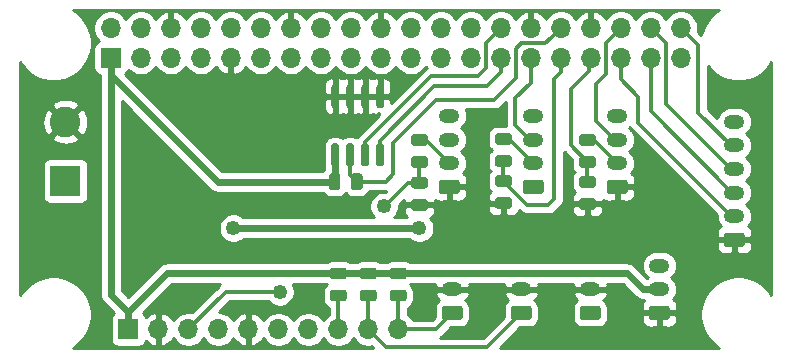
<source format=gbl>
G04 #@! TF.GenerationSoftware,KiCad,Pcbnew,5.1.5+dfsg1-2build2*
G04 #@! TF.CreationDate,2020-05-27T11:23:31-04:00*
G04 #@! TF.ProjectId,pidroponic_uHAT,70696472-6f70-46f6-9e69-635f75484154,1.0*
G04 #@! TF.SameCoordinates,Original*
G04 #@! TF.FileFunction,Copper,L2,Bot*
G04 #@! TF.FilePolarity,Positive*
%FSLAX46Y46*%
G04 Gerber Fmt 4.6, Leading zero omitted, Abs format (unit mm)*
G04 Created by KiCad (PCBNEW 5.1.5+dfsg1-2build2) date 2020-05-27 11:23:31*
%MOMM*%
%LPD*%
G04 APERTURE LIST*
%ADD10C,0.050000*%
%ADD11O,1.700000X1.700000*%
%ADD12R,1.700000X1.700000*%
%ADD13O,1.750000X1.200000*%
%ADD14R,2.600000X2.600000*%
%ADD15C,2.600000*%
%ADD16C,1.250000*%
%ADD17C,0.600000*%
%ADD18C,0.350000*%
%ADD19C,0.254000*%
G04 APERTURE END LIST*
G04 #@! TA.AperFunction,SMDPad,CuDef*
D10*
G36*
X145642142Y-115466174D02*
G01*
X145665803Y-115469684D01*
X145689007Y-115475496D01*
X145711529Y-115483554D01*
X145733153Y-115493782D01*
X145753670Y-115506079D01*
X145772883Y-115520329D01*
X145790607Y-115536393D01*
X145806671Y-115554117D01*
X145820921Y-115573330D01*
X145833218Y-115593847D01*
X145843446Y-115615471D01*
X145851504Y-115637993D01*
X145857316Y-115661197D01*
X145860826Y-115684858D01*
X145862000Y-115708750D01*
X145862000Y-116196250D01*
X145860826Y-116220142D01*
X145857316Y-116243803D01*
X145851504Y-116267007D01*
X145843446Y-116289529D01*
X145833218Y-116311153D01*
X145820921Y-116331670D01*
X145806671Y-116350883D01*
X145790607Y-116368607D01*
X145772883Y-116384671D01*
X145753670Y-116398921D01*
X145733153Y-116411218D01*
X145711529Y-116421446D01*
X145689007Y-116429504D01*
X145665803Y-116435316D01*
X145642142Y-116438826D01*
X145618250Y-116440000D01*
X144705750Y-116440000D01*
X144681858Y-116438826D01*
X144658197Y-116435316D01*
X144634993Y-116429504D01*
X144612471Y-116421446D01*
X144590847Y-116411218D01*
X144570330Y-116398921D01*
X144551117Y-116384671D01*
X144533393Y-116368607D01*
X144517329Y-116350883D01*
X144503079Y-116331670D01*
X144490782Y-116311153D01*
X144480554Y-116289529D01*
X144472496Y-116267007D01*
X144466684Y-116243803D01*
X144463174Y-116220142D01*
X144462000Y-116196250D01*
X144462000Y-115708750D01*
X144463174Y-115684858D01*
X144466684Y-115661197D01*
X144472496Y-115637993D01*
X144480554Y-115615471D01*
X144490782Y-115593847D01*
X144503079Y-115573330D01*
X144517329Y-115554117D01*
X144533393Y-115536393D01*
X144551117Y-115520329D01*
X144570330Y-115506079D01*
X144590847Y-115493782D01*
X144612471Y-115483554D01*
X144634993Y-115475496D01*
X144658197Y-115469684D01*
X144681858Y-115466174D01*
X144705750Y-115465000D01*
X145618250Y-115465000D01*
X145642142Y-115466174D01*
G37*
G04 #@! TD.AperFunction*
G04 #@! TA.AperFunction,SMDPad,CuDef*
G36*
X145642142Y-113591174D02*
G01*
X145665803Y-113594684D01*
X145689007Y-113600496D01*
X145711529Y-113608554D01*
X145733153Y-113618782D01*
X145753670Y-113631079D01*
X145772883Y-113645329D01*
X145790607Y-113661393D01*
X145806671Y-113679117D01*
X145820921Y-113698330D01*
X145833218Y-113718847D01*
X145843446Y-113740471D01*
X145851504Y-113762993D01*
X145857316Y-113786197D01*
X145860826Y-113809858D01*
X145862000Y-113833750D01*
X145862000Y-114321250D01*
X145860826Y-114345142D01*
X145857316Y-114368803D01*
X145851504Y-114392007D01*
X145843446Y-114414529D01*
X145833218Y-114436153D01*
X145820921Y-114456670D01*
X145806671Y-114475883D01*
X145790607Y-114493607D01*
X145772883Y-114509671D01*
X145753670Y-114523921D01*
X145733153Y-114536218D01*
X145711529Y-114546446D01*
X145689007Y-114554504D01*
X145665803Y-114560316D01*
X145642142Y-114563826D01*
X145618250Y-114565000D01*
X144705750Y-114565000D01*
X144681858Y-114563826D01*
X144658197Y-114560316D01*
X144634993Y-114554504D01*
X144612471Y-114546446D01*
X144590847Y-114536218D01*
X144570330Y-114523921D01*
X144551117Y-114509671D01*
X144533393Y-114493607D01*
X144517329Y-114475883D01*
X144503079Y-114456670D01*
X144490782Y-114436153D01*
X144480554Y-114414529D01*
X144472496Y-114392007D01*
X144466684Y-114368803D01*
X144463174Y-114345142D01*
X144462000Y-114321250D01*
X144462000Y-113833750D01*
X144463174Y-113809858D01*
X144466684Y-113786197D01*
X144472496Y-113762993D01*
X144480554Y-113740471D01*
X144490782Y-113718847D01*
X144503079Y-113698330D01*
X144517329Y-113679117D01*
X144533393Y-113661393D01*
X144551117Y-113645329D01*
X144570330Y-113631079D01*
X144590847Y-113618782D01*
X144612471Y-113608554D01*
X144634993Y-113600496D01*
X144658197Y-113594684D01*
X144681858Y-113591174D01*
X144705750Y-113590000D01*
X145618250Y-113590000D01*
X145642142Y-113591174D01*
G37*
G04 #@! TD.AperFunction*
D11*
X150242000Y-118818000D03*
X147702000Y-118818000D03*
X145162000Y-118818000D03*
X142622000Y-118818000D03*
X140082000Y-118818000D03*
X137542000Y-118818000D03*
X135002000Y-118818000D03*
X132462000Y-118818000D03*
X129922000Y-118818000D03*
D12*
X127382000Y-118818000D03*
G04 #@! TA.AperFunction,SMDPad,CuDef*
D10*
G36*
X150722142Y-115466174D02*
G01*
X150745803Y-115469684D01*
X150769007Y-115475496D01*
X150791529Y-115483554D01*
X150813153Y-115493782D01*
X150833670Y-115506079D01*
X150852883Y-115520329D01*
X150870607Y-115536393D01*
X150886671Y-115554117D01*
X150900921Y-115573330D01*
X150913218Y-115593847D01*
X150923446Y-115615471D01*
X150931504Y-115637993D01*
X150937316Y-115661197D01*
X150940826Y-115684858D01*
X150942000Y-115708750D01*
X150942000Y-116196250D01*
X150940826Y-116220142D01*
X150937316Y-116243803D01*
X150931504Y-116267007D01*
X150923446Y-116289529D01*
X150913218Y-116311153D01*
X150900921Y-116331670D01*
X150886671Y-116350883D01*
X150870607Y-116368607D01*
X150852883Y-116384671D01*
X150833670Y-116398921D01*
X150813153Y-116411218D01*
X150791529Y-116421446D01*
X150769007Y-116429504D01*
X150745803Y-116435316D01*
X150722142Y-116438826D01*
X150698250Y-116440000D01*
X149785750Y-116440000D01*
X149761858Y-116438826D01*
X149738197Y-116435316D01*
X149714993Y-116429504D01*
X149692471Y-116421446D01*
X149670847Y-116411218D01*
X149650330Y-116398921D01*
X149631117Y-116384671D01*
X149613393Y-116368607D01*
X149597329Y-116350883D01*
X149583079Y-116331670D01*
X149570782Y-116311153D01*
X149560554Y-116289529D01*
X149552496Y-116267007D01*
X149546684Y-116243803D01*
X149543174Y-116220142D01*
X149542000Y-116196250D01*
X149542000Y-115708750D01*
X149543174Y-115684858D01*
X149546684Y-115661197D01*
X149552496Y-115637993D01*
X149560554Y-115615471D01*
X149570782Y-115593847D01*
X149583079Y-115573330D01*
X149597329Y-115554117D01*
X149613393Y-115536393D01*
X149631117Y-115520329D01*
X149650330Y-115506079D01*
X149670847Y-115493782D01*
X149692471Y-115483554D01*
X149714993Y-115475496D01*
X149738197Y-115469684D01*
X149761858Y-115466174D01*
X149785750Y-115465000D01*
X150698250Y-115465000D01*
X150722142Y-115466174D01*
G37*
G04 #@! TD.AperFunction*
G04 #@! TA.AperFunction,SMDPad,CuDef*
G36*
X150722142Y-113591174D02*
G01*
X150745803Y-113594684D01*
X150769007Y-113600496D01*
X150791529Y-113608554D01*
X150813153Y-113618782D01*
X150833670Y-113631079D01*
X150852883Y-113645329D01*
X150870607Y-113661393D01*
X150886671Y-113679117D01*
X150900921Y-113698330D01*
X150913218Y-113718847D01*
X150923446Y-113740471D01*
X150931504Y-113762993D01*
X150937316Y-113786197D01*
X150940826Y-113809858D01*
X150942000Y-113833750D01*
X150942000Y-114321250D01*
X150940826Y-114345142D01*
X150937316Y-114368803D01*
X150931504Y-114392007D01*
X150923446Y-114414529D01*
X150913218Y-114436153D01*
X150900921Y-114456670D01*
X150886671Y-114475883D01*
X150870607Y-114493607D01*
X150852883Y-114509671D01*
X150833670Y-114523921D01*
X150813153Y-114536218D01*
X150791529Y-114546446D01*
X150769007Y-114554504D01*
X150745803Y-114560316D01*
X150722142Y-114563826D01*
X150698250Y-114565000D01*
X149785750Y-114565000D01*
X149761858Y-114563826D01*
X149738197Y-114560316D01*
X149714993Y-114554504D01*
X149692471Y-114546446D01*
X149670847Y-114536218D01*
X149650330Y-114523921D01*
X149631117Y-114509671D01*
X149613393Y-114493607D01*
X149597329Y-114475883D01*
X149583079Y-114456670D01*
X149570782Y-114436153D01*
X149560554Y-114414529D01*
X149552496Y-114392007D01*
X149546684Y-114368803D01*
X149543174Y-114345142D01*
X149542000Y-114321250D01*
X149542000Y-113833750D01*
X149543174Y-113809858D01*
X149546684Y-113786197D01*
X149552496Y-113762993D01*
X149560554Y-113740471D01*
X149570782Y-113718847D01*
X149583079Y-113698330D01*
X149597329Y-113679117D01*
X149613393Y-113661393D01*
X149631117Y-113645329D01*
X149650330Y-113631079D01*
X149670847Y-113618782D01*
X149692471Y-113608554D01*
X149714993Y-113600496D01*
X149738197Y-113594684D01*
X149761858Y-113591174D01*
X149785750Y-113590000D01*
X150698250Y-113590000D01*
X150722142Y-113591174D01*
G37*
G04 #@! TD.AperFunction*
G04 #@! TA.AperFunction,SMDPad,CuDef*
G36*
X148182142Y-115466174D02*
G01*
X148205803Y-115469684D01*
X148229007Y-115475496D01*
X148251529Y-115483554D01*
X148273153Y-115493782D01*
X148293670Y-115506079D01*
X148312883Y-115520329D01*
X148330607Y-115536393D01*
X148346671Y-115554117D01*
X148360921Y-115573330D01*
X148373218Y-115593847D01*
X148383446Y-115615471D01*
X148391504Y-115637993D01*
X148397316Y-115661197D01*
X148400826Y-115684858D01*
X148402000Y-115708750D01*
X148402000Y-116196250D01*
X148400826Y-116220142D01*
X148397316Y-116243803D01*
X148391504Y-116267007D01*
X148383446Y-116289529D01*
X148373218Y-116311153D01*
X148360921Y-116331670D01*
X148346671Y-116350883D01*
X148330607Y-116368607D01*
X148312883Y-116384671D01*
X148293670Y-116398921D01*
X148273153Y-116411218D01*
X148251529Y-116421446D01*
X148229007Y-116429504D01*
X148205803Y-116435316D01*
X148182142Y-116438826D01*
X148158250Y-116440000D01*
X147245750Y-116440000D01*
X147221858Y-116438826D01*
X147198197Y-116435316D01*
X147174993Y-116429504D01*
X147152471Y-116421446D01*
X147130847Y-116411218D01*
X147110330Y-116398921D01*
X147091117Y-116384671D01*
X147073393Y-116368607D01*
X147057329Y-116350883D01*
X147043079Y-116331670D01*
X147030782Y-116311153D01*
X147020554Y-116289529D01*
X147012496Y-116267007D01*
X147006684Y-116243803D01*
X147003174Y-116220142D01*
X147002000Y-116196250D01*
X147002000Y-115708750D01*
X147003174Y-115684858D01*
X147006684Y-115661197D01*
X147012496Y-115637993D01*
X147020554Y-115615471D01*
X147030782Y-115593847D01*
X147043079Y-115573330D01*
X147057329Y-115554117D01*
X147073393Y-115536393D01*
X147091117Y-115520329D01*
X147110330Y-115506079D01*
X147130847Y-115493782D01*
X147152471Y-115483554D01*
X147174993Y-115475496D01*
X147198197Y-115469684D01*
X147221858Y-115466174D01*
X147245750Y-115465000D01*
X148158250Y-115465000D01*
X148182142Y-115466174D01*
G37*
G04 #@! TD.AperFunction*
G04 #@! TA.AperFunction,SMDPad,CuDef*
G36*
X148182142Y-113591174D02*
G01*
X148205803Y-113594684D01*
X148229007Y-113600496D01*
X148251529Y-113608554D01*
X148273153Y-113618782D01*
X148293670Y-113631079D01*
X148312883Y-113645329D01*
X148330607Y-113661393D01*
X148346671Y-113679117D01*
X148360921Y-113698330D01*
X148373218Y-113718847D01*
X148383446Y-113740471D01*
X148391504Y-113762993D01*
X148397316Y-113786197D01*
X148400826Y-113809858D01*
X148402000Y-113833750D01*
X148402000Y-114321250D01*
X148400826Y-114345142D01*
X148397316Y-114368803D01*
X148391504Y-114392007D01*
X148383446Y-114414529D01*
X148373218Y-114436153D01*
X148360921Y-114456670D01*
X148346671Y-114475883D01*
X148330607Y-114493607D01*
X148312883Y-114509671D01*
X148293670Y-114523921D01*
X148273153Y-114536218D01*
X148251529Y-114546446D01*
X148229007Y-114554504D01*
X148205803Y-114560316D01*
X148182142Y-114563826D01*
X148158250Y-114565000D01*
X147245750Y-114565000D01*
X147221858Y-114563826D01*
X147198197Y-114560316D01*
X147174993Y-114554504D01*
X147152471Y-114546446D01*
X147130847Y-114536218D01*
X147110330Y-114523921D01*
X147091117Y-114509671D01*
X147073393Y-114493607D01*
X147057329Y-114475883D01*
X147043079Y-114456670D01*
X147030782Y-114436153D01*
X147020554Y-114414529D01*
X147012496Y-114392007D01*
X147006684Y-114368803D01*
X147003174Y-114345142D01*
X147002000Y-114321250D01*
X147002000Y-113833750D01*
X147003174Y-113809858D01*
X147006684Y-113786197D01*
X147012496Y-113762993D01*
X147020554Y-113740471D01*
X147030782Y-113718847D01*
X147043079Y-113698330D01*
X147057329Y-113679117D01*
X147073393Y-113661393D01*
X147091117Y-113645329D01*
X147110330Y-113631079D01*
X147130847Y-113618782D01*
X147152471Y-113608554D01*
X147174993Y-113600496D01*
X147198197Y-113594684D01*
X147221858Y-113591174D01*
X147245750Y-113590000D01*
X148158250Y-113590000D01*
X148182142Y-113591174D01*
G37*
G04 #@! TD.AperFunction*
D13*
X154814000Y-115428000D03*
G04 #@! TA.AperFunction,ComponentPad*
D10*
G36*
X155463505Y-116829204D02*
G01*
X155487773Y-116832804D01*
X155511572Y-116838765D01*
X155534671Y-116847030D01*
X155556850Y-116857520D01*
X155577893Y-116870132D01*
X155597599Y-116884747D01*
X155615777Y-116901223D01*
X155632253Y-116919401D01*
X155646868Y-116939107D01*
X155659480Y-116960150D01*
X155669970Y-116982329D01*
X155678235Y-117005428D01*
X155684196Y-117029227D01*
X155687796Y-117053495D01*
X155689000Y-117077999D01*
X155689000Y-117778001D01*
X155687796Y-117802505D01*
X155684196Y-117826773D01*
X155678235Y-117850572D01*
X155669970Y-117873671D01*
X155659480Y-117895850D01*
X155646868Y-117916893D01*
X155632253Y-117936599D01*
X155615777Y-117954777D01*
X155597599Y-117971253D01*
X155577893Y-117985868D01*
X155556850Y-117998480D01*
X155534671Y-118008970D01*
X155511572Y-118017235D01*
X155487773Y-118023196D01*
X155463505Y-118026796D01*
X155439001Y-118028000D01*
X154188999Y-118028000D01*
X154164495Y-118026796D01*
X154140227Y-118023196D01*
X154116428Y-118017235D01*
X154093329Y-118008970D01*
X154071150Y-117998480D01*
X154050107Y-117985868D01*
X154030401Y-117971253D01*
X154012223Y-117954777D01*
X153995747Y-117936599D01*
X153981132Y-117916893D01*
X153968520Y-117895850D01*
X153958030Y-117873671D01*
X153949765Y-117850572D01*
X153943804Y-117826773D01*
X153940204Y-117802505D01*
X153939000Y-117778001D01*
X153939000Y-117077999D01*
X153940204Y-117053495D01*
X153943804Y-117029227D01*
X153949765Y-117005428D01*
X153958030Y-116982329D01*
X153968520Y-116960150D01*
X153981132Y-116939107D01*
X153995747Y-116919401D01*
X154012223Y-116901223D01*
X154030401Y-116884747D01*
X154050107Y-116870132D01*
X154071150Y-116857520D01*
X154093329Y-116847030D01*
X154116428Y-116838765D01*
X154140227Y-116832804D01*
X154164495Y-116829204D01*
X154188999Y-116828000D01*
X155439001Y-116828000D01*
X155463505Y-116829204D01*
G37*
G04 #@! TD.AperFunction*
D13*
X160656000Y-115428000D03*
G04 #@! TA.AperFunction,ComponentPad*
D10*
G36*
X161305505Y-116829204D02*
G01*
X161329773Y-116832804D01*
X161353572Y-116838765D01*
X161376671Y-116847030D01*
X161398850Y-116857520D01*
X161419893Y-116870132D01*
X161439599Y-116884747D01*
X161457777Y-116901223D01*
X161474253Y-116919401D01*
X161488868Y-116939107D01*
X161501480Y-116960150D01*
X161511970Y-116982329D01*
X161520235Y-117005428D01*
X161526196Y-117029227D01*
X161529796Y-117053495D01*
X161531000Y-117077999D01*
X161531000Y-117778001D01*
X161529796Y-117802505D01*
X161526196Y-117826773D01*
X161520235Y-117850572D01*
X161511970Y-117873671D01*
X161501480Y-117895850D01*
X161488868Y-117916893D01*
X161474253Y-117936599D01*
X161457777Y-117954777D01*
X161439599Y-117971253D01*
X161419893Y-117985868D01*
X161398850Y-117998480D01*
X161376671Y-118008970D01*
X161353572Y-118017235D01*
X161329773Y-118023196D01*
X161305505Y-118026796D01*
X161281001Y-118028000D01*
X160030999Y-118028000D01*
X160006495Y-118026796D01*
X159982227Y-118023196D01*
X159958428Y-118017235D01*
X159935329Y-118008970D01*
X159913150Y-117998480D01*
X159892107Y-117985868D01*
X159872401Y-117971253D01*
X159854223Y-117954777D01*
X159837747Y-117936599D01*
X159823132Y-117916893D01*
X159810520Y-117895850D01*
X159800030Y-117873671D01*
X159791765Y-117850572D01*
X159785804Y-117826773D01*
X159782204Y-117802505D01*
X159781000Y-117778001D01*
X159781000Y-117077999D01*
X159782204Y-117053495D01*
X159785804Y-117029227D01*
X159791765Y-117005428D01*
X159800030Y-116982329D01*
X159810520Y-116960150D01*
X159823132Y-116939107D01*
X159837747Y-116919401D01*
X159854223Y-116901223D01*
X159872401Y-116884747D01*
X159892107Y-116870132D01*
X159913150Y-116857520D01*
X159935329Y-116847030D01*
X159958428Y-116838765D01*
X159982227Y-116832804D01*
X160006495Y-116829204D01*
X160030999Y-116828000D01*
X161281001Y-116828000D01*
X161305505Y-116829204D01*
G37*
G04 #@! TD.AperFunction*
D13*
X172340000Y-113428000D03*
X172340000Y-115428000D03*
G04 #@! TA.AperFunction,ComponentPad*
D10*
G36*
X172989505Y-116829204D02*
G01*
X173013773Y-116832804D01*
X173037572Y-116838765D01*
X173060671Y-116847030D01*
X173082850Y-116857520D01*
X173103893Y-116870132D01*
X173123599Y-116884747D01*
X173141777Y-116901223D01*
X173158253Y-116919401D01*
X173172868Y-116939107D01*
X173185480Y-116960150D01*
X173195970Y-116982329D01*
X173204235Y-117005428D01*
X173210196Y-117029227D01*
X173213796Y-117053495D01*
X173215000Y-117077999D01*
X173215000Y-117778001D01*
X173213796Y-117802505D01*
X173210196Y-117826773D01*
X173204235Y-117850572D01*
X173195970Y-117873671D01*
X173185480Y-117895850D01*
X173172868Y-117916893D01*
X173158253Y-117936599D01*
X173141777Y-117954777D01*
X173123599Y-117971253D01*
X173103893Y-117985868D01*
X173082850Y-117998480D01*
X173060671Y-118008970D01*
X173037572Y-118017235D01*
X173013773Y-118023196D01*
X172989505Y-118026796D01*
X172965001Y-118028000D01*
X171714999Y-118028000D01*
X171690495Y-118026796D01*
X171666227Y-118023196D01*
X171642428Y-118017235D01*
X171619329Y-118008970D01*
X171597150Y-117998480D01*
X171576107Y-117985868D01*
X171556401Y-117971253D01*
X171538223Y-117954777D01*
X171521747Y-117936599D01*
X171507132Y-117916893D01*
X171494520Y-117895850D01*
X171484030Y-117873671D01*
X171475765Y-117850572D01*
X171469804Y-117826773D01*
X171466204Y-117802505D01*
X171465000Y-117778001D01*
X171465000Y-117077999D01*
X171466204Y-117053495D01*
X171469804Y-117029227D01*
X171475765Y-117005428D01*
X171484030Y-116982329D01*
X171494520Y-116960150D01*
X171507132Y-116939107D01*
X171521747Y-116919401D01*
X171538223Y-116901223D01*
X171556401Y-116884747D01*
X171576107Y-116870132D01*
X171597150Y-116857520D01*
X171619329Y-116847030D01*
X171642428Y-116838765D01*
X171666227Y-116832804D01*
X171690495Y-116829204D01*
X171714999Y-116828000D01*
X172965001Y-116828000D01*
X172989505Y-116829204D01*
G37*
G04 #@! TD.AperFunction*
D13*
X166498000Y-115428000D03*
G04 #@! TA.AperFunction,ComponentPad*
D10*
G36*
X167147505Y-116829204D02*
G01*
X167171773Y-116832804D01*
X167195572Y-116838765D01*
X167218671Y-116847030D01*
X167240850Y-116857520D01*
X167261893Y-116870132D01*
X167281599Y-116884747D01*
X167299777Y-116901223D01*
X167316253Y-116919401D01*
X167330868Y-116939107D01*
X167343480Y-116960150D01*
X167353970Y-116982329D01*
X167362235Y-117005428D01*
X167368196Y-117029227D01*
X167371796Y-117053495D01*
X167373000Y-117077999D01*
X167373000Y-117778001D01*
X167371796Y-117802505D01*
X167368196Y-117826773D01*
X167362235Y-117850572D01*
X167353970Y-117873671D01*
X167343480Y-117895850D01*
X167330868Y-117916893D01*
X167316253Y-117936599D01*
X167299777Y-117954777D01*
X167281599Y-117971253D01*
X167261893Y-117985868D01*
X167240850Y-117998480D01*
X167218671Y-118008970D01*
X167195572Y-118017235D01*
X167171773Y-118023196D01*
X167147505Y-118026796D01*
X167123001Y-118028000D01*
X165872999Y-118028000D01*
X165848495Y-118026796D01*
X165824227Y-118023196D01*
X165800428Y-118017235D01*
X165777329Y-118008970D01*
X165755150Y-117998480D01*
X165734107Y-117985868D01*
X165714401Y-117971253D01*
X165696223Y-117954777D01*
X165679747Y-117936599D01*
X165665132Y-117916893D01*
X165652520Y-117895850D01*
X165642030Y-117873671D01*
X165633765Y-117850572D01*
X165627804Y-117826773D01*
X165624204Y-117802505D01*
X165623000Y-117778001D01*
X165623000Y-117077999D01*
X165624204Y-117053495D01*
X165627804Y-117029227D01*
X165633765Y-117005428D01*
X165642030Y-116982329D01*
X165652520Y-116960150D01*
X165665132Y-116939107D01*
X165679747Y-116919401D01*
X165696223Y-116901223D01*
X165714401Y-116884747D01*
X165734107Y-116870132D01*
X165755150Y-116857520D01*
X165777329Y-116847030D01*
X165800428Y-116838765D01*
X165824227Y-116832804D01*
X165848495Y-116829204D01*
X165872999Y-116828000D01*
X167123001Y-116828000D01*
X167147505Y-116829204D01*
G37*
G04 #@! TD.AperFunction*
D12*
X125902000Y-95838000D03*
D11*
X125902000Y-93298000D03*
X128442000Y-95838000D03*
X128442000Y-93298000D03*
X130982000Y-95838000D03*
X130982000Y-93298000D03*
X133522000Y-95838000D03*
X133522000Y-93298000D03*
X136062000Y-95838000D03*
X136062000Y-93298000D03*
X138602000Y-95838000D03*
X138602000Y-93298000D03*
X141142000Y-95838000D03*
X141142000Y-93298000D03*
X143682000Y-95838000D03*
X143682000Y-93298000D03*
X146222000Y-95838000D03*
X146222000Y-93298000D03*
X148762000Y-95838000D03*
X148762000Y-93298000D03*
X151302000Y-95838000D03*
X151302000Y-93298000D03*
X153842000Y-95838000D03*
X153842000Y-93298000D03*
X156382000Y-95838000D03*
X156382000Y-93298000D03*
X158922000Y-95838000D03*
X158922000Y-93298000D03*
X161462000Y-95838000D03*
X161462000Y-93298000D03*
X164002000Y-95838000D03*
X164002000Y-93298000D03*
X166542000Y-95838000D03*
X166542000Y-93298000D03*
X169082000Y-95838000D03*
X169082000Y-93298000D03*
X171622000Y-95838000D03*
X171622000Y-93298000D03*
X174162000Y-95838000D03*
X174162000Y-93298000D03*
D14*
X122048000Y-106252000D03*
D15*
X122048000Y-101252000D03*
D13*
X168784000Y-100760000D03*
X168784000Y-102760000D03*
X168784000Y-104760000D03*
G04 #@! TA.AperFunction,ComponentPad*
D10*
G36*
X169433505Y-106161204D02*
G01*
X169457773Y-106164804D01*
X169481572Y-106170765D01*
X169504671Y-106179030D01*
X169526850Y-106189520D01*
X169547893Y-106202132D01*
X169567599Y-106216747D01*
X169585777Y-106233223D01*
X169602253Y-106251401D01*
X169616868Y-106271107D01*
X169629480Y-106292150D01*
X169639970Y-106314329D01*
X169648235Y-106337428D01*
X169654196Y-106361227D01*
X169657796Y-106385495D01*
X169659000Y-106409999D01*
X169659000Y-107110001D01*
X169657796Y-107134505D01*
X169654196Y-107158773D01*
X169648235Y-107182572D01*
X169639970Y-107205671D01*
X169629480Y-107227850D01*
X169616868Y-107248893D01*
X169602253Y-107268599D01*
X169585777Y-107286777D01*
X169567599Y-107303253D01*
X169547893Y-107317868D01*
X169526850Y-107330480D01*
X169504671Y-107340970D01*
X169481572Y-107349235D01*
X169457773Y-107355196D01*
X169433505Y-107358796D01*
X169409001Y-107360000D01*
X168158999Y-107360000D01*
X168134495Y-107358796D01*
X168110227Y-107355196D01*
X168086428Y-107349235D01*
X168063329Y-107340970D01*
X168041150Y-107330480D01*
X168020107Y-107317868D01*
X168000401Y-107303253D01*
X167982223Y-107286777D01*
X167965747Y-107268599D01*
X167951132Y-107248893D01*
X167938520Y-107227850D01*
X167928030Y-107205671D01*
X167919765Y-107182572D01*
X167913804Y-107158773D01*
X167910204Y-107134505D01*
X167909000Y-107110001D01*
X167909000Y-106409999D01*
X167910204Y-106385495D01*
X167913804Y-106361227D01*
X167919765Y-106337428D01*
X167928030Y-106314329D01*
X167938520Y-106292150D01*
X167951132Y-106271107D01*
X167965747Y-106251401D01*
X167982223Y-106233223D01*
X168000401Y-106216747D01*
X168020107Y-106202132D01*
X168041150Y-106189520D01*
X168063329Y-106179030D01*
X168086428Y-106170765D01*
X168110227Y-106164804D01*
X168134495Y-106161204D01*
X168158999Y-106160000D01*
X169409001Y-106160000D01*
X169433505Y-106161204D01*
G37*
G04 #@! TD.AperFunction*
D13*
X154560000Y-100760000D03*
X154560000Y-102760000D03*
X154560000Y-104760000D03*
G04 #@! TA.AperFunction,ComponentPad*
D10*
G36*
X155209505Y-106161204D02*
G01*
X155233773Y-106164804D01*
X155257572Y-106170765D01*
X155280671Y-106179030D01*
X155302850Y-106189520D01*
X155323893Y-106202132D01*
X155343599Y-106216747D01*
X155361777Y-106233223D01*
X155378253Y-106251401D01*
X155392868Y-106271107D01*
X155405480Y-106292150D01*
X155415970Y-106314329D01*
X155424235Y-106337428D01*
X155430196Y-106361227D01*
X155433796Y-106385495D01*
X155435000Y-106409999D01*
X155435000Y-107110001D01*
X155433796Y-107134505D01*
X155430196Y-107158773D01*
X155424235Y-107182572D01*
X155415970Y-107205671D01*
X155405480Y-107227850D01*
X155392868Y-107248893D01*
X155378253Y-107268599D01*
X155361777Y-107286777D01*
X155343599Y-107303253D01*
X155323893Y-107317868D01*
X155302850Y-107330480D01*
X155280671Y-107340970D01*
X155257572Y-107349235D01*
X155233773Y-107355196D01*
X155209505Y-107358796D01*
X155185001Y-107360000D01*
X153934999Y-107360000D01*
X153910495Y-107358796D01*
X153886227Y-107355196D01*
X153862428Y-107349235D01*
X153839329Y-107340970D01*
X153817150Y-107330480D01*
X153796107Y-107317868D01*
X153776401Y-107303253D01*
X153758223Y-107286777D01*
X153741747Y-107268599D01*
X153727132Y-107248893D01*
X153714520Y-107227850D01*
X153704030Y-107205671D01*
X153695765Y-107182572D01*
X153689804Y-107158773D01*
X153686204Y-107134505D01*
X153685000Y-107110001D01*
X153685000Y-106409999D01*
X153686204Y-106385495D01*
X153689804Y-106361227D01*
X153695765Y-106337428D01*
X153704030Y-106314329D01*
X153714520Y-106292150D01*
X153727132Y-106271107D01*
X153741747Y-106251401D01*
X153758223Y-106233223D01*
X153776401Y-106216747D01*
X153796107Y-106202132D01*
X153817150Y-106189520D01*
X153839329Y-106179030D01*
X153862428Y-106170765D01*
X153886227Y-106164804D01*
X153910495Y-106161204D01*
X153934999Y-106160000D01*
X155185001Y-106160000D01*
X155209505Y-106161204D01*
G37*
G04 #@! TD.AperFunction*
D13*
X178690000Y-101236000D03*
X178690000Y-103236000D03*
X178690000Y-105236000D03*
X178690000Y-107236000D03*
X178690000Y-109236000D03*
G04 #@! TA.AperFunction,ComponentPad*
D10*
G36*
X179339505Y-110637204D02*
G01*
X179363773Y-110640804D01*
X179387572Y-110646765D01*
X179410671Y-110655030D01*
X179432850Y-110665520D01*
X179453893Y-110678132D01*
X179473599Y-110692747D01*
X179491777Y-110709223D01*
X179508253Y-110727401D01*
X179522868Y-110747107D01*
X179535480Y-110768150D01*
X179545970Y-110790329D01*
X179554235Y-110813428D01*
X179560196Y-110837227D01*
X179563796Y-110861495D01*
X179565000Y-110885999D01*
X179565000Y-111586001D01*
X179563796Y-111610505D01*
X179560196Y-111634773D01*
X179554235Y-111658572D01*
X179545970Y-111681671D01*
X179535480Y-111703850D01*
X179522868Y-111724893D01*
X179508253Y-111744599D01*
X179491777Y-111762777D01*
X179473599Y-111779253D01*
X179453893Y-111793868D01*
X179432850Y-111806480D01*
X179410671Y-111816970D01*
X179387572Y-111825235D01*
X179363773Y-111831196D01*
X179339505Y-111834796D01*
X179315001Y-111836000D01*
X178064999Y-111836000D01*
X178040495Y-111834796D01*
X178016227Y-111831196D01*
X177992428Y-111825235D01*
X177969329Y-111816970D01*
X177947150Y-111806480D01*
X177926107Y-111793868D01*
X177906401Y-111779253D01*
X177888223Y-111762777D01*
X177871747Y-111744599D01*
X177857132Y-111724893D01*
X177844520Y-111703850D01*
X177834030Y-111681671D01*
X177825765Y-111658572D01*
X177819804Y-111634773D01*
X177816204Y-111610505D01*
X177815000Y-111586001D01*
X177815000Y-110885999D01*
X177816204Y-110861495D01*
X177819804Y-110837227D01*
X177825765Y-110813428D01*
X177834030Y-110790329D01*
X177844520Y-110768150D01*
X177857132Y-110747107D01*
X177871747Y-110727401D01*
X177888223Y-110709223D01*
X177906401Y-110692747D01*
X177926107Y-110678132D01*
X177947150Y-110665520D01*
X177969329Y-110655030D01*
X177992428Y-110646765D01*
X178016227Y-110640804D01*
X178040495Y-110637204D01*
X178064999Y-110636000D01*
X179315001Y-110636000D01*
X179339505Y-110637204D01*
G37*
G04 #@! TD.AperFunction*
D13*
X161672000Y-100760000D03*
X161672000Y-102760000D03*
X161672000Y-104760000D03*
G04 #@! TA.AperFunction,ComponentPad*
D10*
G36*
X162321505Y-106161204D02*
G01*
X162345773Y-106164804D01*
X162369572Y-106170765D01*
X162392671Y-106179030D01*
X162414850Y-106189520D01*
X162435893Y-106202132D01*
X162455599Y-106216747D01*
X162473777Y-106233223D01*
X162490253Y-106251401D01*
X162504868Y-106271107D01*
X162517480Y-106292150D01*
X162527970Y-106314329D01*
X162536235Y-106337428D01*
X162542196Y-106361227D01*
X162545796Y-106385495D01*
X162547000Y-106409999D01*
X162547000Y-107110001D01*
X162545796Y-107134505D01*
X162542196Y-107158773D01*
X162536235Y-107182572D01*
X162527970Y-107205671D01*
X162517480Y-107227850D01*
X162504868Y-107248893D01*
X162490253Y-107268599D01*
X162473777Y-107286777D01*
X162455599Y-107303253D01*
X162435893Y-107317868D01*
X162414850Y-107330480D01*
X162392671Y-107340970D01*
X162369572Y-107349235D01*
X162345773Y-107355196D01*
X162321505Y-107358796D01*
X162297001Y-107360000D01*
X161046999Y-107360000D01*
X161022495Y-107358796D01*
X160998227Y-107355196D01*
X160974428Y-107349235D01*
X160951329Y-107340970D01*
X160929150Y-107330480D01*
X160908107Y-107317868D01*
X160888401Y-107303253D01*
X160870223Y-107286777D01*
X160853747Y-107268599D01*
X160839132Y-107248893D01*
X160826520Y-107227850D01*
X160816030Y-107205671D01*
X160807765Y-107182572D01*
X160801804Y-107158773D01*
X160798204Y-107134505D01*
X160797000Y-107110001D01*
X160797000Y-106409999D01*
X160798204Y-106385495D01*
X160801804Y-106361227D01*
X160807765Y-106337428D01*
X160816030Y-106314329D01*
X160826520Y-106292150D01*
X160839132Y-106271107D01*
X160853747Y-106251401D01*
X160870223Y-106233223D01*
X160888401Y-106216747D01*
X160908107Y-106202132D01*
X160929150Y-106189520D01*
X160951329Y-106179030D01*
X160974428Y-106170765D01*
X160998227Y-106164804D01*
X161022495Y-106161204D01*
X161046999Y-106160000D01*
X162297001Y-106160000D01*
X162321505Y-106161204D01*
G37*
G04 #@! TD.AperFunction*
G04 #@! TA.AperFunction,SMDPad,CuDef*
G36*
X166724142Y-104163174D02*
G01*
X166747803Y-104166684D01*
X166771007Y-104172496D01*
X166793529Y-104180554D01*
X166815153Y-104190782D01*
X166835670Y-104203079D01*
X166854883Y-104217329D01*
X166872607Y-104233393D01*
X166888671Y-104251117D01*
X166902921Y-104270330D01*
X166915218Y-104290847D01*
X166925446Y-104312471D01*
X166933504Y-104334993D01*
X166939316Y-104358197D01*
X166942826Y-104381858D01*
X166944000Y-104405750D01*
X166944000Y-104893250D01*
X166942826Y-104917142D01*
X166939316Y-104940803D01*
X166933504Y-104964007D01*
X166925446Y-104986529D01*
X166915218Y-105008153D01*
X166902921Y-105028670D01*
X166888671Y-105047883D01*
X166872607Y-105065607D01*
X166854883Y-105081671D01*
X166835670Y-105095921D01*
X166815153Y-105108218D01*
X166793529Y-105118446D01*
X166771007Y-105126504D01*
X166747803Y-105132316D01*
X166724142Y-105135826D01*
X166700250Y-105137000D01*
X165787750Y-105137000D01*
X165763858Y-105135826D01*
X165740197Y-105132316D01*
X165716993Y-105126504D01*
X165694471Y-105118446D01*
X165672847Y-105108218D01*
X165652330Y-105095921D01*
X165633117Y-105081671D01*
X165615393Y-105065607D01*
X165599329Y-105047883D01*
X165585079Y-105028670D01*
X165572782Y-105008153D01*
X165562554Y-104986529D01*
X165554496Y-104964007D01*
X165548684Y-104940803D01*
X165545174Y-104917142D01*
X165544000Y-104893250D01*
X165544000Y-104405750D01*
X165545174Y-104381858D01*
X165548684Y-104358197D01*
X165554496Y-104334993D01*
X165562554Y-104312471D01*
X165572782Y-104290847D01*
X165585079Y-104270330D01*
X165599329Y-104251117D01*
X165615393Y-104233393D01*
X165633117Y-104217329D01*
X165652330Y-104203079D01*
X165672847Y-104190782D01*
X165694471Y-104180554D01*
X165716993Y-104172496D01*
X165740197Y-104166684D01*
X165763858Y-104163174D01*
X165787750Y-104162000D01*
X166700250Y-104162000D01*
X166724142Y-104163174D01*
G37*
G04 #@! TD.AperFunction*
G04 #@! TA.AperFunction,SMDPad,CuDef*
G36*
X166724142Y-102288174D02*
G01*
X166747803Y-102291684D01*
X166771007Y-102297496D01*
X166793529Y-102305554D01*
X166815153Y-102315782D01*
X166835670Y-102328079D01*
X166854883Y-102342329D01*
X166872607Y-102358393D01*
X166888671Y-102376117D01*
X166902921Y-102395330D01*
X166915218Y-102415847D01*
X166925446Y-102437471D01*
X166933504Y-102459993D01*
X166939316Y-102483197D01*
X166942826Y-102506858D01*
X166944000Y-102530750D01*
X166944000Y-103018250D01*
X166942826Y-103042142D01*
X166939316Y-103065803D01*
X166933504Y-103089007D01*
X166925446Y-103111529D01*
X166915218Y-103133153D01*
X166902921Y-103153670D01*
X166888671Y-103172883D01*
X166872607Y-103190607D01*
X166854883Y-103206671D01*
X166835670Y-103220921D01*
X166815153Y-103233218D01*
X166793529Y-103243446D01*
X166771007Y-103251504D01*
X166747803Y-103257316D01*
X166724142Y-103260826D01*
X166700250Y-103262000D01*
X165787750Y-103262000D01*
X165763858Y-103260826D01*
X165740197Y-103257316D01*
X165716993Y-103251504D01*
X165694471Y-103243446D01*
X165672847Y-103233218D01*
X165652330Y-103220921D01*
X165633117Y-103206671D01*
X165615393Y-103190607D01*
X165599329Y-103172883D01*
X165585079Y-103153670D01*
X165572782Y-103133153D01*
X165562554Y-103111529D01*
X165554496Y-103089007D01*
X165548684Y-103065803D01*
X165545174Y-103042142D01*
X165544000Y-103018250D01*
X165544000Y-102530750D01*
X165545174Y-102506858D01*
X165548684Y-102483197D01*
X165554496Y-102459993D01*
X165562554Y-102437471D01*
X165572782Y-102415847D01*
X165585079Y-102395330D01*
X165599329Y-102376117D01*
X165615393Y-102358393D01*
X165633117Y-102342329D01*
X165652330Y-102328079D01*
X165672847Y-102315782D01*
X165694471Y-102305554D01*
X165716993Y-102297496D01*
X165740197Y-102291684D01*
X165763858Y-102288174D01*
X165787750Y-102287000D01*
X166700250Y-102287000D01*
X166724142Y-102288174D01*
G37*
G04 #@! TD.AperFunction*
G04 #@! TA.AperFunction,SMDPad,CuDef*
G36*
X166724142Y-107719174D02*
G01*
X166747803Y-107722684D01*
X166771007Y-107728496D01*
X166793529Y-107736554D01*
X166815153Y-107746782D01*
X166835670Y-107759079D01*
X166854883Y-107773329D01*
X166872607Y-107789393D01*
X166888671Y-107807117D01*
X166902921Y-107826330D01*
X166915218Y-107846847D01*
X166925446Y-107868471D01*
X166933504Y-107890993D01*
X166939316Y-107914197D01*
X166942826Y-107937858D01*
X166944000Y-107961750D01*
X166944000Y-108449250D01*
X166942826Y-108473142D01*
X166939316Y-108496803D01*
X166933504Y-108520007D01*
X166925446Y-108542529D01*
X166915218Y-108564153D01*
X166902921Y-108584670D01*
X166888671Y-108603883D01*
X166872607Y-108621607D01*
X166854883Y-108637671D01*
X166835670Y-108651921D01*
X166815153Y-108664218D01*
X166793529Y-108674446D01*
X166771007Y-108682504D01*
X166747803Y-108688316D01*
X166724142Y-108691826D01*
X166700250Y-108693000D01*
X165787750Y-108693000D01*
X165763858Y-108691826D01*
X165740197Y-108688316D01*
X165716993Y-108682504D01*
X165694471Y-108674446D01*
X165672847Y-108664218D01*
X165652330Y-108651921D01*
X165633117Y-108637671D01*
X165615393Y-108621607D01*
X165599329Y-108603883D01*
X165585079Y-108584670D01*
X165572782Y-108564153D01*
X165562554Y-108542529D01*
X165554496Y-108520007D01*
X165548684Y-108496803D01*
X165545174Y-108473142D01*
X165544000Y-108449250D01*
X165544000Y-107961750D01*
X165545174Y-107937858D01*
X165548684Y-107914197D01*
X165554496Y-107890993D01*
X165562554Y-107868471D01*
X165572782Y-107846847D01*
X165585079Y-107826330D01*
X165599329Y-107807117D01*
X165615393Y-107789393D01*
X165633117Y-107773329D01*
X165652330Y-107759079D01*
X165672847Y-107746782D01*
X165694471Y-107736554D01*
X165716993Y-107728496D01*
X165740197Y-107722684D01*
X165763858Y-107719174D01*
X165787750Y-107718000D01*
X166700250Y-107718000D01*
X166724142Y-107719174D01*
G37*
G04 #@! TD.AperFunction*
G04 #@! TA.AperFunction,SMDPad,CuDef*
G36*
X166724142Y-105844174D02*
G01*
X166747803Y-105847684D01*
X166771007Y-105853496D01*
X166793529Y-105861554D01*
X166815153Y-105871782D01*
X166835670Y-105884079D01*
X166854883Y-105898329D01*
X166872607Y-105914393D01*
X166888671Y-105932117D01*
X166902921Y-105951330D01*
X166915218Y-105971847D01*
X166925446Y-105993471D01*
X166933504Y-106015993D01*
X166939316Y-106039197D01*
X166942826Y-106062858D01*
X166944000Y-106086750D01*
X166944000Y-106574250D01*
X166942826Y-106598142D01*
X166939316Y-106621803D01*
X166933504Y-106645007D01*
X166925446Y-106667529D01*
X166915218Y-106689153D01*
X166902921Y-106709670D01*
X166888671Y-106728883D01*
X166872607Y-106746607D01*
X166854883Y-106762671D01*
X166835670Y-106776921D01*
X166815153Y-106789218D01*
X166793529Y-106799446D01*
X166771007Y-106807504D01*
X166747803Y-106813316D01*
X166724142Y-106816826D01*
X166700250Y-106818000D01*
X165787750Y-106818000D01*
X165763858Y-106816826D01*
X165740197Y-106813316D01*
X165716993Y-106807504D01*
X165694471Y-106799446D01*
X165672847Y-106789218D01*
X165652330Y-106776921D01*
X165633117Y-106762671D01*
X165615393Y-106746607D01*
X165599329Y-106728883D01*
X165585079Y-106709670D01*
X165572782Y-106689153D01*
X165562554Y-106667529D01*
X165554496Y-106645007D01*
X165548684Y-106621803D01*
X165545174Y-106598142D01*
X165544000Y-106574250D01*
X165544000Y-106086750D01*
X165545174Y-106062858D01*
X165548684Y-106039197D01*
X165554496Y-106015993D01*
X165562554Y-105993471D01*
X165572782Y-105971847D01*
X165585079Y-105951330D01*
X165599329Y-105932117D01*
X165615393Y-105914393D01*
X165633117Y-105898329D01*
X165652330Y-105884079D01*
X165672847Y-105871782D01*
X165694471Y-105861554D01*
X165716993Y-105853496D01*
X165740197Y-105847684D01*
X165763858Y-105844174D01*
X165787750Y-105843000D01*
X166700250Y-105843000D01*
X166724142Y-105844174D01*
G37*
G04 #@! TD.AperFunction*
G04 #@! TA.AperFunction,SMDPad,CuDef*
G36*
X159612142Y-104084674D02*
G01*
X159635803Y-104088184D01*
X159659007Y-104093996D01*
X159681529Y-104102054D01*
X159703153Y-104112282D01*
X159723670Y-104124579D01*
X159742883Y-104138829D01*
X159760607Y-104154893D01*
X159776671Y-104172617D01*
X159790921Y-104191830D01*
X159803218Y-104212347D01*
X159813446Y-104233971D01*
X159821504Y-104256493D01*
X159827316Y-104279697D01*
X159830826Y-104303358D01*
X159832000Y-104327250D01*
X159832000Y-104814750D01*
X159830826Y-104838642D01*
X159827316Y-104862303D01*
X159821504Y-104885507D01*
X159813446Y-104908029D01*
X159803218Y-104929653D01*
X159790921Y-104950170D01*
X159776671Y-104969383D01*
X159760607Y-104987107D01*
X159742883Y-105003171D01*
X159723670Y-105017421D01*
X159703153Y-105029718D01*
X159681529Y-105039946D01*
X159659007Y-105048004D01*
X159635803Y-105053816D01*
X159612142Y-105057326D01*
X159588250Y-105058500D01*
X158675750Y-105058500D01*
X158651858Y-105057326D01*
X158628197Y-105053816D01*
X158604993Y-105048004D01*
X158582471Y-105039946D01*
X158560847Y-105029718D01*
X158540330Y-105017421D01*
X158521117Y-105003171D01*
X158503393Y-104987107D01*
X158487329Y-104969383D01*
X158473079Y-104950170D01*
X158460782Y-104929653D01*
X158450554Y-104908029D01*
X158442496Y-104885507D01*
X158436684Y-104862303D01*
X158433174Y-104838642D01*
X158432000Y-104814750D01*
X158432000Y-104327250D01*
X158433174Y-104303358D01*
X158436684Y-104279697D01*
X158442496Y-104256493D01*
X158450554Y-104233971D01*
X158460782Y-104212347D01*
X158473079Y-104191830D01*
X158487329Y-104172617D01*
X158503393Y-104154893D01*
X158521117Y-104138829D01*
X158540330Y-104124579D01*
X158560847Y-104112282D01*
X158582471Y-104102054D01*
X158604993Y-104093996D01*
X158628197Y-104088184D01*
X158651858Y-104084674D01*
X158675750Y-104083500D01*
X159588250Y-104083500D01*
X159612142Y-104084674D01*
G37*
G04 #@! TD.AperFunction*
G04 #@! TA.AperFunction,SMDPad,CuDef*
G36*
X159612142Y-102209674D02*
G01*
X159635803Y-102213184D01*
X159659007Y-102218996D01*
X159681529Y-102227054D01*
X159703153Y-102237282D01*
X159723670Y-102249579D01*
X159742883Y-102263829D01*
X159760607Y-102279893D01*
X159776671Y-102297617D01*
X159790921Y-102316830D01*
X159803218Y-102337347D01*
X159813446Y-102358971D01*
X159821504Y-102381493D01*
X159827316Y-102404697D01*
X159830826Y-102428358D01*
X159832000Y-102452250D01*
X159832000Y-102939750D01*
X159830826Y-102963642D01*
X159827316Y-102987303D01*
X159821504Y-103010507D01*
X159813446Y-103033029D01*
X159803218Y-103054653D01*
X159790921Y-103075170D01*
X159776671Y-103094383D01*
X159760607Y-103112107D01*
X159742883Y-103128171D01*
X159723670Y-103142421D01*
X159703153Y-103154718D01*
X159681529Y-103164946D01*
X159659007Y-103173004D01*
X159635803Y-103178816D01*
X159612142Y-103182326D01*
X159588250Y-103183500D01*
X158675750Y-103183500D01*
X158651858Y-103182326D01*
X158628197Y-103178816D01*
X158604993Y-103173004D01*
X158582471Y-103164946D01*
X158560847Y-103154718D01*
X158540330Y-103142421D01*
X158521117Y-103128171D01*
X158503393Y-103112107D01*
X158487329Y-103094383D01*
X158473079Y-103075170D01*
X158460782Y-103054653D01*
X158450554Y-103033029D01*
X158442496Y-103010507D01*
X158436684Y-102987303D01*
X158433174Y-102963642D01*
X158432000Y-102939750D01*
X158432000Y-102452250D01*
X158433174Y-102428358D01*
X158436684Y-102404697D01*
X158442496Y-102381493D01*
X158450554Y-102358971D01*
X158460782Y-102337347D01*
X158473079Y-102316830D01*
X158487329Y-102297617D01*
X158503393Y-102279893D01*
X158521117Y-102263829D01*
X158540330Y-102249579D01*
X158560847Y-102237282D01*
X158582471Y-102227054D01*
X158604993Y-102218996D01*
X158628197Y-102213184D01*
X158651858Y-102209674D01*
X158675750Y-102208500D01*
X159588250Y-102208500D01*
X159612142Y-102209674D01*
G37*
G04 #@! TD.AperFunction*
G04 #@! TA.AperFunction,SMDPad,CuDef*
G36*
X159612142Y-107640674D02*
G01*
X159635803Y-107644184D01*
X159659007Y-107649996D01*
X159681529Y-107658054D01*
X159703153Y-107668282D01*
X159723670Y-107680579D01*
X159742883Y-107694829D01*
X159760607Y-107710893D01*
X159776671Y-107728617D01*
X159790921Y-107747830D01*
X159803218Y-107768347D01*
X159813446Y-107789971D01*
X159821504Y-107812493D01*
X159827316Y-107835697D01*
X159830826Y-107859358D01*
X159832000Y-107883250D01*
X159832000Y-108370750D01*
X159830826Y-108394642D01*
X159827316Y-108418303D01*
X159821504Y-108441507D01*
X159813446Y-108464029D01*
X159803218Y-108485653D01*
X159790921Y-108506170D01*
X159776671Y-108525383D01*
X159760607Y-108543107D01*
X159742883Y-108559171D01*
X159723670Y-108573421D01*
X159703153Y-108585718D01*
X159681529Y-108595946D01*
X159659007Y-108604004D01*
X159635803Y-108609816D01*
X159612142Y-108613326D01*
X159588250Y-108614500D01*
X158675750Y-108614500D01*
X158651858Y-108613326D01*
X158628197Y-108609816D01*
X158604993Y-108604004D01*
X158582471Y-108595946D01*
X158560847Y-108585718D01*
X158540330Y-108573421D01*
X158521117Y-108559171D01*
X158503393Y-108543107D01*
X158487329Y-108525383D01*
X158473079Y-108506170D01*
X158460782Y-108485653D01*
X158450554Y-108464029D01*
X158442496Y-108441507D01*
X158436684Y-108418303D01*
X158433174Y-108394642D01*
X158432000Y-108370750D01*
X158432000Y-107883250D01*
X158433174Y-107859358D01*
X158436684Y-107835697D01*
X158442496Y-107812493D01*
X158450554Y-107789971D01*
X158460782Y-107768347D01*
X158473079Y-107747830D01*
X158487329Y-107728617D01*
X158503393Y-107710893D01*
X158521117Y-107694829D01*
X158540330Y-107680579D01*
X158560847Y-107668282D01*
X158582471Y-107658054D01*
X158604993Y-107649996D01*
X158628197Y-107644184D01*
X158651858Y-107640674D01*
X158675750Y-107639500D01*
X159588250Y-107639500D01*
X159612142Y-107640674D01*
G37*
G04 #@! TD.AperFunction*
G04 #@! TA.AperFunction,SMDPad,CuDef*
G36*
X159612142Y-105765674D02*
G01*
X159635803Y-105769184D01*
X159659007Y-105774996D01*
X159681529Y-105783054D01*
X159703153Y-105793282D01*
X159723670Y-105805579D01*
X159742883Y-105819829D01*
X159760607Y-105835893D01*
X159776671Y-105853617D01*
X159790921Y-105872830D01*
X159803218Y-105893347D01*
X159813446Y-105914971D01*
X159821504Y-105937493D01*
X159827316Y-105960697D01*
X159830826Y-105984358D01*
X159832000Y-106008250D01*
X159832000Y-106495750D01*
X159830826Y-106519642D01*
X159827316Y-106543303D01*
X159821504Y-106566507D01*
X159813446Y-106589029D01*
X159803218Y-106610653D01*
X159790921Y-106631170D01*
X159776671Y-106650383D01*
X159760607Y-106668107D01*
X159742883Y-106684171D01*
X159723670Y-106698421D01*
X159703153Y-106710718D01*
X159681529Y-106720946D01*
X159659007Y-106729004D01*
X159635803Y-106734816D01*
X159612142Y-106738326D01*
X159588250Y-106739500D01*
X158675750Y-106739500D01*
X158651858Y-106738326D01*
X158628197Y-106734816D01*
X158604993Y-106729004D01*
X158582471Y-106720946D01*
X158560847Y-106710718D01*
X158540330Y-106698421D01*
X158521117Y-106684171D01*
X158503393Y-106668107D01*
X158487329Y-106650383D01*
X158473079Y-106631170D01*
X158460782Y-106610653D01*
X158450554Y-106589029D01*
X158442496Y-106566507D01*
X158436684Y-106543303D01*
X158433174Y-106519642D01*
X158432000Y-106495750D01*
X158432000Y-106008250D01*
X158433174Y-105984358D01*
X158436684Y-105960697D01*
X158442496Y-105937493D01*
X158450554Y-105914971D01*
X158460782Y-105893347D01*
X158473079Y-105872830D01*
X158487329Y-105853617D01*
X158503393Y-105835893D01*
X158521117Y-105819829D01*
X158540330Y-105805579D01*
X158560847Y-105793282D01*
X158582471Y-105783054D01*
X158604993Y-105774996D01*
X158628197Y-105769184D01*
X158651858Y-105765674D01*
X158675750Y-105764500D01*
X159588250Y-105764500D01*
X159612142Y-105765674D01*
G37*
G04 #@! TD.AperFunction*
G04 #@! TA.AperFunction,SMDPad,CuDef*
G36*
X152500142Y-104163174D02*
G01*
X152523803Y-104166684D01*
X152547007Y-104172496D01*
X152569529Y-104180554D01*
X152591153Y-104190782D01*
X152611670Y-104203079D01*
X152630883Y-104217329D01*
X152648607Y-104233393D01*
X152664671Y-104251117D01*
X152678921Y-104270330D01*
X152691218Y-104290847D01*
X152701446Y-104312471D01*
X152709504Y-104334993D01*
X152715316Y-104358197D01*
X152718826Y-104381858D01*
X152720000Y-104405750D01*
X152720000Y-104893250D01*
X152718826Y-104917142D01*
X152715316Y-104940803D01*
X152709504Y-104964007D01*
X152701446Y-104986529D01*
X152691218Y-105008153D01*
X152678921Y-105028670D01*
X152664671Y-105047883D01*
X152648607Y-105065607D01*
X152630883Y-105081671D01*
X152611670Y-105095921D01*
X152591153Y-105108218D01*
X152569529Y-105118446D01*
X152547007Y-105126504D01*
X152523803Y-105132316D01*
X152500142Y-105135826D01*
X152476250Y-105137000D01*
X151563750Y-105137000D01*
X151539858Y-105135826D01*
X151516197Y-105132316D01*
X151492993Y-105126504D01*
X151470471Y-105118446D01*
X151448847Y-105108218D01*
X151428330Y-105095921D01*
X151409117Y-105081671D01*
X151391393Y-105065607D01*
X151375329Y-105047883D01*
X151361079Y-105028670D01*
X151348782Y-105008153D01*
X151338554Y-104986529D01*
X151330496Y-104964007D01*
X151324684Y-104940803D01*
X151321174Y-104917142D01*
X151320000Y-104893250D01*
X151320000Y-104405750D01*
X151321174Y-104381858D01*
X151324684Y-104358197D01*
X151330496Y-104334993D01*
X151338554Y-104312471D01*
X151348782Y-104290847D01*
X151361079Y-104270330D01*
X151375329Y-104251117D01*
X151391393Y-104233393D01*
X151409117Y-104217329D01*
X151428330Y-104203079D01*
X151448847Y-104190782D01*
X151470471Y-104180554D01*
X151492993Y-104172496D01*
X151516197Y-104166684D01*
X151539858Y-104163174D01*
X151563750Y-104162000D01*
X152476250Y-104162000D01*
X152500142Y-104163174D01*
G37*
G04 #@! TD.AperFunction*
G04 #@! TA.AperFunction,SMDPad,CuDef*
G36*
X152500142Y-102288174D02*
G01*
X152523803Y-102291684D01*
X152547007Y-102297496D01*
X152569529Y-102305554D01*
X152591153Y-102315782D01*
X152611670Y-102328079D01*
X152630883Y-102342329D01*
X152648607Y-102358393D01*
X152664671Y-102376117D01*
X152678921Y-102395330D01*
X152691218Y-102415847D01*
X152701446Y-102437471D01*
X152709504Y-102459993D01*
X152715316Y-102483197D01*
X152718826Y-102506858D01*
X152720000Y-102530750D01*
X152720000Y-103018250D01*
X152718826Y-103042142D01*
X152715316Y-103065803D01*
X152709504Y-103089007D01*
X152701446Y-103111529D01*
X152691218Y-103133153D01*
X152678921Y-103153670D01*
X152664671Y-103172883D01*
X152648607Y-103190607D01*
X152630883Y-103206671D01*
X152611670Y-103220921D01*
X152591153Y-103233218D01*
X152569529Y-103243446D01*
X152547007Y-103251504D01*
X152523803Y-103257316D01*
X152500142Y-103260826D01*
X152476250Y-103262000D01*
X151563750Y-103262000D01*
X151539858Y-103260826D01*
X151516197Y-103257316D01*
X151492993Y-103251504D01*
X151470471Y-103243446D01*
X151448847Y-103233218D01*
X151428330Y-103220921D01*
X151409117Y-103206671D01*
X151391393Y-103190607D01*
X151375329Y-103172883D01*
X151361079Y-103153670D01*
X151348782Y-103133153D01*
X151338554Y-103111529D01*
X151330496Y-103089007D01*
X151324684Y-103065803D01*
X151321174Y-103042142D01*
X151320000Y-103018250D01*
X151320000Y-102530750D01*
X151321174Y-102506858D01*
X151324684Y-102483197D01*
X151330496Y-102459993D01*
X151338554Y-102437471D01*
X151348782Y-102415847D01*
X151361079Y-102395330D01*
X151375329Y-102376117D01*
X151391393Y-102358393D01*
X151409117Y-102342329D01*
X151428330Y-102328079D01*
X151448847Y-102315782D01*
X151470471Y-102305554D01*
X151492993Y-102297496D01*
X151516197Y-102291684D01*
X151539858Y-102288174D01*
X151563750Y-102287000D01*
X152476250Y-102287000D01*
X152500142Y-102288174D01*
G37*
G04 #@! TD.AperFunction*
G04 #@! TA.AperFunction,SMDPad,CuDef*
G36*
X152500142Y-107797674D02*
G01*
X152523803Y-107801184D01*
X152547007Y-107806996D01*
X152569529Y-107815054D01*
X152591153Y-107825282D01*
X152611670Y-107837579D01*
X152630883Y-107851829D01*
X152648607Y-107867893D01*
X152664671Y-107885617D01*
X152678921Y-107904830D01*
X152691218Y-107925347D01*
X152701446Y-107946971D01*
X152709504Y-107969493D01*
X152715316Y-107992697D01*
X152718826Y-108016358D01*
X152720000Y-108040250D01*
X152720000Y-108527750D01*
X152718826Y-108551642D01*
X152715316Y-108575303D01*
X152709504Y-108598507D01*
X152701446Y-108621029D01*
X152691218Y-108642653D01*
X152678921Y-108663170D01*
X152664671Y-108682383D01*
X152648607Y-108700107D01*
X152630883Y-108716171D01*
X152611670Y-108730421D01*
X152591153Y-108742718D01*
X152569529Y-108752946D01*
X152547007Y-108761004D01*
X152523803Y-108766816D01*
X152500142Y-108770326D01*
X152476250Y-108771500D01*
X151563750Y-108771500D01*
X151539858Y-108770326D01*
X151516197Y-108766816D01*
X151492993Y-108761004D01*
X151470471Y-108752946D01*
X151448847Y-108742718D01*
X151428330Y-108730421D01*
X151409117Y-108716171D01*
X151391393Y-108700107D01*
X151375329Y-108682383D01*
X151361079Y-108663170D01*
X151348782Y-108642653D01*
X151338554Y-108621029D01*
X151330496Y-108598507D01*
X151324684Y-108575303D01*
X151321174Y-108551642D01*
X151320000Y-108527750D01*
X151320000Y-108040250D01*
X151321174Y-108016358D01*
X151324684Y-107992697D01*
X151330496Y-107969493D01*
X151338554Y-107946971D01*
X151348782Y-107925347D01*
X151361079Y-107904830D01*
X151375329Y-107885617D01*
X151391393Y-107867893D01*
X151409117Y-107851829D01*
X151428330Y-107837579D01*
X151448847Y-107825282D01*
X151470471Y-107815054D01*
X151492993Y-107806996D01*
X151516197Y-107801184D01*
X151539858Y-107797674D01*
X151563750Y-107796500D01*
X152476250Y-107796500D01*
X152500142Y-107797674D01*
G37*
G04 #@! TD.AperFunction*
G04 #@! TA.AperFunction,SMDPad,CuDef*
G36*
X152500142Y-105922674D02*
G01*
X152523803Y-105926184D01*
X152547007Y-105931996D01*
X152569529Y-105940054D01*
X152591153Y-105950282D01*
X152611670Y-105962579D01*
X152630883Y-105976829D01*
X152648607Y-105992893D01*
X152664671Y-106010617D01*
X152678921Y-106029830D01*
X152691218Y-106050347D01*
X152701446Y-106071971D01*
X152709504Y-106094493D01*
X152715316Y-106117697D01*
X152718826Y-106141358D01*
X152720000Y-106165250D01*
X152720000Y-106652750D01*
X152718826Y-106676642D01*
X152715316Y-106700303D01*
X152709504Y-106723507D01*
X152701446Y-106746029D01*
X152691218Y-106767653D01*
X152678921Y-106788170D01*
X152664671Y-106807383D01*
X152648607Y-106825107D01*
X152630883Y-106841171D01*
X152611670Y-106855421D01*
X152591153Y-106867718D01*
X152569529Y-106877946D01*
X152547007Y-106886004D01*
X152523803Y-106891816D01*
X152500142Y-106895326D01*
X152476250Y-106896500D01*
X151563750Y-106896500D01*
X151539858Y-106895326D01*
X151516197Y-106891816D01*
X151492993Y-106886004D01*
X151470471Y-106877946D01*
X151448847Y-106867718D01*
X151428330Y-106855421D01*
X151409117Y-106841171D01*
X151391393Y-106825107D01*
X151375329Y-106807383D01*
X151361079Y-106788170D01*
X151348782Y-106767653D01*
X151338554Y-106746029D01*
X151330496Y-106723507D01*
X151324684Y-106700303D01*
X151321174Y-106676642D01*
X151320000Y-106652750D01*
X151320000Y-106165250D01*
X151321174Y-106141358D01*
X151324684Y-106117697D01*
X151330496Y-106094493D01*
X151338554Y-106071971D01*
X151348782Y-106050347D01*
X151361079Y-106029830D01*
X151375329Y-106010617D01*
X151391393Y-105992893D01*
X151409117Y-105976829D01*
X151428330Y-105962579D01*
X151448847Y-105950282D01*
X151470471Y-105940054D01*
X151492993Y-105931996D01*
X151516197Y-105926184D01*
X151539858Y-105922674D01*
X151563750Y-105921500D01*
X152476250Y-105921500D01*
X152500142Y-105922674D01*
G37*
G04 #@! TD.AperFunction*
G04 #@! TA.AperFunction,SMDPad,CuDef*
G36*
X146987142Y-105619174D02*
G01*
X147010803Y-105622684D01*
X147034007Y-105628496D01*
X147056529Y-105636554D01*
X147078153Y-105646782D01*
X147098670Y-105659079D01*
X147117883Y-105673329D01*
X147135607Y-105689393D01*
X147151671Y-105707117D01*
X147165921Y-105726330D01*
X147178218Y-105746847D01*
X147188446Y-105768471D01*
X147196504Y-105790993D01*
X147202316Y-105814197D01*
X147205826Y-105837858D01*
X147207000Y-105861750D01*
X147207000Y-106774250D01*
X147205826Y-106798142D01*
X147202316Y-106821803D01*
X147196504Y-106845007D01*
X147188446Y-106867529D01*
X147178218Y-106889153D01*
X147165921Y-106909670D01*
X147151671Y-106928883D01*
X147135607Y-106946607D01*
X147117883Y-106962671D01*
X147098670Y-106976921D01*
X147078153Y-106989218D01*
X147056529Y-106999446D01*
X147034007Y-107007504D01*
X147010803Y-107013316D01*
X146987142Y-107016826D01*
X146963250Y-107018000D01*
X146475750Y-107018000D01*
X146451858Y-107016826D01*
X146428197Y-107013316D01*
X146404993Y-107007504D01*
X146382471Y-106999446D01*
X146360847Y-106989218D01*
X146340330Y-106976921D01*
X146321117Y-106962671D01*
X146303393Y-106946607D01*
X146287329Y-106928883D01*
X146273079Y-106909670D01*
X146260782Y-106889153D01*
X146250554Y-106867529D01*
X146242496Y-106845007D01*
X146236684Y-106821803D01*
X146233174Y-106798142D01*
X146232000Y-106774250D01*
X146232000Y-105861750D01*
X146233174Y-105837858D01*
X146236684Y-105814197D01*
X146242496Y-105790993D01*
X146250554Y-105768471D01*
X146260782Y-105746847D01*
X146273079Y-105726330D01*
X146287329Y-105707117D01*
X146303393Y-105689393D01*
X146321117Y-105673329D01*
X146340330Y-105659079D01*
X146360847Y-105646782D01*
X146382471Y-105636554D01*
X146404993Y-105628496D01*
X146428197Y-105622684D01*
X146451858Y-105619174D01*
X146475750Y-105618000D01*
X146963250Y-105618000D01*
X146987142Y-105619174D01*
G37*
G04 #@! TD.AperFunction*
G04 #@! TA.AperFunction,SMDPad,CuDef*
G36*
X145112142Y-105619174D02*
G01*
X145135803Y-105622684D01*
X145159007Y-105628496D01*
X145181529Y-105636554D01*
X145203153Y-105646782D01*
X145223670Y-105659079D01*
X145242883Y-105673329D01*
X145260607Y-105689393D01*
X145276671Y-105707117D01*
X145290921Y-105726330D01*
X145303218Y-105746847D01*
X145313446Y-105768471D01*
X145321504Y-105790993D01*
X145327316Y-105814197D01*
X145330826Y-105837858D01*
X145332000Y-105861750D01*
X145332000Y-106774250D01*
X145330826Y-106798142D01*
X145327316Y-106821803D01*
X145321504Y-106845007D01*
X145313446Y-106867529D01*
X145303218Y-106889153D01*
X145290921Y-106909670D01*
X145276671Y-106928883D01*
X145260607Y-106946607D01*
X145242883Y-106962671D01*
X145223670Y-106976921D01*
X145203153Y-106989218D01*
X145181529Y-106999446D01*
X145159007Y-107007504D01*
X145135803Y-107013316D01*
X145112142Y-107016826D01*
X145088250Y-107018000D01*
X144600750Y-107018000D01*
X144576858Y-107016826D01*
X144553197Y-107013316D01*
X144529993Y-107007504D01*
X144507471Y-106999446D01*
X144485847Y-106989218D01*
X144465330Y-106976921D01*
X144446117Y-106962671D01*
X144428393Y-106946607D01*
X144412329Y-106928883D01*
X144398079Y-106909670D01*
X144385782Y-106889153D01*
X144375554Y-106867529D01*
X144367496Y-106845007D01*
X144361684Y-106821803D01*
X144358174Y-106798142D01*
X144357000Y-106774250D01*
X144357000Y-105861750D01*
X144358174Y-105837858D01*
X144361684Y-105814197D01*
X144367496Y-105790993D01*
X144375554Y-105768471D01*
X144385782Y-105746847D01*
X144398079Y-105726330D01*
X144412329Y-105707117D01*
X144428393Y-105689393D01*
X144446117Y-105673329D01*
X144465330Y-105659079D01*
X144485847Y-105646782D01*
X144507471Y-105636554D01*
X144529993Y-105628496D01*
X144553197Y-105622684D01*
X144576858Y-105619174D01*
X144600750Y-105618000D01*
X145088250Y-105618000D01*
X145112142Y-105619174D01*
G37*
G04 #@! TD.AperFunction*
G04 #@! TA.AperFunction,SMDPad,CuDef*
G36*
X145041703Y-103068722D02*
G01*
X145056264Y-103070882D01*
X145070543Y-103074459D01*
X145084403Y-103079418D01*
X145097710Y-103085712D01*
X145110336Y-103093280D01*
X145122159Y-103102048D01*
X145133066Y-103111934D01*
X145142952Y-103122841D01*
X145151720Y-103134664D01*
X145159288Y-103147290D01*
X145165582Y-103160597D01*
X145170541Y-103174457D01*
X145174118Y-103188736D01*
X145176278Y-103203297D01*
X145177000Y-103218000D01*
X145177000Y-104868000D01*
X145176278Y-104882703D01*
X145174118Y-104897264D01*
X145170541Y-104911543D01*
X145165582Y-104925403D01*
X145159288Y-104938710D01*
X145151720Y-104951336D01*
X145142952Y-104963159D01*
X145133066Y-104974066D01*
X145122159Y-104983952D01*
X145110336Y-104992720D01*
X145097710Y-105000288D01*
X145084403Y-105006582D01*
X145070543Y-105011541D01*
X145056264Y-105015118D01*
X145041703Y-105017278D01*
X145027000Y-105018000D01*
X144727000Y-105018000D01*
X144712297Y-105017278D01*
X144697736Y-105015118D01*
X144683457Y-105011541D01*
X144669597Y-105006582D01*
X144656290Y-105000288D01*
X144643664Y-104992720D01*
X144631841Y-104983952D01*
X144620934Y-104974066D01*
X144611048Y-104963159D01*
X144602280Y-104951336D01*
X144594712Y-104938710D01*
X144588418Y-104925403D01*
X144583459Y-104911543D01*
X144579882Y-104897264D01*
X144577722Y-104882703D01*
X144577000Y-104868000D01*
X144577000Y-103218000D01*
X144577722Y-103203297D01*
X144579882Y-103188736D01*
X144583459Y-103174457D01*
X144588418Y-103160597D01*
X144594712Y-103147290D01*
X144602280Y-103134664D01*
X144611048Y-103122841D01*
X144620934Y-103111934D01*
X144631841Y-103102048D01*
X144643664Y-103093280D01*
X144656290Y-103085712D01*
X144669597Y-103079418D01*
X144683457Y-103074459D01*
X144697736Y-103070882D01*
X144712297Y-103068722D01*
X144727000Y-103068000D01*
X145027000Y-103068000D01*
X145041703Y-103068722D01*
G37*
G04 #@! TD.AperFunction*
G04 #@! TA.AperFunction,SMDPad,CuDef*
G36*
X146311703Y-103068722D02*
G01*
X146326264Y-103070882D01*
X146340543Y-103074459D01*
X146354403Y-103079418D01*
X146367710Y-103085712D01*
X146380336Y-103093280D01*
X146392159Y-103102048D01*
X146403066Y-103111934D01*
X146412952Y-103122841D01*
X146421720Y-103134664D01*
X146429288Y-103147290D01*
X146435582Y-103160597D01*
X146440541Y-103174457D01*
X146444118Y-103188736D01*
X146446278Y-103203297D01*
X146447000Y-103218000D01*
X146447000Y-104868000D01*
X146446278Y-104882703D01*
X146444118Y-104897264D01*
X146440541Y-104911543D01*
X146435582Y-104925403D01*
X146429288Y-104938710D01*
X146421720Y-104951336D01*
X146412952Y-104963159D01*
X146403066Y-104974066D01*
X146392159Y-104983952D01*
X146380336Y-104992720D01*
X146367710Y-105000288D01*
X146354403Y-105006582D01*
X146340543Y-105011541D01*
X146326264Y-105015118D01*
X146311703Y-105017278D01*
X146297000Y-105018000D01*
X145997000Y-105018000D01*
X145982297Y-105017278D01*
X145967736Y-105015118D01*
X145953457Y-105011541D01*
X145939597Y-105006582D01*
X145926290Y-105000288D01*
X145913664Y-104992720D01*
X145901841Y-104983952D01*
X145890934Y-104974066D01*
X145881048Y-104963159D01*
X145872280Y-104951336D01*
X145864712Y-104938710D01*
X145858418Y-104925403D01*
X145853459Y-104911543D01*
X145849882Y-104897264D01*
X145847722Y-104882703D01*
X145847000Y-104868000D01*
X145847000Y-103218000D01*
X145847722Y-103203297D01*
X145849882Y-103188736D01*
X145853459Y-103174457D01*
X145858418Y-103160597D01*
X145864712Y-103147290D01*
X145872280Y-103134664D01*
X145881048Y-103122841D01*
X145890934Y-103111934D01*
X145901841Y-103102048D01*
X145913664Y-103093280D01*
X145926290Y-103085712D01*
X145939597Y-103079418D01*
X145953457Y-103074459D01*
X145967736Y-103070882D01*
X145982297Y-103068722D01*
X145997000Y-103068000D01*
X146297000Y-103068000D01*
X146311703Y-103068722D01*
G37*
G04 #@! TD.AperFunction*
G04 #@! TA.AperFunction,SMDPad,CuDef*
G36*
X147581703Y-103068722D02*
G01*
X147596264Y-103070882D01*
X147610543Y-103074459D01*
X147624403Y-103079418D01*
X147637710Y-103085712D01*
X147650336Y-103093280D01*
X147662159Y-103102048D01*
X147673066Y-103111934D01*
X147682952Y-103122841D01*
X147691720Y-103134664D01*
X147699288Y-103147290D01*
X147705582Y-103160597D01*
X147710541Y-103174457D01*
X147714118Y-103188736D01*
X147716278Y-103203297D01*
X147717000Y-103218000D01*
X147717000Y-104868000D01*
X147716278Y-104882703D01*
X147714118Y-104897264D01*
X147710541Y-104911543D01*
X147705582Y-104925403D01*
X147699288Y-104938710D01*
X147691720Y-104951336D01*
X147682952Y-104963159D01*
X147673066Y-104974066D01*
X147662159Y-104983952D01*
X147650336Y-104992720D01*
X147637710Y-105000288D01*
X147624403Y-105006582D01*
X147610543Y-105011541D01*
X147596264Y-105015118D01*
X147581703Y-105017278D01*
X147567000Y-105018000D01*
X147267000Y-105018000D01*
X147252297Y-105017278D01*
X147237736Y-105015118D01*
X147223457Y-105011541D01*
X147209597Y-105006582D01*
X147196290Y-105000288D01*
X147183664Y-104992720D01*
X147171841Y-104983952D01*
X147160934Y-104974066D01*
X147151048Y-104963159D01*
X147142280Y-104951336D01*
X147134712Y-104938710D01*
X147128418Y-104925403D01*
X147123459Y-104911543D01*
X147119882Y-104897264D01*
X147117722Y-104882703D01*
X147117000Y-104868000D01*
X147117000Y-103218000D01*
X147117722Y-103203297D01*
X147119882Y-103188736D01*
X147123459Y-103174457D01*
X147128418Y-103160597D01*
X147134712Y-103147290D01*
X147142280Y-103134664D01*
X147151048Y-103122841D01*
X147160934Y-103111934D01*
X147171841Y-103102048D01*
X147183664Y-103093280D01*
X147196290Y-103085712D01*
X147209597Y-103079418D01*
X147223457Y-103074459D01*
X147237736Y-103070882D01*
X147252297Y-103068722D01*
X147267000Y-103068000D01*
X147567000Y-103068000D01*
X147581703Y-103068722D01*
G37*
G04 #@! TD.AperFunction*
G04 #@! TA.AperFunction,SMDPad,CuDef*
G36*
X148851703Y-103068722D02*
G01*
X148866264Y-103070882D01*
X148880543Y-103074459D01*
X148894403Y-103079418D01*
X148907710Y-103085712D01*
X148920336Y-103093280D01*
X148932159Y-103102048D01*
X148943066Y-103111934D01*
X148952952Y-103122841D01*
X148961720Y-103134664D01*
X148969288Y-103147290D01*
X148975582Y-103160597D01*
X148980541Y-103174457D01*
X148984118Y-103188736D01*
X148986278Y-103203297D01*
X148987000Y-103218000D01*
X148987000Y-104868000D01*
X148986278Y-104882703D01*
X148984118Y-104897264D01*
X148980541Y-104911543D01*
X148975582Y-104925403D01*
X148969288Y-104938710D01*
X148961720Y-104951336D01*
X148952952Y-104963159D01*
X148943066Y-104974066D01*
X148932159Y-104983952D01*
X148920336Y-104992720D01*
X148907710Y-105000288D01*
X148894403Y-105006582D01*
X148880543Y-105011541D01*
X148866264Y-105015118D01*
X148851703Y-105017278D01*
X148837000Y-105018000D01*
X148537000Y-105018000D01*
X148522297Y-105017278D01*
X148507736Y-105015118D01*
X148493457Y-105011541D01*
X148479597Y-105006582D01*
X148466290Y-105000288D01*
X148453664Y-104992720D01*
X148441841Y-104983952D01*
X148430934Y-104974066D01*
X148421048Y-104963159D01*
X148412280Y-104951336D01*
X148404712Y-104938710D01*
X148398418Y-104925403D01*
X148393459Y-104911543D01*
X148389882Y-104897264D01*
X148387722Y-104882703D01*
X148387000Y-104868000D01*
X148387000Y-103218000D01*
X148387722Y-103203297D01*
X148389882Y-103188736D01*
X148393459Y-103174457D01*
X148398418Y-103160597D01*
X148404712Y-103147290D01*
X148412280Y-103134664D01*
X148421048Y-103122841D01*
X148430934Y-103111934D01*
X148441841Y-103102048D01*
X148453664Y-103093280D01*
X148466290Y-103085712D01*
X148479597Y-103079418D01*
X148493457Y-103074459D01*
X148507736Y-103070882D01*
X148522297Y-103068722D01*
X148537000Y-103068000D01*
X148837000Y-103068000D01*
X148851703Y-103068722D01*
G37*
G04 #@! TD.AperFunction*
G04 #@! TA.AperFunction,SMDPad,CuDef*
G36*
X148851703Y-98118722D02*
G01*
X148866264Y-98120882D01*
X148880543Y-98124459D01*
X148894403Y-98129418D01*
X148907710Y-98135712D01*
X148920336Y-98143280D01*
X148932159Y-98152048D01*
X148943066Y-98161934D01*
X148952952Y-98172841D01*
X148961720Y-98184664D01*
X148969288Y-98197290D01*
X148975582Y-98210597D01*
X148980541Y-98224457D01*
X148984118Y-98238736D01*
X148986278Y-98253297D01*
X148987000Y-98268000D01*
X148987000Y-99918000D01*
X148986278Y-99932703D01*
X148984118Y-99947264D01*
X148980541Y-99961543D01*
X148975582Y-99975403D01*
X148969288Y-99988710D01*
X148961720Y-100001336D01*
X148952952Y-100013159D01*
X148943066Y-100024066D01*
X148932159Y-100033952D01*
X148920336Y-100042720D01*
X148907710Y-100050288D01*
X148894403Y-100056582D01*
X148880543Y-100061541D01*
X148866264Y-100065118D01*
X148851703Y-100067278D01*
X148837000Y-100068000D01*
X148537000Y-100068000D01*
X148522297Y-100067278D01*
X148507736Y-100065118D01*
X148493457Y-100061541D01*
X148479597Y-100056582D01*
X148466290Y-100050288D01*
X148453664Y-100042720D01*
X148441841Y-100033952D01*
X148430934Y-100024066D01*
X148421048Y-100013159D01*
X148412280Y-100001336D01*
X148404712Y-99988710D01*
X148398418Y-99975403D01*
X148393459Y-99961543D01*
X148389882Y-99947264D01*
X148387722Y-99932703D01*
X148387000Y-99918000D01*
X148387000Y-98268000D01*
X148387722Y-98253297D01*
X148389882Y-98238736D01*
X148393459Y-98224457D01*
X148398418Y-98210597D01*
X148404712Y-98197290D01*
X148412280Y-98184664D01*
X148421048Y-98172841D01*
X148430934Y-98161934D01*
X148441841Y-98152048D01*
X148453664Y-98143280D01*
X148466290Y-98135712D01*
X148479597Y-98129418D01*
X148493457Y-98124459D01*
X148507736Y-98120882D01*
X148522297Y-98118722D01*
X148537000Y-98118000D01*
X148837000Y-98118000D01*
X148851703Y-98118722D01*
G37*
G04 #@! TD.AperFunction*
G04 #@! TA.AperFunction,SMDPad,CuDef*
G36*
X147581703Y-98118722D02*
G01*
X147596264Y-98120882D01*
X147610543Y-98124459D01*
X147624403Y-98129418D01*
X147637710Y-98135712D01*
X147650336Y-98143280D01*
X147662159Y-98152048D01*
X147673066Y-98161934D01*
X147682952Y-98172841D01*
X147691720Y-98184664D01*
X147699288Y-98197290D01*
X147705582Y-98210597D01*
X147710541Y-98224457D01*
X147714118Y-98238736D01*
X147716278Y-98253297D01*
X147717000Y-98268000D01*
X147717000Y-99918000D01*
X147716278Y-99932703D01*
X147714118Y-99947264D01*
X147710541Y-99961543D01*
X147705582Y-99975403D01*
X147699288Y-99988710D01*
X147691720Y-100001336D01*
X147682952Y-100013159D01*
X147673066Y-100024066D01*
X147662159Y-100033952D01*
X147650336Y-100042720D01*
X147637710Y-100050288D01*
X147624403Y-100056582D01*
X147610543Y-100061541D01*
X147596264Y-100065118D01*
X147581703Y-100067278D01*
X147567000Y-100068000D01*
X147267000Y-100068000D01*
X147252297Y-100067278D01*
X147237736Y-100065118D01*
X147223457Y-100061541D01*
X147209597Y-100056582D01*
X147196290Y-100050288D01*
X147183664Y-100042720D01*
X147171841Y-100033952D01*
X147160934Y-100024066D01*
X147151048Y-100013159D01*
X147142280Y-100001336D01*
X147134712Y-99988710D01*
X147128418Y-99975403D01*
X147123459Y-99961543D01*
X147119882Y-99947264D01*
X147117722Y-99932703D01*
X147117000Y-99918000D01*
X147117000Y-98268000D01*
X147117722Y-98253297D01*
X147119882Y-98238736D01*
X147123459Y-98224457D01*
X147128418Y-98210597D01*
X147134712Y-98197290D01*
X147142280Y-98184664D01*
X147151048Y-98172841D01*
X147160934Y-98161934D01*
X147171841Y-98152048D01*
X147183664Y-98143280D01*
X147196290Y-98135712D01*
X147209597Y-98129418D01*
X147223457Y-98124459D01*
X147237736Y-98120882D01*
X147252297Y-98118722D01*
X147267000Y-98118000D01*
X147567000Y-98118000D01*
X147581703Y-98118722D01*
G37*
G04 #@! TD.AperFunction*
G04 #@! TA.AperFunction,SMDPad,CuDef*
G36*
X146311703Y-98118722D02*
G01*
X146326264Y-98120882D01*
X146340543Y-98124459D01*
X146354403Y-98129418D01*
X146367710Y-98135712D01*
X146380336Y-98143280D01*
X146392159Y-98152048D01*
X146403066Y-98161934D01*
X146412952Y-98172841D01*
X146421720Y-98184664D01*
X146429288Y-98197290D01*
X146435582Y-98210597D01*
X146440541Y-98224457D01*
X146444118Y-98238736D01*
X146446278Y-98253297D01*
X146447000Y-98268000D01*
X146447000Y-99918000D01*
X146446278Y-99932703D01*
X146444118Y-99947264D01*
X146440541Y-99961543D01*
X146435582Y-99975403D01*
X146429288Y-99988710D01*
X146421720Y-100001336D01*
X146412952Y-100013159D01*
X146403066Y-100024066D01*
X146392159Y-100033952D01*
X146380336Y-100042720D01*
X146367710Y-100050288D01*
X146354403Y-100056582D01*
X146340543Y-100061541D01*
X146326264Y-100065118D01*
X146311703Y-100067278D01*
X146297000Y-100068000D01*
X145997000Y-100068000D01*
X145982297Y-100067278D01*
X145967736Y-100065118D01*
X145953457Y-100061541D01*
X145939597Y-100056582D01*
X145926290Y-100050288D01*
X145913664Y-100042720D01*
X145901841Y-100033952D01*
X145890934Y-100024066D01*
X145881048Y-100013159D01*
X145872280Y-100001336D01*
X145864712Y-99988710D01*
X145858418Y-99975403D01*
X145853459Y-99961543D01*
X145849882Y-99947264D01*
X145847722Y-99932703D01*
X145847000Y-99918000D01*
X145847000Y-98268000D01*
X145847722Y-98253297D01*
X145849882Y-98238736D01*
X145853459Y-98224457D01*
X145858418Y-98210597D01*
X145864712Y-98197290D01*
X145872280Y-98184664D01*
X145881048Y-98172841D01*
X145890934Y-98161934D01*
X145901841Y-98152048D01*
X145913664Y-98143280D01*
X145926290Y-98135712D01*
X145939597Y-98129418D01*
X145953457Y-98124459D01*
X145967736Y-98120882D01*
X145982297Y-98118722D01*
X145997000Y-98118000D01*
X146297000Y-98118000D01*
X146311703Y-98118722D01*
G37*
G04 #@! TD.AperFunction*
G04 #@! TA.AperFunction,SMDPad,CuDef*
G36*
X145041703Y-98118722D02*
G01*
X145056264Y-98120882D01*
X145070543Y-98124459D01*
X145084403Y-98129418D01*
X145097710Y-98135712D01*
X145110336Y-98143280D01*
X145122159Y-98152048D01*
X145133066Y-98161934D01*
X145142952Y-98172841D01*
X145151720Y-98184664D01*
X145159288Y-98197290D01*
X145165582Y-98210597D01*
X145170541Y-98224457D01*
X145174118Y-98238736D01*
X145176278Y-98253297D01*
X145177000Y-98268000D01*
X145177000Y-99918000D01*
X145176278Y-99932703D01*
X145174118Y-99947264D01*
X145170541Y-99961543D01*
X145165582Y-99975403D01*
X145159288Y-99988710D01*
X145151720Y-100001336D01*
X145142952Y-100013159D01*
X145133066Y-100024066D01*
X145122159Y-100033952D01*
X145110336Y-100042720D01*
X145097710Y-100050288D01*
X145084403Y-100056582D01*
X145070543Y-100061541D01*
X145056264Y-100065118D01*
X145041703Y-100067278D01*
X145027000Y-100068000D01*
X144727000Y-100068000D01*
X144712297Y-100067278D01*
X144697736Y-100065118D01*
X144683457Y-100061541D01*
X144669597Y-100056582D01*
X144656290Y-100050288D01*
X144643664Y-100042720D01*
X144631841Y-100033952D01*
X144620934Y-100024066D01*
X144611048Y-100013159D01*
X144602280Y-100001336D01*
X144594712Y-99988710D01*
X144588418Y-99975403D01*
X144583459Y-99961543D01*
X144579882Y-99947264D01*
X144577722Y-99932703D01*
X144577000Y-99918000D01*
X144577000Y-98268000D01*
X144577722Y-98253297D01*
X144579882Y-98238736D01*
X144583459Y-98224457D01*
X144588418Y-98210597D01*
X144594712Y-98197290D01*
X144602280Y-98184664D01*
X144611048Y-98172841D01*
X144620934Y-98161934D01*
X144631841Y-98152048D01*
X144643664Y-98143280D01*
X144656290Y-98135712D01*
X144669597Y-98129418D01*
X144683457Y-98124459D01*
X144697736Y-98120882D01*
X144712297Y-98118722D01*
X144727000Y-98118000D01*
X145027000Y-98118000D01*
X145041703Y-98118722D01*
G37*
G04 #@! TD.AperFunction*
D16*
X152020000Y-110252500D03*
X136272000Y-110252504D03*
X149035500Y-108411000D03*
X140209000Y-115650000D03*
D17*
X144257000Y-106318000D02*
X144844500Y-106318000D01*
X134932000Y-106318000D02*
X144257000Y-106318000D01*
X125902000Y-97288000D02*
X134932000Y-106318000D01*
X125902000Y-95838000D02*
X125902000Y-97288000D01*
X125902000Y-115888000D02*
X125902000Y-108328000D01*
X127382000Y-117368000D02*
X125902000Y-115888000D01*
X125902000Y-95838000D02*
X125902000Y-108328000D01*
X130672500Y-114077500D02*
X144362000Y-114077500D01*
X144362000Y-114077500D02*
X145162000Y-114077500D01*
X127382000Y-117368000D02*
X130672500Y-114077500D01*
X127382000Y-118818000D02*
X127382000Y-117368000D01*
X145162000Y-114077500D02*
X147702000Y-114077500D01*
X147702000Y-114077500D02*
X150242000Y-114077500D01*
X151042000Y-114077500D02*
X150242000Y-114077500D01*
X169624500Y-114077500D02*
X151042000Y-114077500D01*
X172340000Y-115428000D02*
X170975000Y-115428000D01*
X170975000Y-115428000D02*
X169624500Y-114077500D01*
X144877000Y-106285500D02*
X144844500Y-106318000D01*
X144877000Y-104043000D02*
X144877000Y-106285500D01*
X152020000Y-110252500D02*
X136272004Y-110252500D01*
X136272004Y-110252500D02*
X136272000Y-110252504D01*
D18*
X160148000Y-99267000D02*
X160148000Y-101511000D01*
X160148000Y-101511000D02*
X161397000Y-102760000D01*
X161462000Y-95838000D02*
X161462000Y-97953000D01*
X161397000Y-102760000D02*
X161672000Y-102760000D01*
X161462000Y-97953000D02*
X160148000Y-99267000D01*
X159132000Y-104571000D02*
X159132000Y-106252000D01*
X164002000Y-97040081D02*
X163450000Y-97592081D01*
X162942000Y-108284000D02*
X161164000Y-108284000D01*
X164002000Y-95838000D02*
X164002000Y-97040081D01*
X163450000Y-107776000D02*
X162942000Y-108284000D01*
X161164000Y-108284000D02*
X159132000Y-106252000D01*
X163450000Y-97592081D02*
X163450000Y-107776000D01*
X166371000Y-96981000D02*
X166371000Y-96009000D01*
X166371000Y-96009000D02*
X166542000Y-95838000D01*
X164847000Y-98505000D02*
X166371000Y-96981000D01*
X166244000Y-104649500D02*
X164847000Y-103252500D01*
X164847000Y-103252500D02*
X164847000Y-98505000D01*
X166244000Y-104649500D02*
X166244000Y-106330500D01*
X170562000Y-101383000D02*
X178415000Y-109236000D01*
X178415000Y-109236000D02*
X178690000Y-109236000D01*
X170562000Y-99140000D02*
X170562000Y-101383000D01*
X169082000Y-95838000D02*
X169082000Y-97660000D01*
X169082000Y-97660000D02*
X170562000Y-99140000D01*
X167006000Y-98036501D02*
X167818195Y-97224306D01*
X168784000Y-102760000D02*
X168594000Y-102760000D01*
X167818195Y-97224306D02*
X167818195Y-94561805D01*
X168594000Y-102760000D02*
X167006000Y-101172000D01*
X167818195Y-94561805D02*
X168232001Y-94147999D01*
X168232001Y-94147999D02*
X169082000Y-93298000D01*
X167006000Y-101172000D02*
X167006000Y-98036501D01*
X171622000Y-97040081D02*
X171622000Y-95838000D01*
X171622000Y-100372290D02*
X171622000Y-97040081D01*
X178485710Y-107236000D02*
X171622000Y-100372290D01*
X178690000Y-107236000D02*
X178485710Y-107236000D01*
X178415000Y-105236000D02*
X178690000Y-105236000D01*
X172890940Y-99711940D02*
X178415000Y-105236000D01*
X171622000Y-93298000D02*
X172890940Y-94566940D01*
X172890940Y-94566940D02*
X172890940Y-99711940D01*
X175642000Y-100463000D02*
X175642000Y-94778000D01*
X175642000Y-94778000D02*
X175011999Y-94147999D01*
X178690000Y-103236000D02*
X178415000Y-103236000D01*
X175011999Y-94147999D02*
X174162000Y-93298000D01*
X178415000Y-103236000D02*
X175642000Y-100463000D01*
X152020000Y-104649500D02*
X152020000Y-106409000D01*
X151037500Y-106409000D02*
X149435499Y-108011001D01*
X152020000Y-106409000D02*
X151037500Y-106409000D01*
X149435499Y-108011001D02*
X149035500Y-108411000D01*
X166798500Y-102774500D02*
X168784000Y-104760000D01*
X166244000Y-102774500D02*
X166798500Y-102774500D01*
X159608000Y-102696000D02*
X161672000Y-104760000D01*
X159132000Y-102696000D02*
X159608000Y-102696000D01*
X152574500Y-102774500D02*
X154560000Y-104760000D01*
X152020000Y-102774500D02*
X152574500Y-102774500D01*
X157711081Y-98251000D02*
X153290000Y-98251000D01*
X148687000Y-102854000D02*
X148687000Y-104043000D01*
X153290000Y-98251000D02*
X148687000Y-102854000D01*
X158922000Y-95838000D02*
X158922000Y-97040081D01*
X158922000Y-97040081D02*
X157711081Y-98251000D01*
X157652904Y-96682096D02*
X157652904Y-94567096D01*
X147448000Y-104012000D02*
X147448000Y-102950000D01*
X158072001Y-94147999D02*
X158922000Y-93298000D01*
X147417000Y-104043000D02*
X147448000Y-104012000D01*
X147448000Y-102950000D02*
X153036000Y-97362000D01*
X157652904Y-94567096D02*
X158072001Y-94147999D01*
X156973000Y-97362000D02*
X157652904Y-96682096D01*
X153036000Y-97362000D02*
X156973000Y-97362000D01*
X146147000Y-105745500D02*
X146719500Y-106318000D01*
X146147000Y-104043000D02*
X146147000Y-105745500D01*
X160198824Y-97565176D02*
X160198824Y-95066676D01*
X163152001Y-94147999D02*
X164002000Y-93298000D01*
X158370000Y-99394000D02*
X160198824Y-97565176D01*
X149805111Y-105668885D02*
X149805111Y-103005889D01*
X162687001Y-94612999D02*
X163152001Y-94147999D01*
X160198824Y-95066676D02*
X160652501Y-94612999D01*
X146719500Y-106318000D02*
X149155996Y-106318000D01*
X153417000Y-99394000D02*
X158370000Y-99394000D01*
X149805111Y-103005889D02*
X153417000Y-99394000D01*
X160652501Y-94612999D02*
X162687001Y-94612999D01*
X149155996Y-106318000D02*
X149805111Y-105668885D01*
X139643315Y-115650000D02*
X140209000Y-115650000D01*
X135630000Y-115650000D02*
X139643315Y-115650000D01*
X132462000Y-118818000D02*
X135630000Y-115650000D01*
X150242000Y-115952500D02*
X150242000Y-118818000D01*
X153424000Y-118818000D02*
X154814000Y-117428000D01*
X150242000Y-118818000D02*
X153424000Y-118818000D01*
X147702000Y-115952500D02*
X147702000Y-118818000D01*
X149233000Y-120349000D02*
X148551999Y-119667999D01*
X148551999Y-119667999D02*
X147702000Y-118818000D01*
X160656000Y-117428000D02*
X157735000Y-120349000D01*
X157735000Y-120349000D02*
X149233000Y-120349000D01*
X145162000Y-115952500D02*
X145162000Y-118818000D01*
D19*
G36*
X176974907Y-92061425D02*
G01*
X176525425Y-92510907D01*
X176172270Y-93039442D01*
X175929012Y-93626719D01*
X175878559Y-93880361D01*
X175606958Y-93608760D01*
X175606954Y-93608755D01*
X175606261Y-93608062D01*
X175639000Y-93443472D01*
X175639000Y-93152528D01*
X175582240Y-92867175D01*
X175470901Y-92598378D01*
X175309261Y-92356467D01*
X175103533Y-92150739D01*
X174861622Y-91989099D01*
X174592825Y-91877760D01*
X174307472Y-91821000D01*
X174016528Y-91821000D01*
X173731175Y-91877760D01*
X173462378Y-91989099D01*
X173220467Y-92150739D01*
X173014739Y-92356467D01*
X172892000Y-92540159D01*
X172769261Y-92356467D01*
X172563533Y-92150739D01*
X172321622Y-91989099D01*
X172052825Y-91877760D01*
X171767472Y-91821000D01*
X171476528Y-91821000D01*
X171191175Y-91877760D01*
X170922378Y-91989099D01*
X170680467Y-92150739D01*
X170474739Y-92356467D01*
X170352000Y-92540159D01*
X170229261Y-92356467D01*
X170023533Y-92150739D01*
X169781622Y-91989099D01*
X169512825Y-91877760D01*
X169227472Y-91821000D01*
X168936528Y-91821000D01*
X168651175Y-91877760D01*
X168382378Y-91989099D01*
X168140467Y-92150739D01*
X167934739Y-92356467D01*
X167811340Y-92541147D01*
X167737178Y-92416645D01*
X167542269Y-92200412D01*
X167308920Y-92026359D01*
X167046099Y-91901175D01*
X166898890Y-91856524D01*
X166669000Y-91977845D01*
X166669000Y-93171000D01*
X166689000Y-93171000D01*
X166689000Y-93425000D01*
X166669000Y-93425000D01*
X166669000Y-93445000D01*
X166415000Y-93445000D01*
X166415000Y-93425000D01*
X166395000Y-93425000D01*
X166395000Y-93171000D01*
X166415000Y-93171000D01*
X166415000Y-91977845D01*
X166185110Y-91856524D01*
X166037901Y-91901175D01*
X165775080Y-92026359D01*
X165541731Y-92200412D01*
X165346822Y-92416645D01*
X165272660Y-92541147D01*
X165149261Y-92356467D01*
X164943533Y-92150739D01*
X164701622Y-91989099D01*
X164432825Y-91877760D01*
X164147472Y-91821000D01*
X163856528Y-91821000D01*
X163571175Y-91877760D01*
X163302378Y-91989099D01*
X163060467Y-92150739D01*
X162854739Y-92356467D01*
X162731340Y-92541147D01*
X162657178Y-92416645D01*
X162462269Y-92200412D01*
X162228920Y-92026359D01*
X161966099Y-91901175D01*
X161818890Y-91856524D01*
X161589000Y-91977845D01*
X161589000Y-93171000D01*
X161609000Y-93171000D01*
X161609000Y-93425000D01*
X161589000Y-93425000D01*
X161589000Y-93445000D01*
X161335000Y-93445000D01*
X161335000Y-93425000D01*
X161315000Y-93425000D01*
X161315000Y-93171000D01*
X161335000Y-93171000D01*
X161335000Y-91977845D01*
X161105110Y-91856524D01*
X160957901Y-91901175D01*
X160695080Y-92026359D01*
X160461731Y-92200412D01*
X160266822Y-92416645D01*
X160192660Y-92541147D01*
X160069261Y-92356467D01*
X159863533Y-92150739D01*
X159621622Y-91989099D01*
X159352825Y-91877760D01*
X159067472Y-91821000D01*
X158776528Y-91821000D01*
X158491175Y-91877760D01*
X158222378Y-91989099D01*
X157980467Y-92150739D01*
X157774739Y-92356467D01*
X157652000Y-92540159D01*
X157529261Y-92356467D01*
X157323533Y-92150739D01*
X157081622Y-91989099D01*
X156812825Y-91877760D01*
X156527472Y-91821000D01*
X156236528Y-91821000D01*
X155951175Y-91877760D01*
X155682378Y-91989099D01*
X155440467Y-92150739D01*
X155234739Y-92356467D01*
X155112000Y-92540159D01*
X154989261Y-92356467D01*
X154783533Y-92150739D01*
X154541622Y-91989099D01*
X154272825Y-91877760D01*
X153987472Y-91821000D01*
X153696528Y-91821000D01*
X153411175Y-91877760D01*
X153142378Y-91989099D01*
X152900467Y-92150739D01*
X152694739Y-92356467D01*
X152572000Y-92540159D01*
X152449261Y-92356467D01*
X152243533Y-92150739D01*
X152001622Y-91989099D01*
X151732825Y-91877760D01*
X151447472Y-91821000D01*
X151156528Y-91821000D01*
X150871175Y-91877760D01*
X150602378Y-91989099D01*
X150360467Y-92150739D01*
X150154739Y-92356467D01*
X150031340Y-92541147D01*
X149957178Y-92416645D01*
X149762269Y-92200412D01*
X149528920Y-92026359D01*
X149266099Y-91901175D01*
X149118890Y-91856524D01*
X148889000Y-91977845D01*
X148889000Y-93171000D01*
X148909000Y-93171000D01*
X148909000Y-93425000D01*
X148889000Y-93425000D01*
X148889000Y-93445000D01*
X148635000Y-93445000D01*
X148635000Y-93425000D01*
X148615000Y-93425000D01*
X148615000Y-93171000D01*
X148635000Y-93171000D01*
X148635000Y-91977845D01*
X148405110Y-91856524D01*
X148257901Y-91901175D01*
X147995080Y-92026359D01*
X147761731Y-92200412D01*
X147566822Y-92416645D01*
X147492660Y-92541147D01*
X147369261Y-92356467D01*
X147163533Y-92150739D01*
X146921622Y-91989099D01*
X146652825Y-91877760D01*
X146367472Y-91821000D01*
X146076528Y-91821000D01*
X145791175Y-91877760D01*
X145522378Y-91989099D01*
X145280467Y-92150739D01*
X145074739Y-92356467D01*
X144952000Y-92540159D01*
X144829261Y-92356467D01*
X144623533Y-92150739D01*
X144381622Y-91989099D01*
X144112825Y-91877760D01*
X143827472Y-91821000D01*
X143536528Y-91821000D01*
X143251175Y-91877760D01*
X142982378Y-91989099D01*
X142740467Y-92150739D01*
X142534739Y-92356467D01*
X142411340Y-92541147D01*
X142337178Y-92416645D01*
X142142269Y-92200412D01*
X141908920Y-92026359D01*
X141646099Y-91901175D01*
X141498890Y-91856524D01*
X141269000Y-91977845D01*
X141269000Y-93171000D01*
X141289000Y-93171000D01*
X141289000Y-93425000D01*
X141269000Y-93425000D01*
X141269000Y-93445000D01*
X141015000Y-93445000D01*
X141015000Y-93425000D01*
X140995000Y-93425000D01*
X140995000Y-93171000D01*
X141015000Y-93171000D01*
X141015000Y-91977845D01*
X140785110Y-91856524D01*
X140637901Y-91901175D01*
X140375080Y-92026359D01*
X140141731Y-92200412D01*
X139946822Y-92416645D01*
X139872660Y-92541147D01*
X139749261Y-92356467D01*
X139543533Y-92150739D01*
X139301622Y-91989099D01*
X139032825Y-91877760D01*
X138747472Y-91821000D01*
X138456528Y-91821000D01*
X138171175Y-91877760D01*
X137902378Y-91989099D01*
X137660467Y-92150739D01*
X137454739Y-92356467D01*
X137332000Y-92540159D01*
X137209261Y-92356467D01*
X137003533Y-92150739D01*
X136761622Y-91989099D01*
X136492825Y-91877760D01*
X136207472Y-91821000D01*
X135916528Y-91821000D01*
X135631175Y-91877760D01*
X135362378Y-91989099D01*
X135120467Y-92150739D01*
X134914739Y-92356467D01*
X134792000Y-92540159D01*
X134669261Y-92356467D01*
X134463533Y-92150739D01*
X134221622Y-91989099D01*
X133952825Y-91877760D01*
X133667472Y-91821000D01*
X133376528Y-91821000D01*
X133091175Y-91877760D01*
X132822378Y-91989099D01*
X132580467Y-92150739D01*
X132374739Y-92356467D01*
X132251340Y-92541147D01*
X132177178Y-92416645D01*
X131982269Y-92200412D01*
X131748920Y-92026359D01*
X131486099Y-91901175D01*
X131338890Y-91856524D01*
X131109000Y-91977845D01*
X131109000Y-93171000D01*
X131129000Y-93171000D01*
X131129000Y-93425000D01*
X131109000Y-93425000D01*
X131109000Y-93445000D01*
X130855000Y-93445000D01*
X130855000Y-93425000D01*
X130835000Y-93425000D01*
X130835000Y-93171000D01*
X130855000Y-93171000D01*
X130855000Y-91977845D01*
X130625110Y-91856524D01*
X130477901Y-91901175D01*
X130215080Y-92026359D01*
X129981731Y-92200412D01*
X129786822Y-92416645D01*
X129712660Y-92541147D01*
X129589261Y-92356467D01*
X129383533Y-92150739D01*
X129141622Y-91989099D01*
X128872825Y-91877760D01*
X128587472Y-91821000D01*
X128296528Y-91821000D01*
X128011175Y-91877760D01*
X127742378Y-91989099D01*
X127500467Y-92150739D01*
X127294739Y-92356467D01*
X127172000Y-92540159D01*
X127049261Y-92356467D01*
X126843533Y-92150739D01*
X126601622Y-91989099D01*
X126332825Y-91877760D01*
X126047472Y-91821000D01*
X125756528Y-91821000D01*
X125471175Y-91877760D01*
X125202378Y-91989099D01*
X124960467Y-92150739D01*
X124754739Y-92356467D01*
X124593099Y-92598378D01*
X124481760Y-92867175D01*
X124425000Y-93152528D01*
X124425000Y-93443472D01*
X124481760Y-93728825D01*
X124593099Y-93997622D01*
X124754739Y-94239533D01*
X124895475Y-94380269D01*
X124810897Y-94405925D01*
X124701972Y-94464147D01*
X124606499Y-94542499D01*
X124528147Y-94637972D01*
X124469925Y-94746897D01*
X124434073Y-94865087D01*
X124421967Y-94988000D01*
X124421967Y-96688000D01*
X124434073Y-96810913D01*
X124469925Y-96929103D01*
X124528147Y-97038028D01*
X124606499Y-97133501D01*
X124701972Y-97211853D01*
X124810897Y-97270075D01*
X124929087Y-97305927D01*
X124972705Y-97310223D01*
X124975000Y-97333528D01*
X124975001Y-108282462D01*
X124975000Y-115842473D01*
X124970516Y-115888000D01*
X124975000Y-115933527D01*
X124975000Y-115933537D01*
X124988413Y-116069723D01*
X125024877Y-116189928D01*
X125041420Y-116244463D01*
X125127499Y-116405505D01*
X125214312Y-116511287D01*
X125243341Y-116546659D01*
X125278713Y-116575688D01*
X126162858Y-117459833D01*
X126086499Y-117522499D01*
X126008147Y-117617972D01*
X125949925Y-117726897D01*
X125914073Y-117845087D01*
X125901967Y-117968000D01*
X125901967Y-119668000D01*
X125914073Y-119790913D01*
X125949925Y-119909103D01*
X126008147Y-120018028D01*
X126086499Y-120113501D01*
X126181972Y-120191853D01*
X126290897Y-120250075D01*
X126409087Y-120285927D01*
X126532000Y-120298033D01*
X128232000Y-120298033D01*
X128354913Y-120285927D01*
X128473103Y-120250075D01*
X128582028Y-120191853D01*
X128677501Y-120113501D01*
X128755853Y-120018028D01*
X128814075Y-119909103D01*
X128839710Y-119824594D01*
X128921731Y-119915588D01*
X129155080Y-120089641D01*
X129417901Y-120214825D01*
X129565110Y-120259476D01*
X129795000Y-120138155D01*
X129795000Y-118945000D01*
X129775000Y-118945000D01*
X129775000Y-118691000D01*
X129795000Y-118691000D01*
X129795000Y-117497845D01*
X129565110Y-117376524D01*
X129417901Y-117421175D01*
X129155080Y-117546359D01*
X128921731Y-117720412D01*
X128839710Y-117811406D01*
X128814075Y-117726897D01*
X128755853Y-117617972D01*
X128677501Y-117522499D01*
X128601142Y-117459833D01*
X131056476Y-115004500D01*
X135152345Y-115004500D01*
X135060157Y-115080157D01*
X135035044Y-115110757D01*
X132772063Y-117373739D01*
X132607472Y-117341000D01*
X132316528Y-117341000D01*
X132031175Y-117397760D01*
X131762378Y-117509099D01*
X131520467Y-117670739D01*
X131314739Y-117876467D01*
X131191340Y-118061147D01*
X131117178Y-117936645D01*
X130922269Y-117720412D01*
X130688920Y-117546359D01*
X130426099Y-117421175D01*
X130278890Y-117376524D01*
X130049000Y-117497845D01*
X130049000Y-118691000D01*
X130069000Y-118691000D01*
X130069000Y-118945000D01*
X130049000Y-118945000D01*
X130049000Y-120138155D01*
X130278890Y-120259476D01*
X130426099Y-120214825D01*
X130688920Y-120089641D01*
X130922269Y-119915588D01*
X131117178Y-119699355D01*
X131191340Y-119574853D01*
X131314739Y-119759533D01*
X131520467Y-119965261D01*
X131762378Y-120126901D01*
X132031175Y-120238240D01*
X132316528Y-120295000D01*
X132607472Y-120295000D01*
X132892825Y-120238240D01*
X133161622Y-120126901D01*
X133403533Y-119965261D01*
X133609261Y-119759533D01*
X133732000Y-119575841D01*
X133854739Y-119759533D01*
X134060467Y-119965261D01*
X134302378Y-120126901D01*
X134571175Y-120238240D01*
X134856528Y-120295000D01*
X135147472Y-120295000D01*
X135432825Y-120238240D01*
X135701622Y-120126901D01*
X135943533Y-119965261D01*
X136149261Y-119759533D01*
X136272660Y-119574853D01*
X136346822Y-119699355D01*
X136541731Y-119915588D01*
X136775080Y-120089641D01*
X137037901Y-120214825D01*
X137185110Y-120259476D01*
X137415000Y-120138155D01*
X137415000Y-118945000D01*
X137395000Y-118945000D01*
X137395000Y-118691000D01*
X137415000Y-118691000D01*
X137415000Y-117497845D01*
X137185110Y-117376524D01*
X137037901Y-117421175D01*
X136775080Y-117546359D01*
X136541731Y-117720412D01*
X136346822Y-117936645D01*
X136272660Y-118061147D01*
X136149261Y-117876467D01*
X135943533Y-117670739D01*
X135701622Y-117509099D01*
X135432825Y-117397760D01*
X135147472Y-117341000D01*
X135073199Y-117341000D01*
X135962199Y-116452000D01*
X139240404Y-116452000D01*
X139410896Y-116622492D01*
X139615956Y-116759508D01*
X139843805Y-116853886D01*
X140085689Y-116902000D01*
X140332311Y-116902000D01*
X140574195Y-116853886D01*
X140802044Y-116759508D01*
X141007104Y-116622492D01*
X141181492Y-116448104D01*
X141318508Y-116243044D01*
X141412886Y-116015195D01*
X141461000Y-115773311D01*
X141461000Y-115526689D01*
X141412886Y-115284805D01*
X141318508Y-115056956D01*
X141283458Y-115004500D01*
X144167572Y-115004500D01*
X144180367Y-115015000D01*
X144087892Y-115090892D01*
X143979226Y-115223302D01*
X143898480Y-115374368D01*
X143848756Y-115538283D01*
X143831967Y-115708750D01*
X143831967Y-116196250D01*
X143848756Y-116366717D01*
X143898480Y-116530632D01*
X143979226Y-116681698D01*
X144087892Y-116814108D01*
X144220302Y-116922774D01*
X144360000Y-116997444D01*
X144360001Y-117577506D01*
X144220467Y-117670739D01*
X144014739Y-117876467D01*
X143892000Y-118060159D01*
X143769261Y-117876467D01*
X143563533Y-117670739D01*
X143321622Y-117509099D01*
X143052825Y-117397760D01*
X142767472Y-117341000D01*
X142476528Y-117341000D01*
X142191175Y-117397760D01*
X141922378Y-117509099D01*
X141680467Y-117670739D01*
X141474739Y-117876467D01*
X141352000Y-118060159D01*
X141229261Y-117876467D01*
X141023533Y-117670739D01*
X140781622Y-117509099D01*
X140512825Y-117397760D01*
X140227472Y-117341000D01*
X139936528Y-117341000D01*
X139651175Y-117397760D01*
X139382378Y-117509099D01*
X139140467Y-117670739D01*
X138934739Y-117876467D01*
X138811340Y-118061147D01*
X138737178Y-117936645D01*
X138542269Y-117720412D01*
X138308920Y-117546359D01*
X138046099Y-117421175D01*
X137898890Y-117376524D01*
X137669000Y-117497845D01*
X137669000Y-118691000D01*
X137689000Y-118691000D01*
X137689000Y-118945000D01*
X137669000Y-118945000D01*
X137669000Y-120138155D01*
X137898890Y-120259476D01*
X138046099Y-120214825D01*
X138308920Y-120089641D01*
X138542269Y-119915588D01*
X138737178Y-119699355D01*
X138811340Y-119574853D01*
X138934739Y-119759533D01*
X139140467Y-119965261D01*
X139382378Y-120126901D01*
X139651175Y-120238240D01*
X139936528Y-120295000D01*
X140227472Y-120295000D01*
X140512825Y-120238240D01*
X140781622Y-120126901D01*
X141023533Y-119965261D01*
X141229261Y-119759533D01*
X141352000Y-119575841D01*
X141474739Y-119759533D01*
X141680467Y-119965261D01*
X141922378Y-120126901D01*
X142191175Y-120238240D01*
X142476528Y-120295000D01*
X142767472Y-120295000D01*
X143052825Y-120238240D01*
X143321622Y-120126901D01*
X143563533Y-119965261D01*
X143769261Y-119759533D01*
X143892000Y-119575841D01*
X144014739Y-119759533D01*
X144220467Y-119965261D01*
X144462378Y-120126901D01*
X144731175Y-120238240D01*
X145016528Y-120295000D01*
X145307472Y-120295000D01*
X145592825Y-120238240D01*
X145861622Y-120126901D01*
X146103533Y-119965261D01*
X146309261Y-119759533D01*
X146432000Y-119575841D01*
X146554739Y-119759533D01*
X146760467Y-119965261D01*
X147002378Y-120126901D01*
X147271175Y-120238240D01*
X147556528Y-120295000D01*
X147847472Y-120295000D01*
X148012062Y-120262261D01*
X148012755Y-120262954D01*
X148012760Y-120262958D01*
X148115802Y-120366000D01*
X122652944Y-120366000D01*
X123089093Y-120074575D01*
X123538575Y-119625093D01*
X123891730Y-119096558D01*
X124134988Y-118509281D01*
X124259000Y-117885832D01*
X124259000Y-117250168D01*
X124134988Y-116626719D01*
X123891730Y-116039442D01*
X123538575Y-115510907D01*
X123089093Y-115061425D01*
X122560558Y-114708270D01*
X121973281Y-114465012D01*
X121349832Y-114341000D01*
X120714168Y-114341000D01*
X120090719Y-114465012D01*
X119503442Y-114708270D01*
X118974907Y-115061425D01*
X118525425Y-115510907D01*
X118234000Y-115947056D01*
X118234000Y-104952000D01*
X120117967Y-104952000D01*
X120117967Y-107552000D01*
X120130073Y-107674913D01*
X120165925Y-107793103D01*
X120224147Y-107902028D01*
X120302499Y-107997501D01*
X120397972Y-108075853D01*
X120506897Y-108134075D01*
X120625087Y-108169927D01*
X120748000Y-108182033D01*
X123348000Y-108182033D01*
X123470913Y-108169927D01*
X123589103Y-108134075D01*
X123698028Y-108075853D01*
X123793501Y-107997501D01*
X123871853Y-107902028D01*
X123930075Y-107793103D01*
X123965927Y-107674913D01*
X123978033Y-107552000D01*
X123978033Y-104952000D01*
X123965927Y-104829087D01*
X123930075Y-104710897D01*
X123871853Y-104601972D01*
X123793501Y-104506499D01*
X123698028Y-104428147D01*
X123589103Y-104369925D01*
X123470913Y-104334073D01*
X123348000Y-104321967D01*
X120748000Y-104321967D01*
X120625087Y-104334073D01*
X120506897Y-104369925D01*
X120397972Y-104428147D01*
X120302499Y-104506499D01*
X120224147Y-104601972D01*
X120165925Y-104710897D01*
X120130073Y-104829087D01*
X120117967Y-104952000D01*
X118234000Y-104952000D01*
X118234000Y-102601224D01*
X120878381Y-102601224D01*
X121010317Y-102896312D01*
X121351045Y-103067159D01*
X121718557Y-103168250D01*
X122098729Y-103195701D01*
X122476951Y-103148457D01*
X122838690Y-103028333D01*
X123085683Y-102896312D01*
X123217619Y-102601224D01*
X122048000Y-101431605D01*
X120878381Y-102601224D01*
X118234000Y-102601224D01*
X118234000Y-101302729D01*
X120104299Y-101302729D01*
X120151543Y-101680951D01*
X120271667Y-102042690D01*
X120403688Y-102289683D01*
X120698776Y-102421619D01*
X121868395Y-101252000D01*
X122227605Y-101252000D01*
X123397224Y-102421619D01*
X123692312Y-102289683D01*
X123863159Y-101948955D01*
X123964250Y-101581443D01*
X123991701Y-101201271D01*
X123944457Y-100823049D01*
X123824333Y-100461310D01*
X123692312Y-100214317D01*
X123397224Y-100082381D01*
X122227605Y-101252000D01*
X121868395Y-101252000D01*
X120698776Y-100082381D01*
X120403688Y-100214317D01*
X120232841Y-100555045D01*
X120131750Y-100922557D01*
X120104299Y-101302729D01*
X118234000Y-101302729D01*
X118234000Y-99902776D01*
X120878381Y-99902776D01*
X122048000Y-101072395D01*
X123217619Y-99902776D01*
X123085683Y-99607688D01*
X122744955Y-99436841D01*
X122377443Y-99335750D01*
X121997271Y-99308299D01*
X121619049Y-99355543D01*
X121257310Y-99475667D01*
X121010317Y-99607688D01*
X120878381Y-99902776D01*
X118234000Y-99902776D01*
X118234000Y-96188944D01*
X118525425Y-96625093D01*
X118974907Y-97074575D01*
X119503442Y-97427730D01*
X120090719Y-97670988D01*
X120714168Y-97795000D01*
X121349832Y-97795000D01*
X121973281Y-97670988D01*
X122560558Y-97427730D01*
X123089093Y-97074575D01*
X123538575Y-96625093D01*
X123891730Y-96096558D01*
X124134988Y-95509281D01*
X124259000Y-94885832D01*
X124259000Y-94250168D01*
X124134988Y-93626719D01*
X123891730Y-93039442D01*
X123538575Y-92510907D01*
X123089093Y-92061425D01*
X122652944Y-91770000D01*
X177411056Y-91770000D01*
X176974907Y-92061425D01*
G37*
X176974907Y-92061425D02*
X176525425Y-92510907D01*
X176172270Y-93039442D01*
X175929012Y-93626719D01*
X175878559Y-93880361D01*
X175606958Y-93608760D01*
X175606954Y-93608755D01*
X175606261Y-93608062D01*
X175639000Y-93443472D01*
X175639000Y-93152528D01*
X175582240Y-92867175D01*
X175470901Y-92598378D01*
X175309261Y-92356467D01*
X175103533Y-92150739D01*
X174861622Y-91989099D01*
X174592825Y-91877760D01*
X174307472Y-91821000D01*
X174016528Y-91821000D01*
X173731175Y-91877760D01*
X173462378Y-91989099D01*
X173220467Y-92150739D01*
X173014739Y-92356467D01*
X172892000Y-92540159D01*
X172769261Y-92356467D01*
X172563533Y-92150739D01*
X172321622Y-91989099D01*
X172052825Y-91877760D01*
X171767472Y-91821000D01*
X171476528Y-91821000D01*
X171191175Y-91877760D01*
X170922378Y-91989099D01*
X170680467Y-92150739D01*
X170474739Y-92356467D01*
X170352000Y-92540159D01*
X170229261Y-92356467D01*
X170023533Y-92150739D01*
X169781622Y-91989099D01*
X169512825Y-91877760D01*
X169227472Y-91821000D01*
X168936528Y-91821000D01*
X168651175Y-91877760D01*
X168382378Y-91989099D01*
X168140467Y-92150739D01*
X167934739Y-92356467D01*
X167811340Y-92541147D01*
X167737178Y-92416645D01*
X167542269Y-92200412D01*
X167308920Y-92026359D01*
X167046099Y-91901175D01*
X166898890Y-91856524D01*
X166669000Y-91977845D01*
X166669000Y-93171000D01*
X166689000Y-93171000D01*
X166689000Y-93425000D01*
X166669000Y-93425000D01*
X166669000Y-93445000D01*
X166415000Y-93445000D01*
X166415000Y-93425000D01*
X166395000Y-93425000D01*
X166395000Y-93171000D01*
X166415000Y-93171000D01*
X166415000Y-91977845D01*
X166185110Y-91856524D01*
X166037901Y-91901175D01*
X165775080Y-92026359D01*
X165541731Y-92200412D01*
X165346822Y-92416645D01*
X165272660Y-92541147D01*
X165149261Y-92356467D01*
X164943533Y-92150739D01*
X164701622Y-91989099D01*
X164432825Y-91877760D01*
X164147472Y-91821000D01*
X163856528Y-91821000D01*
X163571175Y-91877760D01*
X163302378Y-91989099D01*
X163060467Y-92150739D01*
X162854739Y-92356467D01*
X162731340Y-92541147D01*
X162657178Y-92416645D01*
X162462269Y-92200412D01*
X162228920Y-92026359D01*
X161966099Y-91901175D01*
X161818890Y-91856524D01*
X161589000Y-91977845D01*
X161589000Y-93171000D01*
X161609000Y-93171000D01*
X161609000Y-93425000D01*
X161589000Y-93425000D01*
X161589000Y-93445000D01*
X161335000Y-93445000D01*
X161335000Y-93425000D01*
X161315000Y-93425000D01*
X161315000Y-93171000D01*
X161335000Y-93171000D01*
X161335000Y-91977845D01*
X161105110Y-91856524D01*
X160957901Y-91901175D01*
X160695080Y-92026359D01*
X160461731Y-92200412D01*
X160266822Y-92416645D01*
X160192660Y-92541147D01*
X160069261Y-92356467D01*
X159863533Y-92150739D01*
X159621622Y-91989099D01*
X159352825Y-91877760D01*
X159067472Y-91821000D01*
X158776528Y-91821000D01*
X158491175Y-91877760D01*
X158222378Y-91989099D01*
X157980467Y-92150739D01*
X157774739Y-92356467D01*
X157652000Y-92540159D01*
X157529261Y-92356467D01*
X157323533Y-92150739D01*
X157081622Y-91989099D01*
X156812825Y-91877760D01*
X156527472Y-91821000D01*
X156236528Y-91821000D01*
X155951175Y-91877760D01*
X155682378Y-91989099D01*
X155440467Y-92150739D01*
X155234739Y-92356467D01*
X155112000Y-92540159D01*
X154989261Y-92356467D01*
X154783533Y-92150739D01*
X154541622Y-91989099D01*
X154272825Y-91877760D01*
X153987472Y-91821000D01*
X153696528Y-91821000D01*
X153411175Y-91877760D01*
X153142378Y-91989099D01*
X152900467Y-92150739D01*
X152694739Y-92356467D01*
X152572000Y-92540159D01*
X152449261Y-92356467D01*
X152243533Y-92150739D01*
X152001622Y-91989099D01*
X151732825Y-91877760D01*
X151447472Y-91821000D01*
X151156528Y-91821000D01*
X150871175Y-91877760D01*
X150602378Y-91989099D01*
X150360467Y-92150739D01*
X150154739Y-92356467D01*
X150031340Y-92541147D01*
X149957178Y-92416645D01*
X149762269Y-92200412D01*
X149528920Y-92026359D01*
X149266099Y-91901175D01*
X149118890Y-91856524D01*
X148889000Y-91977845D01*
X148889000Y-93171000D01*
X148909000Y-93171000D01*
X148909000Y-93425000D01*
X148889000Y-93425000D01*
X148889000Y-93445000D01*
X148635000Y-93445000D01*
X148635000Y-93425000D01*
X148615000Y-93425000D01*
X148615000Y-93171000D01*
X148635000Y-93171000D01*
X148635000Y-91977845D01*
X148405110Y-91856524D01*
X148257901Y-91901175D01*
X147995080Y-92026359D01*
X147761731Y-92200412D01*
X147566822Y-92416645D01*
X147492660Y-92541147D01*
X147369261Y-92356467D01*
X147163533Y-92150739D01*
X146921622Y-91989099D01*
X146652825Y-91877760D01*
X146367472Y-91821000D01*
X146076528Y-91821000D01*
X145791175Y-91877760D01*
X145522378Y-91989099D01*
X145280467Y-92150739D01*
X145074739Y-92356467D01*
X144952000Y-92540159D01*
X144829261Y-92356467D01*
X144623533Y-92150739D01*
X144381622Y-91989099D01*
X144112825Y-91877760D01*
X143827472Y-91821000D01*
X143536528Y-91821000D01*
X143251175Y-91877760D01*
X142982378Y-91989099D01*
X142740467Y-92150739D01*
X142534739Y-92356467D01*
X142411340Y-92541147D01*
X142337178Y-92416645D01*
X142142269Y-92200412D01*
X141908920Y-92026359D01*
X141646099Y-91901175D01*
X141498890Y-91856524D01*
X141269000Y-91977845D01*
X141269000Y-93171000D01*
X141289000Y-93171000D01*
X141289000Y-93425000D01*
X141269000Y-93425000D01*
X141269000Y-93445000D01*
X141015000Y-93445000D01*
X141015000Y-93425000D01*
X140995000Y-93425000D01*
X140995000Y-93171000D01*
X141015000Y-93171000D01*
X141015000Y-91977845D01*
X140785110Y-91856524D01*
X140637901Y-91901175D01*
X140375080Y-92026359D01*
X140141731Y-92200412D01*
X139946822Y-92416645D01*
X139872660Y-92541147D01*
X139749261Y-92356467D01*
X139543533Y-92150739D01*
X139301622Y-91989099D01*
X139032825Y-91877760D01*
X138747472Y-91821000D01*
X138456528Y-91821000D01*
X138171175Y-91877760D01*
X137902378Y-91989099D01*
X137660467Y-92150739D01*
X137454739Y-92356467D01*
X137332000Y-92540159D01*
X137209261Y-92356467D01*
X137003533Y-92150739D01*
X136761622Y-91989099D01*
X136492825Y-91877760D01*
X136207472Y-91821000D01*
X135916528Y-91821000D01*
X135631175Y-91877760D01*
X135362378Y-91989099D01*
X135120467Y-92150739D01*
X134914739Y-92356467D01*
X134792000Y-92540159D01*
X134669261Y-92356467D01*
X134463533Y-92150739D01*
X134221622Y-91989099D01*
X133952825Y-91877760D01*
X133667472Y-91821000D01*
X133376528Y-91821000D01*
X133091175Y-91877760D01*
X132822378Y-91989099D01*
X132580467Y-92150739D01*
X132374739Y-92356467D01*
X132251340Y-92541147D01*
X132177178Y-92416645D01*
X131982269Y-92200412D01*
X131748920Y-92026359D01*
X131486099Y-91901175D01*
X131338890Y-91856524D01*
X131109000Y-91977845D01*
X131109000Y-93171000D01*
X131129000Y-93171000D01*
X131129000Y-93425000D01*
X131109000Y-93425000D01*
X131109000Y-93445000D01*
X130855000Y-93445000D01*
X130855000Y-93425000D01*
X130835000Y-93425000D01*
X130835000Y-93171000D01*
X130855000Y-93171000D01*
X130855000Y-91977845D01*
X130625110Y-91856524D01*
X130477901Y-91901175D01*
X130215080Y-92026359D01*
X129981731Y-92200412D01*
X129786822Y-92416645D01*
X129712660Y-92541147D01*
X129589261Y-92356467D01*
X129383533Y-92150739D01*
X129141622Y-91989099D01*
X128872825Y-91877760D01*
X128587472Y-91821000D01*
X128296528Y-91821000D01*
X128011175Y-91877760D01*
X127742378Y-91989099D01*
X127500467Y-92150739D01*
X127294739Y-92356467D01*
X127172000Y-92540159D01*
X127049261Y-92356467D01*
X126843533Y-92150739D01*
X126601622Y-91989099D01*
X126332825Y-91877760D01*
X126047472Y-91821000D01*
X125756528Y-91821000D01*
X125471175Y-91877760D01*
X125202378Y-91989099D01*
X124960467Y-92150739D01*
X124754739Y-92356467D01*
X124593099Y-92598378D01*
X124481760Y-92867175D01*
X124425000Y-93152528D01*
X124425000Y-93443472D01*
X124481760Y-93728825D01*
X124593099Y-93997622D01*
X124754739Y-94239533D01*
X124895475Y-94380269D01*
X124810897Y-94405925D01*
X124701972Y-94464147D01*
X124606499Y-94542499D01*
X124528147Y-94637972D01*
X124469925Y-94746897D01*
X124434073Y-94865087D01*
X124421967Y-94988000D01*
X124421967Y-96688000D01*
X124434073Y-96810913D01*
X124469925Y-96929103D01*
X124528147Y-97038028D01*
X124606499Y-97133501D01*
X124701972Y-97211853D01*
X124810897Y-97270075D01*
X124929087Y-97305927D01*
X124972705Y-97310223D01*
X124975000Y-97333528D01*
X124975001Y-108282462D01*
X124975000Y-115842473D01*
X124970516Y-115888000D01*
X124975000Y-115933527D01*
X124975000Y-115933537D01*
X124988413Y-116069723D01*
X125024877Y-116189928D01*
X125041420Y-116244463D01*
X125127499Y-116405505D01*
X125214312Y-116511287D01*
X125243341Y-116546659D01*
X125278713Y-116575688D01*
X126162858Y-117459833D01*
X126086499Y-117522499D01*
X126008147Y-117617972D01*
X125949925Y-117726897D01*
X125914073Y-117845087D01*
X125901967Y-117968000D01*
X125901967Y-119668000D01*
X125914073Y-119790913D01*
X125949925Y-119909103D01*
X126008147Y-120018028D01*
X126086499Y-120113501D01*
X126181972Y-120191853D01*
X126290897Y-120250075D01*
X126409087Y-120285927D01*
X126532000Y-120298033D01*
X128232000Y-120298033D01*
X128354913Y-120285927D01*
X128473103Y-120250075D01*
X128582028Y-120191853D01*
X128677501Y-120113501D01*
X128755853Y-120018028D01*
X128814075Y-119909103D01*
X128839710Y-119824594D01*
X128921731Y-119915588D01*
X129155080Y-120089641D01*
X129417901Y-120214825D01*
X129565110Y-120259476D01*
X129795000Y-120138155D01*
X129795000Y-118945000D01*
X129775000Y-118945000D01*
X129775000Y-118691000D01*
X129795000Y-118691000D01*
X129795000Y-117497845D01*
X129565110Y-117376524D01*
X129417901Y-117421175D01*
X129155080Y-117546359D01*
X128921731Y-117720412D01*
X128839710Y-117811406D01*
X128814075Y-117726897D01*
X128755853Y-117617972D01*
X128677501Y-117522499D01*
X128601142Y-117459833D01*
X131056476Y-115004500D01*
X135152345Y-115004500D01*
X135060157Y-115080157D01*
X135035044Y-115110757D01*
X132772063Y-117373739D01*
X132607472Y-117341000D01*
X132316528Y-117341000D01*
X132031175Y-117397760D01*
X131762378Y-117509099D01*
X131520467Y-117670739D01*
X131314739Y-117876467D01*
X131191340Y-118061147D01*
X131117178Y-117936645D01*
X130922269Y-117720412D01*
X130688920Y-117546359D01*
X130426099Y-117421175D01*
X130278890Y-117376524D01*
X130049000Y-117497845D01*
X130049000Y-118691000D01*
X130069000Y-118691000D01*
X130069000Y-118945000D01*
X130049000Y-118945000D01*
X130049000Y-120138155D01*
X130278890Y-120259476D01*
X130426099Y-120214825D01*
X130688920Y-120089641D01*
X130922269Y-119915588D01*
X131117178Y-119699355D01*
X131191340Y-119574853D01*
X131314739Y-119759533D01*
X131520467Y-119965261D01*
X131762378Y-120126901D01*
X132031175Y-120238240D01*
X132316528Y-120295000D01*
X132607472Y-120295000D01*
X132892825Y-120238240D01*
X133161622Y-120126901D01*
X133403533Y-119965261D01*
X133609261Y-119759533D01*
X133732000Y-119575841D01*
X133854739Y-119759533D01*
X134060467Y-119965261D01*
X134302378Y-120126901D01*
X134571175Y-120238240D01*
X134856528Y-120295000D01*
X135147472Y-120295000D01*
X135432825Y-120238240D01*
X135701622Y-120126901D01*
X135943533Y-119965261D01*
X136149261Y-119759533D01*
X136272660Y-119574853D01*
X136346822Y-119699355D01*
X136541731Y-119915588D01*
X136775080Y-120089641D01*
X137037901Y-120214825D01*
X137185110Y-120259476D01*
X137415000Y-120138155D01*
X137415000Y-118945000D01*
X137395000Y-118945000D01*
X137395000Y-118691000D01*
X137415000Y-118691000D01*
X137415000Y-117497845D01*
X137185110Y-117376524D01*
X137037901Y-117421175D01*
X136775080Y-117546359D01*
X136541731Y-117720412D01*
X136346822Y-117936645D01*
X136272660Y-118061147D01*
X136149261Y-117876467D01*
X135943533Y-117670739D01*
X135701622Y-117509099D01*
X135432825Y-117397760D01*
X135147472Y-117341000D01*
X135073199Y-117341000D01*
X135962199Y-116452000D01*
X139240404Y-116452000D01*
X139410896Y-116622492D01*
X139615956Y-116759508D01*
X139843805Y-116853886D01*
X140085689Y-116902000D01*
X140332311Y-116902000D01*
X140574195Y-116853886D01*
X140802044Y-116759508D01*
X141007104Y-116622492D01*
X141181492Y-116448104D01*
X141318508Y-116243044D01*
X141412886Y-116015195D01*
X141461000Y-115773311D01*
X141461000Y-115526689D01*
X141412886Y-115284805D01*
X141318508Y-115056956D01*
X141283458Y-115004500D01*
X144167572Y-115004500D01*
X144180367Y-115015000D01*
X144087892Y-115090892D01*
X143979226Y-115223302D01*
X143898480Y-115374368D01*
X143848756Y-115538283D01*
X143831967Y-115708750D01*
X143831967Y-116196250D01*
X143848756Y-116366717D01*
X143898480Y-116530632D01*
X143979226Y-116681698D01*
X144087892Y-116814108D01*
X144220302Y-116922774D01*
X144360000Y-116997444D01*
X144360001Y-117577506D01*
X144220467Y-117670739D01*
X144014739Y-117876467D01*
X143892000Y-118060159D01*
X143769261Y-117876467D01*
X143563533Y-117670739D01*
X143321622Y-117509099D01*
X143052825Y-117397760D01*
X142767472Y-117341000D01*
X142476528Y-117341000D01*
X142191175Y-117397760D01*
X141922378Y-117509099D01*
X141680467Y-117670739D01*
X141474739Y-117876467D01*
X141352000Y-118060159D01*
X141229261Y-117876467D01*
X141023533Y-117670739D01*
X140781622Y-117509099D01*
X140512825Y-117397760D01*
X140227472Y-117341000D01*
X139936528Y-117341000D01*
X139651175Y-117397760D01*
X139382378Y-117509099D01*
X139140467Y-117670739D01*
X138934739Y-117876467D01*
X138811340Y-118061147D01*
X138737178Y-117936645D01*
X138542269Y-117720412D01*
X138308920Y-117546359D01*
X138046099Y-117421175D01*
X137898890Y-117376524D01*
X137669000Y-117497845D01*
X137669000Y-118691000D01*
X137689000Y-118691000D01*
X137689000Y-118945000D01*
X137669000Y-118945000D01*
X137669000Y-120138155D01*
X137898890Y-120259476D01*
X138046099Y-120214825D01*
X138308920Y-120089641D01*
X138542269Y-119915588D01*
X138737178Y-119699355D01*
X138811340Y-119574853D01*
X138934739Y-119759533D01*
X139140467Y-119965261D01*
X139382378Y-120126901D01*
X139651175Y-120238240D01*
X139936528Y-120295000D01*
X140227472Y-120295000D01*
X140512825Y-120238240D01*
X140781622Y-120126901D01*
X141023533Y-119965261D01*
X141229261Y-119759533D01*
X141352000Y-119575841D01*
X141474739Y-119759533D01*
X141680467Y-119965261D01*
X141922378Y-120126901D01*
X142191175Y-120238240D01*
X142476528Y-120295000D01*
X142767472Y-120295000D01*
X143052825Y-120238240D01*
X143321622Y-120126901D01*
X143563533Y-119965261D01*
X143769261Y-119759533D01*
X143892000Y-119575841D01*
X144014739Y-119759533D01*
X144220467Y-119965261D01*
X144462378Y-120126901D01*
X144731175Y-120238240D01*
X145016528Y-120295000D01*
X145307472Y-120295000D01*
X145592825Y-120238240D01*
X145861622Y-120126901D01*
X146103533Y-119965261D01*
X146309261Y-119759533D01*
X146432000Y-119575841D01*
X146554739Y-119759533D01*
X146760467Y-119965261D01*
X147002378Y-120126901D01*
X147271175Y-120238240D01*
X147556528Y-120295000D01*
X147847472Y-120295000D01*
X148012062Y-120262261D01*
X148012755Y-120262954D01*
X148012760Y-120262958D01*
X148115802Y-120366000D01*
X122652944Y-120366000D01*
X123089093Y-120074575D01*
X123538575Y-119625093D01*
X123891730Y-119096558D01*
X124134988Y-118509281D01*
X124259000Y-117885832D01*
X124259000Y-117250168D01*
X124134988Y-116626719D01*
X123891730Y-116039442D01*
X123538575Y-115510907D01*
X123089093Y-115061425D01*
X122560558Y-114708270D01*
X121973281Y-114465012D01*
X121349832Y-114341000D01*
X120714168Y-114341000D01*
X120090719Y-114465012D01*
X119503442Y-114708270D01*
X118974907Y-115061425D01*
X118525425Y-115510907D01*
X118234000Y-115947056D01*
X118234000Y-104952000D01*
X120117967Y-104952000D01*
X120117967Y-107552000D01*
X120130073Y-107674913D01*
X120165925Y-107793103D01*
X120224147Y-107902028D01*
X120302499Y-107997501D01*
X120397972Y-108075853D01*
X120506897Y-108134075D01*
X120625087Y-108169927D01*
X120748000Y-108182033D01*
X123348000Y-108182033D01*
X123470913Y-108169927D01*
X123589103Y-108134075D01*
X123698028Y-108075853D01*
X123793501Y-107997501D01*
X123871853Y-107902028D01*
X123930075Y-107793103D01*
X123965927Y-107674913D01*
X123978033Y-107552000D01*
X123978033Y-104952000D01*
X123965927Y-104829087D01*
X123930075Y-104710897D01*
X123871853Y-104601972D01*
X123793501Y-104506499D01*
X123698028Y-104428147D01*
X123589103Y-104369925D01*
X123470913Y-104334073D01*
X123348000Y-104321967D01*
X120748000Y-104321967D01*
X120625087Y-104334073D01*
X120506897Y-104369925D01*
X120397972Y-104428147D01*
X120302499Y-104506499D01*
X120224147Y-104601972D01*
X120165925Y-104710897D01*
X120130073Y-104829087D01*
X120117967Y-104952000D01*
X118234000Y-104952000D01*
X118234000Y-102601224D01*
X120878381Y-102601224D01*
X121010317Y-102896312D01*
X121351045Y-103067159D01*
X121718557Y-103168250D01*
X122098729Y-103195701D01*
X122476951Y-103148457D01*
X122838690Y-103028333D01*
X123085683Y-102896312D01*
X123217619Y-102601224D01*
X122048000Y-101431605D01*
X120878381Y-102601224D01*
X118234000Y-102601224D01*
X118234000Y-101302729D01*
X120104299Y-101302729D01*
X120151543Y-101680951D01*
X120271667Y-102042690D01*
X120403688Y-102289683D01*
X120698776Y-102421619D01*
X121868395Y-101252000D01*
X122227605Y-101252000D01*
X123397224Y-102421619D01*
X123692312Y-102289683D01*
X123863159Y-101948955D01*
X123964250Y-101581443D01*
X123991701Y-101201271D01*
X123944457Y-100823049D01*
X123824333Y-100461310D01*
X123692312Y-100214317D01*
X123397224Y-100082381D01*
X122227605Y-101252000D01*
X121868395Y-101252000D01*
X120698776Y-100082381D01*
X120403688Y-100214317D01*
X120232841Y-100555045D01*
X120131750Y-100922557D01*
X120104299Y-101302729D01*
X118234000Y-101302729D01*
X118234000Y-99902776D01*
X120878381Y-99902776D01*
X122048000Y-101072395D01*
X123217619Y-99902776D01*
X123085683Y-99607688D01*
X122744955Y-99436841D01*
X122377443Y-99335750D01*
X121997271Y-99308299D01*
X121619049Y-99355543D01*
X121257310Y-99475667D01*
X121010317Y-99607688D01*
X120878381Y-99902776D01*
X118234000Y-99902776D01*
X118234000Y-96188944D01*
X118525425Y-96625093D01*
X118974907Y-97074575D01*
X119503442Y-97427730D01*
X120090719Y-97670988D01*
X120714168Y-97795000D01*
X121349832Y-97795000D01*
X121973281Y-97670988D01*
X122560558Y-97427730D01*
X123089093Y-97074575D01*
X123538575Y-96625093D01*
X123891730Y-96096558D01*
X124134988Y-95509281D01*
X124259000Y-94885832D01*
X124259000Y-94250168D01*
X124134988Y-93626719D01*
X123891730Y-93039442D01*
X123538575Y-92510907D01*
X123089093Y-92061425D01*
X122652944Y-91770000D01*
X177411056Y-91770000D01*
X176974907Y-92061425D01*
G36*
X181830001Y-115947058D02*
G01*
X181538575Y-115510907D01*
X181089093Y-115061425D01*
X180560558Y-114708270D01*
X179973281Y-114465012D01*
X179349832Y-114341000D01*
X178714168Y-114341000D01*
X178090719Y-114465012D01*
X177503442Y-114708270D01*
X176974907Y-115061425D01*
X176525425Y-115510907D01*
X176172270Y-116039442D01*
X175929012Y-116626719D01*
X175805000Y-117250168D01*
X175805000Y-117885832D01*
X175929012Y-118509281D01*
X176172270Y-119096558D01*
X176525425Y-119625093D01*
X176974907Y-120074575D01*
X177411056Y-120366000D01*
X158852198Y-120366000D01*
X160560166Y-118658033D01*
X161281001Y-118658033D01*
X161452687Y-118641123D01*
X161617775Y-118591045D01*
X161769921Y-118509721D01*
X161903278Y-118400278D01*
X162012721Y-118266921D01*
X162094045Y-118114775D01*
X162144123Y-117949687D01*
X162161033Y-117778001D01*
X162161033Y-117077999D01*
X164992967Y-117077999D01*
X164992967Y-117778001D01*
X165009877Y-117949687D01*
X165059955Y-118114775D01*
X165141279Y-118266921D01*
X165250722Y-118400278D01*
X165384079Y-118509721D01*
X165536225Y-118591045D01*
X165701313Y-118641123D01*
X165872999Y-118658033D01*
X167123001Y-118658033D01*
X167294687Y-118641123D01*
X167459775Y-118591045D01*
X167611921Y-118509721D01*
X167745278Y-118400278D01*
X167854721Y-118266921D01*
X167936045Y-118114775D01*
X167962367Y-118028000D01*
X170826928Y-118028000D01*
X170839188Y-118152482D01*
X170875498Y-118272180D01*
X170934463Y-118382494D01*
X171013815Y-118479185D01*
X171110506Y-118558537D01*
X171220820Y-118617502D01*
X171340518Y-118653812D01*
X171465000Y-118666072D01*
X172054250Y-118663000D01*
X172213000Y-118504250D01*
X172213000Y-117555000D01*
X172467000Y-117555000D01*
X172467000Y-118504250D01*
X172625750Y-118663000D01*
X173215000Y-118666072D01*
X173339482Y-118653812D01*
X173459180Y-118617502D01*
X173569494Y-118558537D01*
X173666185Y-118479185D01*
X173745537Y-118382494D01*
X173804502Y-118272180D01*
X173840812Y-118152482D01*
X173853072Y-118028000D01*
X173850000Y-117713750D01*
X173691250Y-117555000D01*
X172467000Y-117555000D01*
X172213000Y-117555000D01*
X170988750Y-117555000D01*
X170830000Y-117713750D01*
X170826928Y-118028000D01*
X167962367Y-118028000D01*
X167986123Y-117949687D01*
X168003033Y-117778001D01*
X168003033Y-117077999D01*
X167986123Y-116906313D01*
X167936045Y-116741225D01*
X167854721Y-116589079D01*
X167745278Y-116455722D01*
X167611921Y-116346279D01*
X167605716Y-116342962D01*
X167736078Y-116211474D01*
X167870421Y-116008533D01*
X167962591Y-115783282D01*
X167966462Y-115745609D01*
X167841731Y-115555000D01*
X166625000Y-115555000D01*
X166625000Y-115575000D01*
X166371000Y-115575000D01*
X166371000Y-115555000D01*
X165154269Y-115555000D01*
X165029538Y-115745609D01*
X165033409Y-115783282D01*
X165125579Y-116008533D01*
X165259922Y-116211474D01*
X165390284Y-116342962D01*
X165384079Y-116346279D01*
X165250722Y-116455722D01*
X165141279Y-116589079D01*
X165059955Y-116741225D01*
X165009877Y-116906313D01*
X164992967Y-117077999D01*
X162161033Y-117077999D01*
X162144123Y-116906313D01*
X162094045Y-116741225D01*
X162012721Y-116589079D01*
X161903278Y-116455722D01*
X161769921Y-116346279D01*
X161763716Y-116342962D01*
X161894078Y-116211474D01*
X162028421Y-116008533D01*
X162120591Y-115783282D01*
X162124462Y-115745609D01*
X161999731Y-115555000D01*
X160783000Y-115555000D01*
X160783000Y-115575000D01*
X160529000Y-115575000D01*
X160529000Y-115555000D01*
X159312269Y-115555000D01*
X159187538Y-115745609D01*
X159191409Y-115783282D01*
X159283579Y-116008533D01*
X159417922Y-116211474D01*
X159548284Y-116342962D01*
X159542079Y-116346279D01*
X159408722Y-116455722D01*
X159299279Y-116589079D01*
X159217955Y-116741225D01*
X159167877Y-116906313D01*
X159150967Y-117077999D01*
X159150967Y-117778001D01*
X159152835Y-117796966D01*
X157402802Y-119547000D01*
X153761463Y-119547000D01*
X153871723Y-119488065D01*
X153993843Y-119387843D01*
X154018960Y-119357238D01*
X154718166Y-118658033D01*
X155439001Y-118658033D01*
X155610687Y-118641123D01*
X155775775Y-118591045D01*
X155927921Y-118509721D01*
X156061278Y-118400278D01*
X156170721Y-118266921D01*
X156252045Y-118114775D01*
X156302123Y-117949687D01*
X156319033Y-117778001D01*
X156319033Y-117077999D01*
X156302123Y-116906313D01*
X156252045Y-116741225D01*
X156170721Y-116589079D01*
X156061278Y-116455722D01*
X155927921Y-116346279D01*
X155921716Y-116342962D01*
X156052078Y-116211474D01*
X156186421Y-116008533D01*
X156278591Y-115783282D01*
X156282462Y-115745609D01*
X156157731Y-115555000D01*
X154941000Y-115555000D01*
X154941000Y-115575000D01*
X154687000Y-115575000D01*
X154687000Y-115555000D01*
X153470269Y-115555000D01*
X153345538Y-115745609D01*
X153349409Y-115783282D01*
X153441579Y-116008533D01*
X153575922Y-116211474D01*
X153706284Y-116342962D01*
X153700079Y-116346279D01*
X153566722Y-116455722D01*
X153457279Y-116589079D01*
X153375955Y-116741225D01*
X153325877Y-116906313D01*
X153308967Y-117077999D01*
X153308967Y-117778001D01*
X153310835Y-117796967D01*
X153091802Y-118016000D01*
X151482494Y-118016000D01*
X151389261Y-117876467D01*
X151183533Y-117670739D01*
X151044000Y-117577506D01*
X151044000Y-116997444D01*
X151183698Y-116922774D01*
X151316108Y-116814108D01*
X151424774Y-116681698D01*
X151505520Y-116530632D01*
X151555244Y-116366717D01*
X151572033Y-116196250D01*
X151572033Y-115708750D01*
X151555244Y-115538283D01*
X151505520Y-115374368D01*
X151424774Y-115223302D01*
X151316108Y-115090892D01*
X151223633Y-115015000D01*
X151236428Y-115004500D01*
X153377323Y-115004500D01*
X153349409Y-115072718D01*
X153345538Y-115110391D01*
X153470269Y-115301000D01*
X154687000Y-115301000D01*
X154687000Y-115281000D01*
X154941000Y-115281000D01*
X154941000Y-115301000D01*
X156157731Y-115301000D01*
X156282462Y-115110391D01*
X156278591Y-115072718D01*
X156250677Y-115004500D01*
X159219323Y-115004500D01*
X159191409Y-115072718D01*
X159187538Y-115110391D01*
X159312269Y-115301000D01*
X160529000Y-115301000D01*
X160529000Y-115281000D01*
X160783000Y-115281000D01*
X160783000Y-115301000D01*
X161999731Y-115301000D01*
X162124462Y-115110391D01*
X162120591Y-115072718D01*
X162092677Y-115004500D01*
X165061323Y-115004500D01*
X165033409Y-115072718D01*
X165029538Y-115110391D01*
X165154269Y-115301000D01*
X166371000Y-115301000D01*
X166371000Y-115281000D01*
X166625000Y-115281000D01*
X166625000Y-115301000D01*
X167841731Y-115301000D01*
X167966462Y-115110391D01*
X167962591Y-115072718D01*
X167934677Y-115004500D01*
X169240525Y-115004500D01*
X170287316Y-116051292D01*
X170316341Y-116086659D01*
X170351708Y-116115684D01*
X170351711Y-116115687D01*
X170457494Y-116202501D01*
X170543573Y-116248511D01*
X170618536Y-116288580D01*
X170793276Y-116341587D01*
X170929462Y-116355000D01*
X170929474Y-116355000D01*
X170974999Y-116359484D01*
X171020524Y-116355000D01*
X171040397Y-116355000D01*
X171013815Y-116376815D01*
X170934463Y-116473506D01*
X170875498Y-116583820D01*
X170839188Y-116703518D01*
X170826928Y-116828000D01*
X170830000Y-117142250D01*
X170988750Y-117301000D01*
X172213000Y-117301000D01*
X172213000Y-117281000D01*
X172467000Y-117281000D01*
X172467000Y-117301000D01*
X173691250Y-117301000D01*
X173850000Y-117142250D01*
X173853072Y-116828000D01*
X173840812Y-116703518D01*
X173804502Y-116583820D01*
X173745537Y-116473506D01*
X173666185Y-116376815D01*
X173569494Y-116297463D01*
X173513369Y-116267463D01*
X173640149Y-116112983D01*
X173754084Y-115899824D01*
X173824245Y-115668534D01*
X173847936Y-115428000D01*
X173824245Y-115187466D01*
X173754084Y-114956176D01*
X173640149Y-114743017D01*
X173486817Y-114556183D01*
X173330627Y-114428000D01*
X173486817Y-114299817D01*
X173640149Y-114112983D01*
X173754084Y-113899824D01*
X173824245Y-113668534D01*
X173847936Y-113428000D01*
X173824245Y-113187466D01*
X173754084Y-112956176D01*
X173640149Y-112743017D01*
X173486817Y-112556183D01*
X173299983Y-112402851D01*
X173086824Y-112288916D01*
X172855534Y-112218755D01*
X172675268Y-112201000D01*
X172004732Y-112201000D01*
X171824466Y-112218755D01*
X171593176Y-112288916D01*
X171380017Y-112402851D01*
X171193183Y-112556183D01*
X171039851Y-112743017D01*
X170925916Y-112956176D01*
X170855755Y-113187466D01*
X170832064Y-113428000D01*
X170855755Y-113668534D01*
X170925916Y-113899824D01*
X171039851Y-114112983D01*
X171193183Y-114299817D01*
X171349373Y-114428000D01*
X171314553Y-114456577D01*
X170312188Y-113454213D01*
X170283159Y-113418841D01*
X170142005Y-113302999D01*
X169980964Y-113216920D01*
X169806224Y-113163913D01*
X169670038Y-113150500D01*
X169670027Y-113150500D01*
X169624500Y-113146016D01*
X169578973Y-113150500D01*
X151236428Y-113150500D01*
X151183698Y-113107226D01*
X151032632Y-113026480D01*
X150868717Y-112976756D01*
X150698250Y-112959967D01*
X149785750Y-112959967D01*
X149615283Y-112976756D01*
X149451368Y-113026480D01*
X149300302Y-113107226D01*
X149247572Y-113150500D01*
X148696428Y-113150500D01*
X148643698Y-113107226D01*
X148492632Y-113026480D01*
X148328717Y-112976756D01*
X148158250Y-112959967D01*
X147245750Y-112959967D01*
X147075283Y-112976756D01*
X146911368Y-113026480D01*
X146760302Y-113107226D01*
X146707572Y-113150500D01*
X146156428Y-113150500D01*
X146103698Y-113107226D01*
X145952632Y-113026480D01*
X145788717Y-112976756D01*
X145618250Y-112959967D01*
X144705750Y-112959967D01*
X144535283Y-112976756D01*
X144371368Y-113026480D01*
X144220302Y-113107226D01*
X144167572Y-113150500D01*
X130718027Y-113150500D01*
X130672500Y-113146016D01*
X130626973Y-113150500D01*
X130626962Y-113150500D01*
X130490776Y-113163913D01*
X130319425Y-113215892D01*
X130316036Y-113216920D01*
X130154994Y-113302998D01*
X130049212Y-113389812D01*
X130049208Y-113389816D01*
X130013841Y-113418841D01*
X129984816Y-113454208D01*
X127382000Y-116057025D01*
X126829000Y-115504025D01*
X126829000Y-111836000D01*
X177176928Y-111836000D01*
X177189188Y-111960482D01*
X177225498Y-112080180D01*
X177284463Y-112190494D01*
X177363815Y-112287185D01*
X177460506Y-112366537D01*
X177570820Y-112425502D01*
X177690518Y-112461812D01*
X177815000Y-112474072D01*
X178404250Y-112471000D01*
X178563000Y-112312250D01*
X178563000Y-111363000D01*
X178817000Y-111363000D01*
X178817000Y-112312250D01*
X178975750Y-112471000D01*
X179565000Y-112474072D01*
X179689482Y-112461812D01*
X179809180Y-112425502D01*
X179919494Y-112366537D01*
X180016185Y-112287185D01*
X180095537Y-112190494D01*
X180154502Y-112080180D01*
X180190812Y-111960482D01*
X180203072Y-111836000D01*
X180200000Y-111521750D01*
X180041250Y-111363000D01*
X178817000Y-111363000D01*
X178563000Y-111363000D01*
X177338750Y-111363000D01*
X177180000Y-111521750D01*
X177176928Y-111836000D01*
X126829000Y-111836000D01*
X126829000Y-99525975D01*
X134244316Y-106941292D01*
X134273341Y-106976659D01*
X134308708Y-107005684D01*
X134308711Y-107005687D01*
X134414494Y-107092501D01*
X134481840Y-107128498D01*
X134575536Y-107178580D01*
X134750276Y-107231587D01*
X134886462Y-107245000D01*
X134886474Y-107245000D01*
X134931999Y-107249484D01*
X134977524Y-107245000D01*
X143866370Y-107245000D01*
X143874226Y-107259698D01*
X143982892Y-107392108D01*
X144115302Y-107500774D01*
X144266368Y-107581520D01*
X144430283Y-107631244D01*
X144600750Y-107648033D01*
X145088250Y-107648033D01*
X145258717Y-107631244D01*
X145422632Y-107581520D01*
X145573698Y-107500774D01*
X145706108Y-107392108D01*
X145782000Y-107299633D01*
X145857892Y-107392108D01*
X145990302Y-107500774D01*
X146141368Y-107581520D01*
X146305283Y-107631244D01*
X146475750Y-107648033D01*
X146963250Y-107648033D01*
X147133717Y-107631244D01*
X147297632Y-107581520D01*
X147448698Y-107500774D01*
X147581108Y-107392108D01*
X147689774Y-107259698D01*
X147764444Y-107120000D01*
X149116610Y-107120000D01*
X149155996Y-107123879D01*
X149191965Y-107120336D01*
X149153302Y-107159000D01*
X148912189Y-107159000D01*
X148670305Y-107207114D01*
X148442456Y-107301492D01*
X148237396Y-107438508D01*
X148063008Y-107612896D01*
X147925992Y-107817956D01*
X147831614Y-108045805D01*
X147783500Y-108287689D01*
X147783500Y-108534311D01*
X147831614Y-108776195D01*
X147925992Y-109004044D01*
X148063008Y-109209104D01*
X148179404Y-109325500D01*
X137115592Y-109325500D01*
X137070104Y-109280012D01*
X136865044Y-109142996D01*
X136637195Y-109048618D01*
X136395311Y-109000504D01*
X136148689Y-109000504D01*
X135906805Y-109048618D01*
X135678956Y-109142996D01*
X135473896Y-109280012D01*
X135299508Y-109454400D01*
X135162492Y-109659460D01*
X135068114Y-109887309D01*
X135020000Y-110129193D01*
X135020000Y-110375815D01*
X135068114Y-110617699D01*
X135162492Y-110845548D01*
X135299508Y-111050608D01*
X135473896Y-111224996D01*
X135678956Y-111362012D01*
X135906805Y-111456390D01*
X136148689Y-111504504D01*
X136395311Y-111504504D01*
X136637195Y-111456390D01*
X136865044Y-111362012D01*
X137070104Y-111224996D01*
X137115600Y-111179500D01*
X151176404Y-111179500D01*
X151221896Y-111224992D01*
X151426956Y-111362008D01*
X151654805Y-111456386D01*
X151896689Y-111504500D01*
X152143311Y-111504500D01*
X152385195Y-111456386D01*
X152613044Y-111362008D01*
X152818104Y-111224992D01*
X152992492Y-111050604D01*
X153129508Y-110845544D01*
X153223886Y-110617695D01*
X153272000Y-110375811D01*
X153272000Y-110129189D01*
X153223886Y-109887305D01*
X153129508Y-109659456D01*
X152992492Y-109454396D01*
X152914245Y-109376149D01*
X152964180Y-109361002D01*
X153074494Y-109302037D01*
X153171185Y-109222685D01*
X153250537Y-109125994D01*
X153309502Y-109015680D01*
X153345812Y-108895982D01*
X153358072Y-108771500D01*
X153355682Y-108614500D01*
X157793928Y-108614500D01*
X157806188Y-108738982D01*
X157842498Y-108858680D01*
X157901463Y-108968994D01*
X157980815Y-109065685D01*
X158077506Y-109145037D01*
X158187820Y-109204002D01*
X158307518Y-109240312D01*
X158432000Y-109252572D01*
X158846250Y-109249500D01*
X159005000Y-109090750D01*
X159005000Y-108254000D01*
X157955750Y-108254000D01*
X157797000Y-108412750D01*
X157793928Y-108614500D01*
X153355682Y-108614500D01*
X153355000Y-108569750D01*
X153196250Y-108411000D01*
X152147000Y-108411000D01*
X152147000Y-108431000D01*
X151893000Y-108431000D01*
X151893000Y-108411000D01*
X150843750Y-108411000D01*
X150685000Y-108569750D01*
X150681928Y-108771500D01*
X150694188Y-108895982D01*
X150730498Y-109015680D01*
X150789463Y-109125994D01*
X150868815Y-109222685D01*
X150965506Y-109302037D01*
X151009401Y-109325500D01*
X149891596Y-109325500D01*
X150007992Y-109209104D01*
X150145008Y-109004044D01*
X150239386Y-108776195D01*
X150287500Y-108534311D01*
X150287500Y-108293198D01*
X150683462Y-107897237D01*
X150685000Y-107998250D01*
X150843750Y-108157000D01*
X151893000Y-108157000D01*
X151893000Y-108137000D01*
X152147000Y-108137000D01*
X152147000Y-108157000D01*
X153196250Y-108157000D01*
X153355000Y-107998250D01*
X153356429Y-107904393D01*
X153440820Y-107949502D01*
X153560518Y-107985812D01*
X153685000Y-107998072D01*
X154274250Y-107995000D01*
X154433000Y-107836250D01*
X154433000Y-106887000D01*
X154687000Y-106887000D01*
X154687000Y-107836250D01*
X154845750Y-107995000D01*
X155435000Y-107998072D01*
X155559482Y-107985812D01*
X155679180Y-107949502D01*
X155789494Y-107890537D01*
X155886185Y-107811185D01*
X155965537Y-107714494D01*
X156024502Y-107604180D01*
X156060812Y-107484482D01*
X156073072Y-107360000D01*
X156070000Y-107045750D01*
X155911250Y-106887000D01*
X154687000Y-106887000D01*
X154433000Y-106887000D01*
X154413000Y-106887000D01*
X154413000Y-106633000D01*
X154433000Y-106633000D01*
X154433000Y-106613000D01*
X154687000Y-106613000D01*
X154687000Y-106633000D01*
X155911250Y-106633000D01*
X156070000Y-106474250D01*
X156073072Y-106160000D01*
X156060812Y-106035518D01*
X156024502Y-105915820D01*
X155965537Y-105805506D01*
X155886185Y-105708815D01*
X155789494Y-105629463D01*
X155733369Y-105599463D01*
X155860149Y-105444983D01*
X155974084Y-105231824D01*
X156044245Y-105000534D01*
X156067936Y-104760000D01*
X156044245Y-104519466D01*
X155974084Y-104288176D01*
X155860149Y-104075017D01*
X155706817Y-103888183D01*
X155550627Y-103760000D01*
X155706817Y-103631817D01*
X155860149Y-103444983D01*
X155974084Y-103231824D01*
X156044245Y-103000534D01*
X156067936Y-102760000D01*
X156044245Y-102519466D01*
X155974084Y-102288176D01*
X155860149Y-102075017D01*
X155706817Y-101888183D01*
X155550627Y-101760000D01*
X155706817Y-101631817D01*
X155860149Y-101444983D01*
X155974084Y-101231824D01*
X156044245Y-101000534D01*
X156067936Y-100760000D01*
X156044245Y-100519466D01*
X155974084Y-100288176D01*
X155924815Y-100196000D01*
X158330614Y-100196000D01*
X158370000Y-100199879D01*
X158409386Y-100196000D01*
X158409394Y-100196000D01*
X158527219Y-100184395D01*
X158678397Y-100138536D01*
X158817723Y-100064065D01*
X158939843Y-99963843D01*
X158964960Y-99933238D01*
X159346000Y-99552198D01*
X159346001Y-101471604D01*
X159342121Y-101511000D01*
X159348766Y-101578467D01*
X158675750Y-101578467D01*
X158505283Y-101595256D01*
X158341368Y-101644980D01*
X158190302Y-101725726D01*
X158057892Y-101834392D01*
X157949226Y-101966802D01*
X157868480Y-102117868D01*
X157818756Y-102281783D01*
X157801967Y-102452250D01*
X157801967Y-102939750D01*
X157818756Y-103110217D01*
X157868480Y-103274132D01*
X157949226Y-103425198D01*
X158057892Y-103557608D01*
X158150367Y-103633500D01*
X158057892Y-103709392D01*
X157949226Y-103841802D01*
X157868480Y-103992868D01*
X157818756Y-104156783D01*
X157801967Y-104327250D01*
X157801967Y-104814750D01*
X157818756Y-104985217D01*
X157868480Y-105149132D01*
X157949226Y-105300198D01*
X158040569Y-105411500D01*
X157949226Y-105522802D01*
X157868480Y-105673868D01*
X157818756Y-105837783D01*
X157801967Y-106008250D01*
X157801967Y-106495750D01*
X157818756Y-106666217D01*
X157868480Y-106830132D01*
X157949226Y-106981198D01*
X158057892Y-107113608D01*
X158064869Y-107119334D01*
X157980815Y-107188315D01*
X157901463Y-107285006D01*
X157842498Y-107395320D01*
X157806188Y-107515018D01*
X157793928Y-107639500D01*
X157797000Y-107841250D01*
X157955750Y-108000000D01*
X159005000Y-108000000D01*
X159005000Y-107980000D01*
X159259000Y-107980000D01*
X159259000Y-108000000D01*
X159279000Y-108000000D01*
X159279000Y-108254000D01*
X159259000Y-108254000D01*
X159259000Y-109090750D01*
X159417750Y-109249500D01*
X159832000Y-109252572D01*
X159956482Y-109240312D01*
X160076180Y-109204002D01*
X160186494Y-109145037D01*
X160283185Y-109065685D01*
X160362537Y-108968994D01*
X160421502Y-108858680D01*
X160457812Y-108738982D01*
X160460230Y-108714429D01*
X160569044Y-108823243D01*
X160594157Y-108853843D01*
X160716277Y-108954065D01*
X160803151Y-109000500D01*
X160855603Y-109028536D01*
X161006780Y-109074395D01*
X161020215Y-109075718D01*
X161124606Y-109086000D01*
X161124614Y-109086000D01*
X161164000Y-109089879D01*
X161203386Y-109086000D01*
X162902614Y-109086000D01*
X162942000Y-109089879D01*
X162981386Y-109086000D01*
X162981394Y-109086000D01*
X163099219Y-109074395D01*
X163250397Y-109028536D01*
X163389723Y-108954065D01*
X163511843Y-108853843D01*
X163536960Y-108823238D01*
X163667198Y-108693000D01*
X164905928Y-108693000D01*
X164918188Y-108817482D01*
X164954498Y-108937180D01*
X165013463Y-109047494D01*
X165092815Y-109144185D01*
X165189506Y-109223537D01*
X165299820Y-109282502D01*
X165419518Y-109318812D01*
X165544000Y-109331072D01*
X165958250Y-109328000D01*
X166117000Y-109169250D01*
X166117000Y-108332500D01*
X166371000Y-108332500D01*
X166371000Y-109169250D01*
X166529750Y-109328000D01*
X166944000Y-109331072D01*
X167068482Y-109318812D01*
X167188180Y-109282502D01*
X167298494Y-109223537D01*
X167395185Y-109144185D01*
X167474537Y-109047494D01*
X167533502Y-108937180D01*
X167569812Y-108817482D01*
X167582072Y-108693000D01*
X167579000Y-108491250D01*
X167420250Y-108332500D01*
X166371000Y-108332500D01*
X166117000Y-108332500D01*
X165067750Y-108332500D01*
X164909000Y-108491250D01*
X164905928Y-108693000D01*
X163667198Y-108693000D01*
X163989243Y-108370956D01*
X164019843Y-108345843D01*
X164120065Y-108223723D01*
X164194536Y-108084397D01*
X164240395Y-107933219D01*
X164252000Y-107815394D01*
X164252000Y-107815387D01*
X164255879Y-107776001D01*
X164252000Y-107736615D01*
X164252000Y-103791689D01*
X164277157Y-103822343D01*
X164307762Y-103847460D01*
X164913967Y-104453666D01*
X164913967Y-104893250D01*
X164930756Y-105063717D01*
X164980480Y-105227632D01*
X165061226Y-105378698D01*
X165152569Y-105490000D01*
X165061226Y-105601302D01*
X164980480Y-105752368D01*
X164930756Y-105916283D01*
X164913967Y-106086750D01*
X164913967Y-106574250D01*
X164930756Y-106744717D01*
X164980480Y-106908632D01*
X165061226Y-107059698D01*
X165169892Y-107192108D01*
X165176869Y-107197834D01*
X165092815Y-107266815D01*
X165013463Y-107363506D01*
X164954498Y-107473820D01*
X164918188Y-107593518D01*
X164905928Y-107718000D01*
X164909000Y-107919750D01*
X165067750Y-108078500D01*
X166117000Y-108078500D01*
X166117000Y-108058500D01*
X166371000Y-108058500D01*
X166371000Y-108078500D01*
X167420250Y-108078500D01*
X167579000Y-107919750D01*
X167579243Y-107903760D01*
X167664820Y-107949502D01*
X167784518Y-107985812D01*
X167909000Y-107998072D01*
X168498250Y-107995000D01*
X168657000Y-107836250D01*
X168657000Y-106887000D01*
X168911000Y-106887000D01*
X168911000Y-107836250D01*
X169069750Y-107995000D01*
X169659000Y-107998072D01*
X169783482Y-107985812D01*
X169903180Y-107949502D01*
X170013494Y-107890537D01*
X170110185Y-107811185D01*
X170189537Y-107714494D01*
X170248502Y-107604180D01*
X170284812Y-107484482D01*
X170297072Y-107360000D01*
X170294000Y-107045750D01*
X170135250Y-106887000D01*
X168911000Y-106887000D01*
X168657000Y-106887000D01*
X168637000Y-106887000D01*
X168637000Y-106633000D01*
X168657000Y-106633000D01*
X168657000Y-106613000D01*
X168911000Y-106613000D01*
X168911000Y-106633000D01*
X170135250Y-106633000D01*
X170294000Y-106474250D01*
X170297072Y-106160000D01*
X170284812Y-106035518D01*
X170248502Y-105915820D01*
X170189537Y-105805506D01*
X170110185Y-105708815D01*
X170013494Y-105629463D01*
X169957369Y-105599463D01*
X170084149Y-105444983D01*
X170198084Y-105231824D01*
X170268245Y-105000534D01*
X170291936Y-104760000D01*
X170268245Y-104519466D01*
X170198084Y-104288176D01*
X170084149Y-104075017D01*
X169930817Y-103888183D01*
X169774627Y-103760000D01*
X169930817Y-103631817D01*
X170084149Y-103444983D01*
X170198084Y-103231824D01*
X170268245Y-103000534D01*
X170291936Y-102760000D01*
X170268245Y-102519466D01*
X170198084Y-102288176D01*
X170084149Y-102075017D01*
X169930817Y-101888183D01*
X169774627Y-101760000D01*
X169829891Y-101714645D01*
X169891936Y-101830723D01*
X169953391Y-101905605D01*
X169992158Y-101952843D01*
X170022758Y-101977956D01*
X177190917Y-109146116D01*
X177182064Y-109236000D01*
X177205755Y-109476534D01*
X177275916Y-109707824D01*
X177389851Y-109920983D01*
X177516631Y-110075463D01*
X177460506Y-110105463D01*
X177363815Y-110184815D01*
X177284463Y-110281506D01*
X177225498Y-110391820D01*
X177189188Y-110511518D01*
X177176928Y-110636000D01*
X177180000Y-110950250D01*
X177338750Y-111109000D01*
X178563000Y-111109000D01*
X178563000Y-111089000D01*
X178817000Y-111089000D01*
X178817000Y-111109000D01*
X180041250Y-111109000D01*
X180200000Y-110950250D01*
X180203072Y-110636000D01*
X180190812Y-110511518D01*
X180154502Y-110391820D01*
X180095537Y-110281506D01*
X180016185Y-110184815D01*
X179919494Y-110105463D01*
X179863369Y-110075463D01*
X179990149Y-109920983D01*
X180104084Y-109707824D01*
X180174245Y-109476534D01*
X180197936Y-109236000D01*
X180174245Y-108995466D01*
X180104084Y-108764176D01*
X179990149Y-108551017D01*
X179836817Y-108364183D01*
X179680627Y-108236000D01*
X179836817Y-108107817D01*
X179990149Y-107920983D01*
X180104084Y-107707824D01*
X180174245Y-107476534D01*
X180197936Y-107236000D01*
X180174245Y-106995466D01*
X180104084Y-106764176D01*
X179990149Y-106551017D01*
X179836817Y-106364183D01*
X179680627Y-106236000D01*
X179836817Y-106107817D01*
X179990149Y-105920983D01*
X180104084Y-105707824D01*
X180174245Y-105476534D01*
X180197936Y-105236000D01*
X180174245Y-104995466D01*
X180104084Y-104764176D01*
X179990149Y-104551017D01*
X179836817Y-104364183D01*
X179680627Y-104236000D01*
X179836817Y-104107817D01*
X179990149Y-103920983D01*
X180104084Y-103707824D01*
X180174245Y-103476534D01*
X180197936Y-103236000D01*
X180174245Y-102995466D01*
X180104084Y-102764176D01*
X179990149Y-102551017D01*
X179836817Y-102364183D01*
X179680627Y-102236000D01*
X179836817Y-102107817D01*
X179990149Y-101920983D01*
X180104084Y-101707824D01*
X180174245Y-101476534D01*
X180197936Y-101236000D01*
X180174245Y-100995466D01*
X180104084Y-100764176D01*
X179990149Y-100551017D01*
X179836817Y-100364183D01*
X179649983Y-100210851D01*
X179436824Y-100096916D01*
X179205534Y-100026755D01*
X179025268Y-100009000D01*
X178354732Y-100009000D01*
X178174466Y-100026755D01*
X177943176Y-100096916D01*
X177730017Y-100210851D01*
X177543183Y-100364183D01*
X177389851Y-100551017D01*
X177275916Y-100764176D01*
X177229707Y-100916508D01*
X176444000Y-100130802D01*
X176444000Y-96503232D01*
X176525425Y-96625093D01*
X176974907Y-97074575D01*
X177503442Y-97427730D01*
X178090719Y-97670988D01*
X178714168Y-97795000D01*
X179349832Y-97795000D01*
X179973281Y-97670988D01*
X180560558Y-97427730D01*
X181089093Y-97074575D01*
X181538575Y-96625093D01*
X181830000Y-96188944D01*
X181830001Y-115947058D01*
G37*
X181830001Y-115947058D02*
X181538575Y-115510907D01*
X181089093Y-115061425D01*
X180560558Y-114708270D01*
X179973281Y-114465012D01*
X179349832Y-114341000D01*
X178714168Y-114341000D01*
X178090719Y-114465012D01*
X177503442Y-114708270D01*
X176974907Y-115061425D01*
X176525425Y-115510907D01*
X176172270Y-116039442D01*
X175929012Y-116626719D01*
X175805000Y-117250168D01*
X175805000Y-117885832D01*
X175929012Y-118509281D01*
X176172270Y-119096558D01*
X176525425Y-119625093D01*
X176974907Y-120074575D01*
X177411056Y-120366000D01*
X158852198Y-120366000D01*
X160560166Y-118658033D01*
X161281001Y-118658033D01*
X161452687Y-118641123D01*
X161617775Y-118591045D01*
X161769921Y-118509721D01*
X161903278Y-118400278D01*
X162012721Y-118266921D01*
X162094045Y-118114775D01*
X162144123Y-117949687D01*
X162161033Y-117778001D01*
X162161033Y-117077999D01*
X164992967Y-117077999D01*
X164992967Y-117778001D01*
X165009877Y-117949687D01*
X165059955Y-118114775D01*
X165141279Y-118266921D01*
X165250722Y-118400278D01*
X165384079Y-118509721D01*
X165536225Y-118591045D01*
X165701313Y-118641123D01*
X165872999Y-118658033D01*
X167123001Y-118658033D01*
X167294687Y-118641123D01*
X167459775Y-118591045D01*
X167611921Y-118509721D01*
X167745278Y-118400278D01*
X167854721Y-118266921D01*
X167936045Y-118114775D01*
X167962367Y-118028000D01*
X170826928Y-118028000D01*
X170839188Y-118152482D01*
X170875498Y-118272180D01*
X170934463Y-118382494D01*
X171013815Y-118479185D01*
X171110506Y-118558537D01*
X171220820Y-118617502D01*
X171340518Y-118653812D01*
X171465000Y-118666072D01*
X172054250Y-118663000D01*
X172213000Y-118504250D01*
X172213000Y-117555000D01*
X172467000Y-117555000D01*
X172467000Y-118504250D01*
X172625750Y-118663000D01*
X173215000Y-118666072D01*
X173339482Y-118653812D01*
X173459180Y-118617502D01*
X173569494Y-118558537D01*
X173666185Y-118479185D01*
X173745537Y-118382494D01*
X173804502Y-118272180D01*
X173840812Y-118152482D01*
X173853072Y-118028000D01*
X173850000Y-117713750D01*
X173691250Y-117555000D01*
X172467000Y-117555000D01*
X172213000Y-117555000D01*
X170988750Y-117555000D01*
X170830000Y-117713750D01*
X170826928Y-118028000D01*
X167962367Y-118028000D01*
X167986123Y-117949687D01*
X168003033Y-117778001D01*
X168003033Y-117077999D01*
X167986123Y-116906313D01*
X167936045Y-116741225D01*
X167854721Y-116589079D01*
X167745278Y-116455722D01*
X167611921Y-116346279D01*
X167605716Y-116342962D01*
X167736078Y-116211474D01*
X167870421Y-116008533D01*
X167962591Y-115783282D01*
X167966462Y-115745609D01*
X167841731Y-115555000D01*
X166625000Y-115555000D01*
X166625000Y-115575000D01*
X166371000Y-115575000D01*
X166371000Y-115555000D01*
X165154269Y-115555000D01*
X165029538Y-115745609D01*
X165033409Y-115783282D01*
X165125579Y-116008533D01*
X165259922Y-116211474D01*
X165390284Y-116342962D01*
X165384079Y-116346279D01*
X165250722Y-116455722D01*
X165141279Y-116589079D01*
X165059955Y-116741225D01*
X165009877Y-116906313D01*
X164992967Y-117077999D01*
X162161033Y-117077999D01*
X162144123Y-116906313D01*
X162094045Y-116741225D01*
X162012721Y-116589079D01*
X161903278Y-116455722D01*
X161769921Y-116346279D01*
X161763716Y-116342962D01*
X161894078Y-116211474D01*
X162028421Y-116008533D01*
X162120591Y-115783282D01*
X162124462Y-115745609D01*
X161999731Y-115555000D01*
X160783000Y-115555000D01*
X160783000Y-115575000D01*
X160529000Y-115575000D01*
X160529000Y-115555000D01*
X159312269Y-115555000D01*
X159187538Y-115745609D01*
X159191409Y-115783282D01*
X159283579Y-116008533D01*
X159417922Y-116211474D01*
X159548284Y-116342962D01*
X159542079Y-116346279D01*
X159408722Y-116455722D01*
X159299279Y-116589079D01*
X159217955Y-116741225D01*
X159167877Y-116906313D01*
X159150967Y-117077999D01*
X159150967Y-117778001D01*
X159152835Y-117796966D01*
X157402802Y-119547000D01*
X153761463Y-119547000D01*
X153871723Y-119488065D01*
X153993843Y-119387843D01*
X154018960Y-119357238D01*
X154718166Y-118658033D01*
X155439001Y-118658033D01*
X155610687Y-118641123D01*
X155775775Y-118591045D01*
X155927921Y-118509721D01*
X156061278Y-118400278D01*
X156170721Y-118266921D01*
X156252045Y-118114775D01*
X156302123Y-117949687D01*
X156319033Y-117778001D01*
X156319033Y-117077999D01*
X156302123Y-116906313D01*
X156252045Y-116741225D01*
X156170721Y-116589079D01*
X156061278Y-116455722D01*
X155927921Y-116346279D01*
X155921716Y-116342962D01*
X156052078Y-116211474D01*
X156186421Y-116008533D01*
X156278591Y-115783282D01*
X156282462Y-115745609D01*
X156157731Y-115555000D01*
X154941000Y-115555000D01*
X154941000Y-115575000D01*
X154687000Y-115575000D01*
X154687000Y-115555000D01*
X153470269Y-115555000D01*
X153345538Y-115745609D01*
X153349409Y-115783282D01*
X153441579Y-116008533D01*
X153575922Y-116211474D01*
X153706284Y-116342962D01*
X153700079Y-116346279D01*
X153566722Y-116455722D01*
X153457279Y-116589079D01*
X153375955Y-116741225D01*
X153325877Y-116906313D01*
X153308967Y-117077999D01*
X153308967Y-117778001D01*
X153310835Y-117796967D01*
X153091802Y-118016000D01*
X151482494Y-118016000D01*
X151389261Y-117876467D01*
X151183533Y-117670739D01*
X151044000Y-117577506D01*
X151044000Y-116997444D01*
X151183698Y-116922774D01*
X151316108Y-116814108D01*
X151424774Y-116681698D01*
X151505520Y-116530632D01*
X151555244Y-116366717D01*
X151572033Y-116196250D01*
X151572033Y-115708750D01*
X151555244Y-115538283D01*
X151505520Y-115374368D01*
X151424774Y-115223302D01*
X151316108Y-115090892D01*
X151223633Y-115015000D01*
X151236428Y-115004500D01*
X153377323Y-115004500D01*
X153349409Y-115072718D01*
X153345538Y-115110391D01*
X153470269Y-115301000D01*
X154687000Y-115301000D01*
X154687000Y-115281000D01*
X154941000Y-115281000D01*
X154941000Y-115301000D01*
X156157731Y-115301000D01*
X156282462Y-115110391D01*
X156278591Y-115072718D01*
X156250677Y-115004500D01*
X159219323Y-115004500D01*
X159191409Y-115072718D01*
X159187538Y-115110391D01*
X159312269Y-115301000D01*
X160529000Y-115301000D01*
X160529000Y-115281000D01*
X160783000Y-115281000D01*
X160783000Y-115301000D01*
X161999731Y-115301000D01*
X162124462Y-115110391D01*
X162120591Y-115072718D01*
X162092677Y-115004500D01*
X165061323Y-115004500D01*
X165033409Y-115072718D01*
X165029538Y-115110391D01*
X165154269Y-115301000D01*
X166371000Y-115301000D01*
X166371000Y-115281000D01*
X166625000Y-115281000D01*
X166625000Y-115301000D01*
X167841731Y-115301000D01*
X167966462Y-115110391D01*
X167962591Y-115072718D01*
X167934677Y-115004500D01*
X169240525Y-115004500D01*
X170287316Y-116051292D01*
X170316341Y-116086659D01*
X170351708Y-116115684D01*
X170351711Y-116115687D01*
X170457494Y-116202501D01*
X170543573Y-116248511D01*
X170618536Y-116288580D01*
X170793276Y-116341587D01*
X170929462Y-116355000D01*
X170929474Y-116355000D01*
X170974999Y-116359484D01*
X171020524Y-116355000D01*
X171040397Y-116355000D01*
X171013815Y-116376815D01*
X170934463Y-116473506D01*
X170875498Y-116583820D01*
X170839188Y-116703518D01*
X170826928Y-116828000D01*
X170830000Y-117142250D01*
X170988750Y-117301000D01*
X172213000Y-117301000D01*
X172213000Y-117281000D01*
X172467000Y-117281000D01*
X172467000Y-117301000D01*
X173691250Y-117301000D01*
X173850000Y-117142250D01*
X173853072Y-116828000D01*
X173840812Y-116703518D01*
X173804502Y-116583820D01*
X173745537Y-116473506D01*
X173666185Y-116376815D01*
X173569494Y-116297463D01*
X173513369Y-116267463D01*
X173640149Y-116112983D01*
X173754084Y-115899824D01*
X173824245Y-115668534D01*
X173847936Y-115428000D01*
X173824245Y-115187466D01*
X173754084Y-114956176D01*
X173640149Y-114743017D01*
X173486817Y-114556183D01*
X173330627Y-114428000D01*
X173486817Y-114299817D01*
X173640149Y-114112983D01*
X173754084Y-113899824D01*
X173824245Y-113668534D01*
X173847936Y-113428000D01*
X173824245Y-113187466D01*
X173754084Y-112956176D01*
X173640149Y-112743017D01*
X173486817Y-112556183D01*
X173299983Y-112402851D01*
X173086824Y-112288916D01*
X172855534Y-112218755D01*
X172675268Y-112201000D01*
X172004732Y-112201000D01*
X171824466Y-112218755D01*
X171593176Y-112288916D01*
X171380017Y-112402851D01*
X171193183Y-112556183D01*
X171039851Y-112743017D01*
X170925916Y-112956176D01*
X170855755Y-113187466D01*
X170832064Y-113428000D01*
X170855755Y-113668534D01*
X170925916Y-113899824D01*
X171039851Y-114112983D01*
X171193183Y-114299817D01*
X171349373Y-114428000D01*
X171314553Y-114456577D01*
X170312188Y-113454213D01*
X170283159Y-113418841D01*
X170142005Y-113302999D01*
X169980964Y-113216920D01*
X169806224Y-113163913D01*
X169670038Y-113150500D01*
X169670027Y-113150500D01*
X169624500Y-113146016D01*
X169578973Y-113150500D01*
X151236428Y-113150500D01*
X151183698Y-113107226D01*
X151032632Y-113026480D01*
X150868717Y-112976756D01*
X150698250Y-112959967D01*
X149785750Y-112959967D01*
X149615283Y-112976756D01*
X149451368Y-113026480D01*
X149300302Y-113107226D01*
X149247572Y-113150500D01*
X148696428Y-113150500D01*
X148643698Y-113107226D01*
X148492632Y-113026480D01*
X148328717Y-112976756D01*
X148158250Y-112959967D01*
X147245750Y-112959967D01*
X147075283Y-112976756D01*
X146911368Y-113026480D01*
X146760302Y-113107226D01*
X146707572Y-113150500D01*
X146156428Y-113150500D01*
X146103698Y-113107226D01*
X145952632Y-113026480D01*
X145788717Y-112976756D01*
X145618250Y-112959967D01*
X144705750Y-112959967D01*
X144535283Y-112976756D01*
X144371368Y-113026480D01*
X144220302Y-113107226D01*
X144167572Y-113150500D01*
X130718027Y-113150500D01*
X130672500Y-113146016D01*
X130626973Y-113150500D01*
X130626962Y-113150500D01*
X130490776Y-113163913D01*
X130319425Y-113215892D01*
X130316036Y-113216920D01*
X130154994Y-113302998D01*
X130049212Y-113389812D01*
X130049208Y-113389816D01*
X130013841Y-113418841D01*
X129984816Y-113454208D01*
X127382000Y-116057025D01*
X126829000Y-115504025D01*
X126829000Y-111836000D01*
X177176928Y-111836000D01*
X177189188Y-111960482D01*
X177225498Y-112080180D01*
X177284463Y-112190494D01*
X177363815Y-112287185D01*
X177460506Y-112366537D01*
X177570820Y-112425502D01*
X177690518Y-112461812D01*
X177815000Y-112474072D01*
X178404250Y-112471000D01*
X178563000Y-112312250D01*
X178563000Y-111363000D01*
X178817000Y-111363000D01*
X178817000Y-112312250D01*
X178975750Y-112471000D01*
X179565000Y-112474072D01*
X179689482Y-112461812D01*
X179809180Y-112425502D01*
X179919494Y-112366537D01*
X180016185Y-112287185D01*
X180095537Y-112190494D01*
X180154502Y-112080180D01*
X180190812Y-111960482D01*
X180203072Y-111836000D01*
X180200000Y-111521750D01*
X180041250Y-111363000D01*
X178817000Y-111363000D01*
X178563000Y-111363000D01*
X177338750Y-111363000D01*
X177180000Y-111521750D01*
X177176928Y-111836000D01*
X126829000Y-111836000D01*
X126829000Y-99525975D01*
X134244316Y-106941292D01*
X134273341Y-106976659D01*
X134308708Y-107005684D01*
X134308711Y-107005687D01*
X134414494Y-107092501D01*
X134481840Y-107128498D01*
X134575536Y-107178580D01*
X134750276Y-107231587D01*
X134886462Y-107245000D01*
X134886474Y-107245000D01*
X134931999Y-107249484D01*
X134977524Y-107245000D01*
X143866370Y-107245000D01*
X143874226Y-107259698D01*
X143982892Y-107392108D01*
X144115302Y-107500774D01*
X144266368Y-107581520D01*
X144430283Y-107631244D01*
X144600750Y-107648033D01*
X145088250Y-107648033D01*
X145258717Y-107631244D01*
X145422632Y-107581520D01*
X145573698Y-107500774D01*
X145706108Y-107392108D01*
X145782000Y-107299633D01*
X145857892Y-107392108D01*
X145990302Y-107500774D01*
X146141368Y-107581520D01*
X146305283Y-107631244D01*
X146475750Y-107648033D01*
X146963250Y-107648033D01*
X147133717Y-107631244D01*
X147297632Y-107581520D01*
X147448698Y-107500774D01*
X147581108Y-107392108D01*
X147689774Y-107259698D01*
X147764444Y-107120000D01*
X149116610Y-107120000D01*
X149155996Y-107123879D01*
X149191965Y-107120336D01*
X149153302Y-107159000D01*
X148912189Y-107159000D01*
X148670305Y-107207114D01*
X148442456Y-107301492D01*
X148237396Y-107438508D01*
X148063008Y-107612896D01*
X147925992Y-107817956D01*
X147831614Y-108045805D01*
X147783500Y-108287689D01*
X147783500Y-108534311D01*
X147831614Y-108776195D01*
X147925992Y-109004044D01*
X148063008Y-109209104D01*
X148179404Y-109325500D01*
X137115592Y-109325500D01*
X137070104Y-109280012D01*
X136865044Y-109142996D01*
X136637195Y-109048618D01*
X136395311Y-109000504D01*
X136148689Y-109000504D01*
X135906805Y-109048618D01*
X135678956Y-109142996D01*
X135473896Y-109280012D01*
X135299508Y-109454400D01*
X135162492Y-109659460D01*
X135068114Y-109887309D01*
X135020000Y-110129193D01*
X135020000Y-110375815D01*
X135068114Y-110617699D01*
X135162492Y-110845548D01*
X135299508Y-111050608D01*
X135473896Y-111224996D01*
X135678956Y-111362012D01*
X135906805Y-111456390D01*
X136148689Y-111504504D01*
X136395311Y-111504504D01*
X136637195Y-111456390D01*
X136865044Y-111362012D01*
X137070104Y-111224996D01*
X137115600Y-111179500D01*
X151176404Y-111179500D01*
X151221896Y-111224992D01*
X151426956Y-111362008D01*
X151654805Y-111456386D01*
X151896689Y-111504500D01*
X152143311Y-111504500D01*
X152385195Y-111456386D01*
X152613044Y-111362008D01*
X152818104Y-111224992D01*
X152992492Y-111050604D01*
X153129508Y-110845544D01*
X153223886Y-110617695D01*
X153272000Y-110375811D01*
X153272000Y-110129189D01*
X153223886Y-109887305D01*
X153129508Y-109659456D01*
X152992492Y-109454396D01*
X152914245Y-109376149D01*
X152964180Y-109361002D01*
X153074494Y-109302037D01*
X153171185Y-109222685D01*
X153250537Y-109125994D01*
X153309502Y-109015680D01*
X153345812Y-108895982D01*
X153358072Y-108771500D01*
X153355682Y-108614500D01*
X157793928Y-108614500D01*
X157806188Y-108738982D01*
X157842498Y-108858680D01*
X157901463Y-108968994D01*
X157980815Y-109065685D01*
X158077506Y-109145037D01*
X158187820Y-109204002D01*
X158307518Y-109240312D01*
X158432000Y-109252572D01*
X158846250Y-109249500D01*
X159005000Y-109090750D01*
X159005000Y-108254000D01*
X157955750Y-108254000D01*
X157797000Y-108412750D01*
X157793928Y-108614500D01*
X153355682Y-108614500D01*
X153355000Y-108569750D01*
X153196250Y-108411000D01*
X152147000Y-108411000D01*
X152147000Y-108431000D01*
X151893000Y-108431000D01*
X151893000Y-108411000D01*
X150843750Y-108411000D01*
X150685000Y-108569750D01*
X150681928Y-108771500D01*
X150694188Y-108895982D01*
X150730498Y-109015680D01*
X150789463Y-109125994D01*
X150868815Y-109222685D01*
X150965506Y-109302037D01*
X151009401Y-109325500D01*
X149891596Y-109325500D01*
X150007992Y-109209104D01*
X150145008Y-109004044D01*
X150239386Y-108776195D01*
X150287500Y-108534311D01*
X150287500Y-108293198D01*
X150683462Y-107897237D01*
X150685000Y-107998250D01*
X150843750Y-108157000D01*
X151893000Y-108157000D01*
X151893000Y-108137000D01*
X152147000Y-108137000D01*
X152147000Y-108157000D01*
X153196250Y-108157000D01*
X153355000Y-107998250D01*
X153356429Y-107904393D01*
X153440820Y-107949502D01*
X153560518Y-107985812D01*
X153685000Y-107998072D01*
X154274250Y-107995000D01*
X154433000Y-107836250D01*
X154433000Y-106887000D01*
X154687000Y-106887000D01*
X154687000Y-107836250D01*
X154845750Y-107995000D01*
X155435000Y-107998072D01*
X155559482Y-107985812D01*
X155679180Y-107949502D01*
X155789494Y-107890537D01*
X155886185Y-107811185D01*
X155965537Y-107714494D01*
X156024502Y-107604180D01*
X156060812Y-107484482D01*
X156073072Y-107360000D01*
X156070000Y-107045750D01*
X155911250Y-106887000D01*
X154687000Y-106887000D01*
X154433000Y-106887000D01*
X154413000Y-106887000D01*
X154413000Y-106633000D01*
X154433000Y-106633000D01*
X154433000Y-106613000D01*
X154687000Y-106613000D01*
X154687000Y-106633000D01*
X155911250Y-106633000D01*
X156070000Y-106474250D01*
X156073072Y-106160000D01*
X156060812Y-106035518D01*
X156024502Y-105915820D01*
X155965537Y-105805506D01*
X155886185Y-105708815D01*
X155789494Y-105629463D01*
X155733369Y-105599463D01*
X155860149Y-105444983D01*
X155974084Y-105231824D01*
X156044245Y-105000534D01*
X156067936Y-104760000D01*
X156044245Y-104519466D01*
X155974084Y-104288176D01*
X155860149Y-104075017D01*
X155706817Y-103888183D01*
X155550627Y-103760000D01*
X155706817Y-103631817D01*
X155860149Y-103444983D01*
X155974084Y-103231824D01*
X156044245Y-103000534D01*
X156067936Y-102760000D01*
X156044245Y-102519466D01*
X155974084Y-102288176D01*
X155860149Y-102075017D01*
X155706817Y-101888183D01*
X155550627Y-101760000D01*
X155706817Y-101631817D01*
X155860149Y-101444983D01*
X155974084Y-101231824D01*
X156044245Y-101000534D01*
X156067936Y-100760000D01*
X156044245Y-100519466D01*
X155974084Y-100288176D01*
X155924815Y-100196000D01*
X158330614Y-100196000D01*
X158370000Y-100199879D01*
X158409386Y-100196000D01*
X158409394Y-100196000D01*
X158527219Y-100184395D01*
X158678397Y-100138536D01*
X158817723Y-100064065D01*
X158939843Y-99963843D01*
X158964960Y-99933238D01*
X159346000Y-99552198D01*
X159346001Y-101471604D01*
X159342121Y-101511000D01*
X159348766Y-101578467D01*
X158675750Y-101578467D01*
X158505283Y-101595256D01*
X158341368Y-101644980D01*
X158190302Y-101725726D01*
X158057892Y-101834392D01*
X157949226Y-101966802D01*
X157868480Y-102117868D01*
X157818756Y-102281783D01*
X157801967Y-102452250D01*
X157801967Y-102939750D01*
X157818756Y-103110217D01*
X157868480Y-103274132D01*
X157949226Y-103425198D01*
X158057892Y-103557608D01*
X158150367Y-103633500D01*
X158057892Y-103709392D01*
X157949226Y-103841802D01*
X157868480Y-103992868D01*
X157818756Y-104156783D01*
X157801967Y-104327250D01*
X157801967Y-104814750D01*
X157818756Y-104985217D01*
X157868480Y-105149132D01*
X157949226Y-105300198D01*
X158040569Y-105411500D01*
X157949226Y-105522802D01*
X157868480Y-105673868D01*
X157818756Y-105837783D01*
X157801967Y-106008250D01*
X157801967Y-106495750D01*
X157818756Y-106666217D01*
X157868480Y-106830132D01*
X157949226Y-106981198D01*
X158057892Y-107113608D01*
X158064869Y-107119334D01*
X157980815Y-107188315D01*
X157901463Y-107285006D01*
X157842498Y-107395320D01*
X157806188Y-107515018D01*
X157793928Y-107639500D01*
X157797000Y-107841250D01*
X157955750Y-108000000D01*
X159005000Y-108000000D01*
X159005000Y-107980000D01*
X159259000Y-107980000D01*
X159259000Y-108000000D01*
X159279000Y-108000000D01*
X159279000Y-108254000D01*
X159259000Y-108254000D01*
X159259000Y-109090750D01*
X159417750Y-109249500D01*
X159832000Y-109252572D01*
X159956482Y-109240312D01*
X160076180Y-109204002D01*
X160186494Y-109145037D01*
X160283185Y-109065685D01*
X160362537Y-108968994D01*
X160421502Y-108858680D01*
X160457812Y-108738982D01*
X160460230Y-108714429D01*
X160569044Y-108823243D01*
X160594157Y-108853843D01*
X160716277Y-108954065D01*
X160803151Y-109000500D01*
X160855603Y-109028536D01*
X161006780Y-109074395D01*
X161020215Y-109075718D01*
X161124606Y-109086000D01*
X161124614Y-109086000D01*
X161164000Y-109089879D01*
X161203386Y-109086000D01*
X162902614Y-109086000D01*
X162942000Y-109089879D01*
X162981386Y-109086000D01*
X162981394Y-109086000D01*
X163099219Y-109074395D01*
X163250397Y-109028536D01*
X163389723Y-108954065D01*
X163511843Y-108853843D01*
X163536960Y-108823238D01*
X163667198Y-108693000D01*
X164905928Y-108693000D01*
X164918188Y-108817482D01*
X164954498Y-108937180D01*
X165013463Y-109047494D01*
X165092815Y-109144185D01*
X165189506Y-109223537D01*
X165299820Y-109282502D01*
X165419518Y-109318812D01*
X165544000Y-109331072D01*
X165958250Y-109328000D01*
X166117000Y-109169250D01*
X166117000Y-108332500D01*
X166371000Y-108332500D01*
X166371000Y-109169250D01*
X166529750Y-109328000D01*
X166944000Y-109331072D01*
X167068482Y-109318812D01*
X167188180Y-109282502D01*
X167298494Y-109223537D01*
X167395185Y-109144185D01*
X167474537Y-109047494D01*
X167533502Y-108937180D01*
X167569812Y-108817482D01*
X167582072Y-108693000D01*
X167579000Y-108491250D01*
X167420250Y-108332500D01*
X166371000Y-108332500D01*
X166117000Y-108332500D01*
X165067750Y-108332500D01*
X164909000Y-108491250D01*
X164905928Y-108693000D01*
X163667198Y-108693000D01*
X163989243Y-108370956D01*
X164019843Y-108345843D01*
X164120065Y-108223723D01*
X164194536Y-108084397D01*
X164240395Y-107933219D01*
X164252000Y-107815394D01*
X164252000Y-107815387D01*
X164255879Y-107776001D01*
X164252000Y-107736615D01*
X164252000Y-103791689D01*
X164277157Y-103822343D01*
X164307762Y-103847460D01*
X164913967Y-104453666D01*
X164913967Y-104893250D01*
X164930756Y-105063717D01*
X164980480Y-105227632D01*
X165061226Y-105378698D01*
X165152569Y-105490000D01*
X165061226Y-105601302D01*
X164980480Y-105752368D01*
X164930756Y-105916283D01*
X164913967Y-106086750D01*
X164913967Y-106574250D01*
X164930756Y-106744717D01*
X164980480Y-106908632D01*
X165061226Y-107059698D01*
X165169892Y-107192108D01*
X165176869Y-107197834D01*
X165092815Y-107266815D01*
X165013463Y-107363506D01*
X164954498Y-107473820D01*
X164918188Y-107593518D01*
X164905928Y-107718000D01*
X164909000Y-107919750D01*
X165067750Y-108078500D01*
X166117000Y-108078500D01*
X166117000Y-108058500D01*
X166371000Y-108058500D01*
X166371000Y-108078500D01*
X167420250Y-108078500D01*
X167579000Y-107919750D01*
X167579243Y-107903760D01*
X167664820Y-107949502D01*
X167784518Y-107985812D01*
X167909000Y-107998072D01*
X168498250Y-107995000D01*
X168657000Y-107836250D01*
X168657000Y-106887000D01*
X168911000Y-106887000D01*
X168911000Y-107836250D01*
X169069750Y-107995000D01*
X169659000Y-107998072D01*
X169783482Y-107985812D01*
X169903180Y-107949502D01*
X170013494Y-107890537D01*
X170110185Y-107811185D01*
X170189537Y-107714494D01*
X170248502Y-107604180D01*
X170284812Y-107484482D01*
X170297072Y-107360000D01*
X170294000Y-107045750D01*
X170135250Y-106887000D01*
X168911000Y-106887000D01*
X168657000Y-106887000D01*
X168637000Y-106887000D01*
X168637000Y-106633000D01*
X168657000Y-106633000D01*
X168657000Y-106613000D01*
X168911000Y-106613000D01*
X168911000Y-106633000D01*
X170135250Y-106633000D01*
X170294000Y-106474250D01*
X170297072Y-106160000D01*
X170284812Y-106035518D01*
X170248502Y-105915820D01*
X170189537Y-105805506D01*
X170110185Y-105708815D01*
X170013494Y-105629463D01*
X169957369Y-105599463D01*
X170084149Y-105444983D01*
X170198084Y-105231824D01*
X170268245Y-105000534D01*
X170291936Y-104760000D01*
X170268245Y-104519466D01*
X170198084Y-104288176D01*
X170084149Y-104075017D01*
X169930817Y-103888183D01*
X169774627Y-103760000D01*
X169930817Y-103631817D01*
X170084149Y-103444983D01*
X170198084Y-103231824D01*
X170268245Y-103000534D01*
X170291936Y-102760000D01*
X170268245Y-102519466D01*
X170198084Y-102288176D01*
X170084149Y-102075017D01*
X169930817Y-101888183D01*
X169774627Y-101760000D01*
X169829891Y-101714645D01*
X169891936Y-101830723D01*
X169953391Y-101905605D01*
X169992158Y-101952843D01*
X170022758Y-101977956D01*
X177190917Y-109146116D01*
X177182064Y-109236000D01*
X177205755Y-109476534D01*
X177275916Y-109707824D01*
X177389851Y-109920983D01*
X177516631Y-110075463D01*
X177460506Y-110105463D01*
X177363815Y-110184815D01*
X177284463Y-110281506D01*
X177225498Y-110391820D01*
X177189188Y-110511518D01*
X177176928Y-110636000D01*
X177180000Y-110950250D01*
X177338750Y-111109000D01*
X178563000Y-111109000D01*
X178563000Y-111089000D01*
X178817000Y-111089000D01*
X178817000Y-111109000D01*
X180041250Y-111109000D01*
X180200000Y-110950250D01*
X180203072Y-110636000D01*
X180190812Y-110511518D01*
X180154502Y-110391820D01*
X180095537Y-110281506D01*
X180016185Y-110184815D01*
X179919494Y-110105463D01*
X179863369Y-110075463D01*
X179990149Y-109920983D01*
X180104084Y-109707824D01*
X180174245Y-109476534D01*
X180197936Y-109236000D01*
X180174245Y-108995466D01*
X180104084Y-108764176D01*
X179990149Y-108551017D01*
X179836817Y-108364183D01*
X179680627Y-108236000D01*
X179836817Y-108107817D01*
X179990149Y-107920983D01*
X180104084Y-107707824D01*
X180174245Y-107476534D01*
X180197936Y-107236000D01*
X180174245Y-106995466D01*
X180104084Y-106764176D01*
X179990149Y-106551017D01*
X179836817Y-106364183D01*
X179680627Y-106236000D01*
X179836817Y-106107817D01*
X179990149Y-105920983D01*
X180104084Y-105707824D01*
X180174245Y-105476534D01*
X180197936Y-105236000D01*
X180174245Y-104995466D01*
X180104084Y-104764176D01*
X179990149Y-104551017D01*
X179836817Y-104364183D01*
X179680627Y-104236000D01*
X179836817Y-104107817D01*
X179990149Y-103920983D01*
X180104084Y-103707824D01*
X180174245Y-103476534D01*
X180197936Y-103236000D01*
X180174245Y-102995466D01*
X180104084Y-102764176D01*
X179990149Y-102551017D01*
X179836817Y-102364183D01*
X179680627Y-102236000D01*
X179836817Y-102107817D01*
X179990149Y-101920983D01*
X180104084Y-101707824D01*
X180174245Y-101476534D01*
X180197936Y-101236000D01*
X180174245Y-100995466D01*
X180104084Y-100764176D01*
X179990149Y-100551017D01*
X179836817Y-100364183D01*
X179649983Y-100210851D01*
X179436824Y-100096916D01*
X179205534Y-100026755D01*
X179025268Y-100009000D01*
X178354732Y-100009000D01*
X178174466Y-100026755D01*
X177943176Y-100096916D01*
X177730017Y-100210851D01*
X177543183Y-100364183D01*
X177389851Y-100551017D01*
X177275916Y-100764176D01*
X177229707Y-100916508D01*
X176444000Y-100130802D01*
X176444000Y-96503232D01*
X176525425Y-96625093D01*
X176974907Y-97074575D01*
X177503442Y-97427730D01*
X178090719Y-97670988D01*
X178714168Y-97795000D01*
X179349832Y-97795000D01*
X179973281Y-97670988D01*
X180560558Y-97427730D01*
X181089093Y-97074575D01*
X181538575Y-96625093D01*
X181830000Y-96188944D01*
X181830001Y-115947058D01*
G36*
X161799000Y-106633000D02*
G01*
X161819000Y-106633000D01*
X161819000Y-106887000D01*
X161799000Y-106887000D01*
X161799000Y-106907000D01*
X161545000Y-106907000D01*
X161545000Y-106887000D01*
X161525000Y-106887000D01*
X161525000Y-106633000D01*
X161545000Y-106633000D01*
X161545000Y-106613000D01*
X161799000Y-106613000D01*
X161799000Y-106633000D01*
G37*
X161799000Y-106633000D02*
X161819000Y-106633000D01*
X161819000Y-106887000D01*
X161799000Y-106887000D01*
X161799000Y-106907000D01*
X161545000Y-106907000D01*
X161545000Y-106887000D01*
X161525000Y-106887000D01*
X161525000Y-106633000D01*
X161545000Y-106633000D01*
X161545000Y-106613000D01*
X161799000Y-106613000D01*
X161799000Y-106633000D01*
G36*
X136189000Y-95711000D02*
G01*
X136209000Y-95711000D01*
X136209000Y-95965000D01*
X136189000Y-95965000D01*
X136189000Y-97158155D01*
X136418890Y-97279476D01*
X136566099Y-97234825D01*
X136828920Y-97109641D01*
X137062269Y-96935588D01*
X137257178Y-96719355D01*
X137331340Y-96594853D01*
X137454739Y-96779533D01*
X137660467Y-96985261D01*
X137902378Y-97146901D01*
X138171175Y-97258240D01*
X138456528Y-97315000D01*
X138747472Y-97315000D01*
X139032825Y-97258240D01*
X139301622Y-97146901D01*
X139543533Y-96985261D01*
X139749261Y-96779533D01*
X139872000Y-96595841D01*
X139994739Y-96779533D01*
X140200467Y-96985261D01*
X140442378Y-97146901D01*
X140711175Y-97258240D01*
X140996528Y-97315000D01*
X141287472Y-97315000D01*
X141572825Y-97258240D01*
X141841622Y-97146901D01*
X142083533Y-96985261D01*
X142289261Y-96779533D01*
X142412000Y-96595841D01*
X142534739Y-96779533D01*
X142740467Y-96985261D01*
X142982378Y-97146901D01*
X143251175Y-97258240D01*
X143536528Y-97315000D01*
X143827472Y-97315000D01*
X144112825Y-97258240D01*
X144381622Y-97146901D01*
X144623533Y-96985261D01*
X144829261Y-96779533D01*
X144952000Y-96595841D01*
X145074739Y-96779533D01*
X145280467Y-96985261D01*
X145522378Y-97146901D01*
X145791175Y-97258240D01*
X146076528Y-97315000D01*
X146367472Y-97315000D01*
X146652825Y-97258240D01*
X146921622Y-97146901D01*
X147163533Y-96985261D01*
X147369261Y-96779533D01*
X147492000Y-96595841D01*
X147614739Y-96779533D01*
X147820467Y-96985261D01*
X148062378Y-97146901D01*
X148331175Y-97258240D01*
X148616528Y-97315000D01*
X148907472Y-97315000D01*
X149192825Y-97258240D01*
X149461622Y-97146901D01*
X149703533Y-96985261D01*
X149909261Y-96779533D01*
X150032000Y-96595841D01*
X150154739Y-96779533D01*
X150360467Y-96985261D01*
X150602378Y-97146901D01*
X150871175Y-97258240D01*
X151156528Y-97315000D01*
X151447472Y-97315000D01*
X151732825Y-97258240D01*
X152001622Y-97146901D01*
X152243533Y-96985261D01*
X152449261Y-96779533D01*
X152572000Y-96595841D01*
X152623594Y-96673058D01*
X152588277Y-96691935D01*
X152588275Y-96691936D01*
X152588276Y-96691936D01*
X152496755Y-96767045D01*
X152496751Y-96767049D01*
X152466157Y-96792157D01*
X152441049Y-96822751D01*
X149623167Y-99640634D01*
X149622000Y-99378750D01*
X149463250Y-99220000D01*
X148814000Y-99220000D01*
X148814000Y-99240000D01*
X148560000Y-99240000D01*
X148560000Y-99220000D01*
X147544000Y-99220000D01*
X147544000Y-100544250D01*
X147702750Y-100703000D01*
X147717000Y-100706072D01*
X147841482Y-100693812D01*
X147961180Y-100657502D01*
X148052000Y-100608957D01*
X148142820Y-100657502D01*
X148262518Y-100693812D01*
X148387000Y-100706072D01*
X148401250Y-100703000D01*
X148559998Y-100544252D01*
X148559998Y-100703000D01*
X148560801Y-100703000D01*
X146908758Y-102355044D01*
X146878158Y-102380157D01*
X146853045Y-102410757D01*
X146777936Y-102502277D01*
X146738482Y-102576089D01*
X146730363Y-102569426D01*
X146595506Y-102497343D01*
X146449177Y-102452955D01*
X146297000Y-102437967D01*
X145997000Y-102437967D01*
X145844823Y-102452955D01*
X145698494Y-102497343D01*
X145563637Y-102569426D01*
X145512000Y-102611803D01*
X145460363Y-102569426D01*
X145325506Y-102497343D01*
X145179177Y-102452955D01*
X145027000Y-102437967D01*
X144727000Y-102437967D01*
X144574823Y-102452955D01*
X144428494Y-102497343D01*
X144293637Y-102569426D01*
X144175433Y-102666433D01*
X144078426Y-102784637D01*
X144006343Y-102919494D01*
X143961955Y-103065823D01*
X143946967Y-103218000D01*
X143946967Y-104868000D01*
X143950000Y-104898799D01*
X143950001Y-105283970D01*
X143874226Y-105376302D01*
X143866370Y-105391000D01*
X135315976Y-105391000D01*
X129992976Y-100068000D01*
X143938928Y-100068000D01*
X143951188Y-100192482D01*
X143987498Y-100312180D01*
X144046463Y-100422494D01*
X144125815Y-100519185D01*
X144222506Y-100598537D01*
X144332820Y-100657502D01*
X144452518Y-100693812D01*
X144577000Y-100706072D01*
X144591250Y-100703000D01*
X144750000Y-100544250D01*
X144750000Y-99220000D01*
X145004000Y-99220000D01*
X145004000Y-100544250D01*
X145162750Y-100703000D01*
X145177000Y-100706072D01*
X145301482Y-100693812D01*
X145421180Y-100657502D01*
X145512000Y-100608957D01*
X145602820Y-100657502D01*
X145722518Y-100693812D01*
X145847000Y-100706072D01*
X145861250Y-100703000D01*
X146020000Y-100544250D01*
X146020000Y-99220000D01*
X146274000Y-99220000D01*
X146274000Y-100544250D01*
X146432750Y-100703000D01*
X146447000Y-100706072D01*
X146571482Y-100693812D01*
X146691180Y-100657502D01*
X146782000Y-100608957D01*
X146872820Y-100657502D01*
X146992518Y-100693812D01*
X147117000Y-100706072D01*
X147131250Y-100703000D01*
X147290000Y-100544250D01*
X147290000Y-99220000D01*
X146274000Y-99220000D01*
X146020000Y-99220000D01*
X145004000Y-99220000D01*
X144750000Y-99220000D01*
X144100750Y-99220000D01*
X143942000Y-99378750D01*
X143938928Y-100068000D01*
X129992976Y-100068000D01*
X128042976Y-98118000D01*
X143938928Y-98118000D01*
X143942000Y-98807250D01*
X144100750Y-98966000D01*
X144750000Y-98966000D01*
X144750000Y-97641750D01*
X145004000Y-97641750D01*
X145004000Y-98966000D01*
X146020000Y-98966000D01*
X146020000Y-97641750D01*
X146274000Y-97641750D01*
X146274000Y-98966000D01*
X147290000Y-98966000D01*
X147290000Y-97641750D01*
X147544000Y-97641750D01*
X147544000Y-98966000D01*
X148560000Y-98966000D01*
X148560000Y-97641750D01*
X148814000Y-97641750D01*
X148814000Y-98966000D01*
X149463250Y-98966000D01*
X149622000Y-98807250D01*
X149625072Y-98118000D01*
X149612812Y-97993518D01*
X149576502Y-97873820D01*
X149517537Y-97763506D01*
X149438185Y-97666815D01*
X149341494Y-97587463D01*
X149231180Y-97528498D01*
X149111482Y-97492188D01*
X148987000Y-97479928D01*
X148972750Y-97483000D01*
X148814000Y-97641750D01*
X148560000Y-97641750D01*
X148401250Y-97483000D01*
X148387000Y-97479928D01*
X148262518Y-97492188D01*
X148142820Y-97528498D01*
X148052000Y-97577043D01*
X147961180Y-97528498D01*
X147841482Y-97492188D01*
X147717000Y-97479928D01*
X147702750Y-97483000D01*
X147544000Y-97641750D01*
X147290000Y-97641750D01*
X147131250Y-97483000D01*
X147117000Y-97479928D01*
X146992518Y-97492188D01*
X146872820Y-97528498D01*
X146782000Y-97577043D01*
X146691180Y-97528498D01*
X146571482Y-97492188D01*
X146447000Y-97479928D01*
X146432750Y-97483000D01*
X146274000Y-97641750D01*
X146020000Y-97641750D01*
X145861250Y-97483000D01*
X145847000Y-97479928D01*
X145722518Y-97492188D01*
X145602820Y-97528498D01*
X145512000Y-97577043D01*
X145421180Y-97528498D01*
X145301482Y-97492188D01*
X145177000Y-97479928D01*
X145162750Y-97483000D01*
X145004000Y-97641750D01*
X144750000Y-97641750D01*
X144591250Y-97483000D01*
X144577000Y-97479928D01*
X144452518Y-97492188D01*
X144332820Y-97528498D01*
X144222506Y-97587463D01*
X144125815Y-97666815D01*
X144046463Y-97763506D01*
X143987498Y-97873820D01*
X143951188Y-97993518D01*
X143938928Y-98118000D01*
X128042976Y-98118000D01*
X127121142Y-97196167D01*
X127197501Y-97133501D01*
X127275853Y-97038028D01*
X127334075Y-96929103D01*
X127359731Y-96844525D01*
X127500467Y-96985261D01*
X127742378Y-97146901D01*
X128011175Y-97258240D01*
X128296528Y-97315000D01*
X128587472Y-97315000D01*
X128872825Y-97258240D01*
X129141622Y-97146901D01*
X129383533Y-96985261D01*
X129589261Y-96779533D01*
X129712000Y-96595841D01*
X129834739Y-96779533D01*
X130040467Y-96985261D01*
X130282378Y-97146901D01*
X130551175Y-97258240D01*
X130836528Y-97315000D01*
X131127472Y-97315000D01*
X131412825Y-97258240D01*
X131681622Y-97146901D01*
X131923533Y-96985261D01*
X132129261Y-96779533D01*
X132252000Y-96595841D01*
X132374739Y-96779533D01*
X132580467Y-96985261D01*
X132822378Y-97146901D01*
X133091175Y-97258240D01*
X133376528Y-97315000D01*
X133667472Y-97315000D01*
X133952825Y-97258240D01*
X134221622Y-97146901D01*
X134463533Y-96985261D01*
X134669261Y-96779533D01*
X134792660Y-96594853D01*
X134866822Y-96719355D01*
X135061731Y-96935588D01*
X135295080Y-97109641D01*
X135557901Y-97234825D01*
X135705110Y-97279476D01*
X135935000Y-97158155D01*
X135935000Y-95965000D01*
X135915000Y-95965000D01*
X135915000Y-95711000D01*
X135935000Y-95711000D01*
X135935000Y-95691000D01*
X136189000Y-95691000D01*
X136189000Y-95711000D01*
G37*
X136189000Y-95711000D02*
X136209000Y-95711000D01*
X136209000Y-95965000D01*
X136189000Y-95965000D01*
X136189000Y-97158155D01*
X136418890Y-97279476D01*
X136566099Y-97234825D01*
X136828920Y-97109641D01*
X137062269Y-96935588D01*
X137257178Y-96719355D01*
X137331340Y-96594853D01*
X137454739Y-96779533D01*
X137660467Y-96985261D01*
X137902378Y-97146901D01*
X138171175Y-97258240D01*
X138456528Y-97315000D01*
X138747472Y-97315000D01*
X139032825Y-97258240D01*
X139301622Y-97146901D01*
X139543533Y-96985261D01*
X139749261Y-96779533D01*
X139872000Y-96595841D01*
X139994739Y-96779533D01*
X140200467Y-96985261D01*
X140442378Y-97146901D01*
X140711175Y-97258240D01*
X140996528Y-97315000D01*
X141287472Y-97315000D01*
X141572825Y-97258240D01*
X141841622Y-97146901D01*
X142083533Y-96985261D01*
X142289261Y-96779533D01*
X142412000Y-96595841D01*
X142534739Y-96779533D01*
X142740467Y-96985261D01*
X142982378Y-97146901D01*
X143251175Y-97258240D01*
X143536528Y-97315000D01*
X143827472Y-97315000D01*
X144112825Y-97258240D01*
X144381622Y-97146901D01*
X144623533Y-96985261D01*
X144829261Y-96779533D01*
X144952000Y-96595841D01*
X145074739Y-96779533D01*
X145280467Y-96985261D01*
X145522378Y-97146901D01*
X145791175Y-97258240D01*
X146076528Y-97315000D01*
X146367472Y-97315000D01*
X146652825Y-97258240D01*
X146921622Y-97146901D01*
X147163533Y-96985261D01*
X147369261Y-96779533D01*
X147492000Y-96595841D01*
X147614739Y-96779533D01*
X147820467Y-96985261D01*
X148062378Y-97146901D01*
X148331175Y-97258240D01*
X148616528Y-97315000D01*
X148907472Y-97315000D01*
X149192825Y-97258240D01*
X149461622Y-97146901D01*
X149703533Y-96985261D01*
X149909261Y-96779533D01*
X150032000Y-96595841D01*
X150154739Y-96779533D01*
X150360467Y-96985261D01*
X150602378Y-97146901D01*
X150871175Y-97258240D01*
X151156528Y-97315000D01*
X151447472Y-97315000D01*
X151732825Y-97258240D01*
X152001622Y-97146901D01*
X152243533Y-96985261D01*
X152449261Y-96779533D01*
X152572000Y-96595841D01*
X152623594Y-96673058D01*
X152588277Y-96691935D01*
X152588275Y-96691936D01*
X152588276Y-96691936D01*
X152496755Y-96767045D01*
X152496751Y-96767049D01*
X152466157Y-96792157D01*
X152441049Y-96822751D01*
X149623167Y-99640634D01*
X149622000Y-99378750D01*
X149463250Y-99220000D01*
X148814000Y-99220000D01*
X148814000Y-99240000D01*
X148560000Y-99240000D01*
X148560000Y-99220000D01*
X147544000Y-99220000D01*
X147544000Y-100544250D01*
X147702750Y-100703000D01*
X147717000Y-100706072D01*
X147841482Y-100693812D01*
X147961180Y-100657502D01*
X148052000Y-100608957D01*
X148142820Y-100657502D01*
X148262518Y-100693812D01*
X148387000Y-100706072D01*
X148401250Y-100703000D01*
X148559998Y-100544252D01*
X148559998Y-100703000D01*
X148560801Y-100703000D01*
X146908758Y-102355044D01*
X146878158Y-102380157D01*
X146853045Y-102410757D01*
X146777936Y-102502277D01*
X146738482Y-102576089D01*
X146730363Y-102569426D01*
X146595506Y-102497343D01*
X146449177Y-102452955D01*
X146297000Y-102437967D01*
X145997000Y-102437967D01*
X145844823Y-102452955D01*
X145698494Y-102497343D01*
X145563637Y-102569426D01*
X145512000Y-102611803D01*
X145460363Y-102569426D01*
X145325506Y-102497343D01*
X145179177Y-102452955D01*
X145027000Y-102437967D01*
X144727000Y-102437967D01*
X144574823Y-102452955D01*
X144428494Y-102497343D01*
X144293637Y-102569426D01*
X144175433Y-102666433D01*
X144078426Y-102784637D01*
X144006343Y-102919494D01*
X143961955Y-103065823D01*
X143946967Y-103218000D01*
X143946967Y-104868000D01*
X143950000Y-104898799D01*
X143950001Y-105283970D01*
X143874226Y-105376302D01*
X143866370Y-105391000D01*
X135315976Y-105391000D01*
X129992976Y-100068000D01*
X143938928Y-100068000D01*
X143951188Y-100192482D01*
X143987498Y-100312180D01*
X144046463Y-100422494D01*
X144125815Y-100519185D01*
X144222506Y-100598537D01*
X144332820Y-100657502D01*
X144452518Y-100693812D01*
X144577000Y-100706072D01*
X144591250Y-100703000D01*
X144750000Y-100544250D01*
X144750000Y-99220000D01*
X145004000Y-99220000D01*
X145004000Y-100544250D01*
X145162750Y-100703000D01*
X145177000Y-100706072D01*
X145301482Y-100693812D01*
X145421180Y-100657502D01*
X145512000Y-100608957D01*
X145602820Y-100657502D01*
X145722518Y-100693812D01*
X145847000Y-100706072D01*
X145861250Y-100703000D01*
X146020000Y-100544250D01*
X146020000Y-99220000D01*
X146274000Y-99220000D01*
X146274000Y-100544250D01*
X146432750Y-100703000D01*
X146447000Y-100706072D01*
X146571482Y-100693812D01*
X146691180Y-100657502D01*
X146782000Y-100608957D01*
X146872820Y-100657502D01*
X146992518Y-100693812D01*
X147117000Y-100706072D01*
X147131250Y-100703000D01*
X147290000Y-100544250D01*
X147290000Y-99220000D01*
X146274000Y-99220000D01*
X146020000Y-99220000D01*
X145004000Y-99220000D01*
X144750000Y-99220000D01*
X144100750Y-99220000D01*
X143942000Y-99378750D01*
X143938928Y-100068000D01*
X129992976Y-100068000D01*
X128042976Y-98118000D01*
X143938928Y-98118000D01*
X143942000Y-98807250D01*
X144100750Y-98966000D01*
X144750000Y-98966000D01*
X144750000Y-97641750D01*
X145004000Y-97641750D01*
X145004000Y-98966000D01*
X146020000Y-98966000D01*
X146020000Y-97641750D01*
X146274000Y-97641750D01*
X146274000Y-98966000D01*
X147290000Y-98966000D01*
X147290000Y-97641750D01*
X147544000Y-97641750D01*
X147544000Y-98966000D01*
X148560000Y-98966000D01*
X148560000Y-97641750D01*
X148814000Y-97641750D01*
X148814000Y-98966000D01*
X149463250Y-98966000D01*
X149622000Y-98807250D01*
X149625072Y-98118000D01*
X149612812Y-97993518D01*
X149576502Y-97873820D01*
X149517537Y-97763506D01*
X149438185Y-97666815D01*
X149341494Y-97587463D01*
X149231180Y-97528498D01*
X149111482Y-97492188D01*
X148987000Y-97479928D01*
X148972750Y-97483000D01*
X148814000Y-97641750D01*
X148560000Y-97641750D01*
X148401250Y-97483000D01*
X148387000Y-97479928D01*
X148262518Y-97492188D01*
X148142820Y-97528498D01*
X148052000Y-97577043D01*
X147961180Y-97528498D01*
X147841482Y-97492188D01*
X147717000Y-97479928D01*
X147702750Y-97483000D01*
X147544000Y-97641750D01*
X147290000Y-97641750D01*
X147131250Y-97483000D01*
X147117000Y-97479928D01*
X146992518Y-97492188D01*
X146872820Y-97528498D01*
X146782000Y-97577043D01*
X146691180Y-97528498D01*
X146571482Y-97492188D01*
X146447000Y-97479928D01*
X146432750Y-97483000D01*
X146274000Y-97641750D01*
X146020000Y-97641750D01*
X145861250Y-97483000D01*
X145847000Y-97479928D01*
X145722518Y-97492188D01*
X145602820Y-97528498D01*
X145512000Y-97577043D01*
X145421180Y-97528498D01*
X145301482Y-97492188D01*
X145177000Y-97479928D01*
X145162750Y-97483000D01*
X145004000Y-97641750D01*
X144750000Y-97641750D01*
X144591250Y-97483000D01*
X144577000Y-97479928D01*
X144452518Y-97492188D01*
X144332820Y-97528498D01*
X144222506Y-97587463D01*
X144125815Y-97666815D01*
X144046463Y-97763506D01*
X143987498Y-97873820D01*
X143951188Y-97993518D01*
X143938928Y-98118000D01*
X128042976Y-98118000D01*
X127121142Y-97196167D01*
X127197501Y-97133501D01*
X127275853Y-97038028D01*
X127334075Y-96929103D01*
X127359731Y-96844525D01*
X127500467Y-96985261D01*
X127742378Y-97146901D01*
X128011175Y-97258240D01*
X128296528Y-97315000D01*
X128587472Y-97315000D01*
X128872825Y-97258240D01*
X129141622Y-97146901D01*
X129383533Y-96985261D01*
X129589261Y-96779533D01*
X129712000Y-96595841D01*
X129834739Y-96779533D01*
X130040467Y-96985261D01*
X130282378Y-97146901D01*
X130551175Y-97258240D01*
X130836528Y-97315000D01*
X131127472Y-97315000D01*
X131412825Y-97258240D01*
X131681622Y-97146901D01*
X131923533Y-96985261D01*
X132129261Y-96779533D01*
X132252000Y-96595841D01*
X132374739Y-96779533D01*
X132580467Y-96985261D01*
X132822378Y-97146901D01*
X133091175Y-97258240D01*
X133376528Y-97315000D01*
X133667472Y-97315000D01*
X133952825Y-97258240D01*
X134221622Y-97146901D01*
X134463533Y-96985261D01*
X134669261Y-96779533D01*
X134792660Y-96594853D01*
X134866822Y-96719355D01*
X135061731Y-96935588D01*
X135295080Y-97109641D01*
X135557901Y-97234825D01*
X135705110Y-97279476D01*
X135935000Y-97158155D01*
X135935000Y-95965000D01*
X135915000Y-95965000D01*
X135915000Y-95711000D01*
X135935000Y-95711000D01*
X135935000Y-95691000D01*
X136189000Y-95691000D01*
X136189000Y-95711000D01*
M02*

</source>
